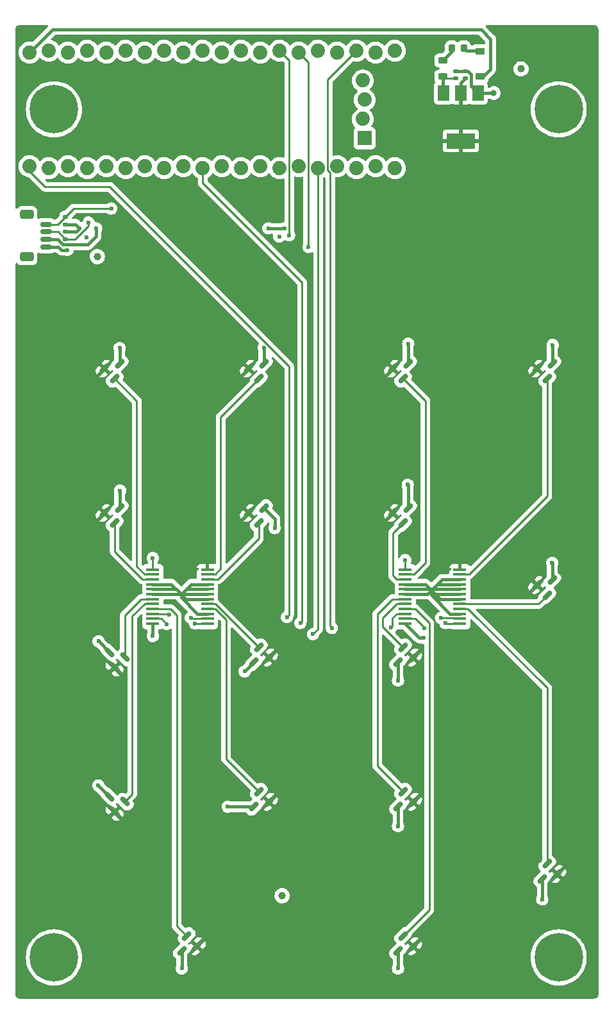
<source format=gbr>
%TF.GenerationSoftware,KiCad,Pcbnew,(6.0.4)*%
%TF.CreationDate,2022-08-26T16:16:48-04:00*%
%TF.ProjectId,Prototype Numpad,50726f74-6f74-4797-9065-204e756d7061,rev?*%
%TF.SameCoordinates,Original*%
%TF.FileFunction,Copper,L1,Top*%
%TF.FilePolarity,Positive*%
%FSLAX46Y46*%
G04 Gerber Fmt 4.6, Leading zero omitted, Abs format (unit mm)*
G04 Created by KiCad (PCBNEW (6.0.4)) date 2022-08-26 16:16:48*
%MOMM*%
%LPD*%
G01*
G04 APERTURE LIST*
G04 Aperture macros list*
%AMRoundRect*
0 Rectangle with rounded corners*
0 $1 Rounding radius*
0 $2 $3 $4 $5 $6 $7 $8 $9 X,Y pos of 4 corners*
0 Add a 4 corners polygon primitive as box body*
4,1,4,$2,$3,$4,$5,$6,$7,$8,$9,$2,$3,0*
0 Add four circle primitives for the rounded corners*
1,1,$1+$1,$2,$3*
1,1,$1+$1,$4,$5*
1,1,$1+$1,$6,$7*
1,1,$1+$1,$8,$9*
0 Add four rect primitives between the rounded corners*
20,1,$1+$1,$2,$3,$4,$5,0*
20,1,$1+$1,$4,$5,$6,$7,0*
20,1,$1+$1,$6,$7,$8,$9,0*
20,1,$1+$1,$8,$9,$2,$3,0*%
G04 Aperture macros list end*
%TA.AperFunction,SMDPad,CuDef*%
%ADD10RoundRect,0.150000X0.309359X0.521491X-0.521491X-0.309359X-0.309359X-0.521491X0.521491X0.309359X0*%
%TD*%
%TA.AperFunction,SMDPad,CuDef*%
%ADD11RoundRect,0.150000X-0.309359X-0.521491X0.521491X0.309359X0.309359X0.521491X-0.521491X-0.309359X0*%
%TD*%
%TA.AperFunction,SMDPad,CuDef*%
%ADD12RoundRect,0.218750X0.218750X0.256250X-0.218750X0.256250X-0.218750X-0.256250X0.218750X-0.256250X0*%
%TD*%
%TA.AperFunction,SMDPad,CuDef*%
%ADD13RoundRect,0.150000X0.625000X-0.150000X0.625000X0.150000X-0.625000X0.150000X-0.625000X-0.150000X0*%
%TD*%
%TA.AperFunction,SMDPad,CuDef*%
%ADD14RoundRect,0.250000X0.650000X-0.350000X0.650000X0.350000X-0.650000X0.350000X-0.650000X-0.350000X0*%
%TD*%
%TA.AperFunction,SMDPad,CuDef*%
%ADD15R,1.750000X0.450000*%
%TD*%
%TA.AperFunction,SMDPad,CuDef*%
%ADD16RoundRect,0.135000X0.185000X-0.135000X0.185000X0.135000X-0.185000X0.135000X-0.185000X-0.135000X0*%
%TD*%
%TA.AperFunction,SMDPad,CuDef*%
%ADD17RoundRect,0.135000X-0.185000X0.135000X-0.185000X-0.135000X0.185000X-0.135000X0.185000X0.135000X0*%
%TD*%
%TA.AperFunction,SMDPad,CuDef*%
%ADD18RoundRect,0.218750X0.381250X-0.218750X0.381250X0.218750X-0.381250X0.218750X-0.381250X-0.218750X0*%
%TD*%
%TA.AperFunction,ComponentPad*%
%ADD19C,6.400000*%
%TD*%
%TA.AperFunction,SMDPad,CuDef*%
%ADD20C,1.000000*%
%TD*%
%TA.AperFunction,SMDPad,CuDef*%
%ADD21RoundRect,0.140000X0.170000X-0.140000X0.170000X0.140000X-0.170000X0.140000X-0.170000X-0.140000X0*%
%TD*%
%TA.AperFunction,SMDPad,CuDef*%
%ADD22RoundRect,0.150000X0.521491X-0.309359X-0.309359X0.521491X-0.521491X0.309359X0.309359X-0.521491X0*%
%TD*%
%TA.AperFunction,SMDPad,CuDef*%
%ADD23R,1.200000X0.900000*%
%TD*%
%TA.AperFunction,ComponentPad*%
%ADD24C,1.879600*%
%TD*%
%TA.AperFunction,ComponentPad*%
%ADD25R,1.879600X1.879600*%
%TD*%
%TA.AperFunction,SMDPad,CuDef*%
%ADD26R,1.500000X2.000000*%
%TD*%
%TA.AperFunction,SMDPad,CuDef*%
%ADD27R,3.800000X2.000000*%
%TD*%
%TA.AperFunction,ViaPad*%
%ADD28C,0.600000*%
%TD*%
%TA.AperFunction,ViaPad*%
%ADD29C,0.800000*%
%TD*%
%TA.AperFunction,Conductor*%
%ADD30C,0.250000*%
%TD*%
%TA.AperFunction,Conductor*%
%ADD31C,0.400000*%
%TD*%
G04 APERTURE END LIST*
D10*
%TO.P,U9,1,VDD*%
%TO.N,+3V3*%
X285576751Y-219961752D03*
%TO.P,U9,2,OUT*%
%TO.N,AM0:14*%
X284233248Y-218618249D03*
%TO.P,U9,3,GND*%
%TO.N,GND*%
X283579174Y-220615826D03*
%TD*%
D11*
%TO.P,U17,1,VDD*%
%TO.N,+3V3*%
X301957423Y-181844074D03*
%TO.P,U17,2,OUT*%
%TO.N,AM1:7*%
X303300926Y-183187577D03*
%TO.P,U17,3,GND*%
%TO.N,GND*%
X303955000Y-181190000D03*
%TD*%
%TO.P,U14,1,VDD*%
%TO.N,+3V3*%
X263857423Y-200894074D03*
%TO.P,U14,2,OUT*%
%TO.N,AM0:6*%
X265200926Y-202237577D03*
%TO.P,U14,3,GND*%
%TO.N,GND*%
X265855000Y-200240000D03*
%TD*%
D10*
%TO.P,U3,1,VDD*%
%TO.N,+3V3*%
X304626751Y-258061752D03*
%TO.P,U3,2,OUT*%
%TO.N,AM1:0*%
X303283248Y-256718249D03*
%TO.P,U3,3,GND*%
%TO.N,GND*%
X302629174Y-258715826D03*
%TD*%
%TO.P,U6,1,VDD*%
%TO.N,+3V3*%
X285576751Y-239011752D03*
%TO.P,U6,2,OUT*%
%TO.N,AM0:15*%
X284233248Y-237668249D03*
%TO.P,U6,3,GND*%
%TO.N,GND*%
X283579174Y-239665826D03*
%TD*%
D11*
%TO.P,U11,1,VDD*%
%TO.N,+3V3*%
X321007423Y-210419074D03*
%TO.P,U11,2,OUT*%
%TO.N,AM1:14*%
X322350926Y-211762577D03*
%TO.P,U11,3,GND*%
%TO.N,GND*%
X323005000Y-209765000D03*
%TD*%
D12*
%TO.P,F1,1*%
%TO.N,Net-(D1-Pad1)*%
X311317501Y-139550003D03*
%TO.P,F1,2*%
%TO.N,Net-(F1-Pad2)*%
X309742501Y-139550003D03*
%TD*%
D11*
%TO.P,U13,1,VDD*%
%TO.N,+3V3*%
X282907423Y-200894074D03*
%TO.P,U13,2,OUT*%
%TO.N,AM0:9*%
X284250926Y-202237577D03*
%TO.P,U13,3,GND*%
%TO.N,GND*%
X284905000Y-200240000D03*
%TD*%
D13*
%TO.P,J1,1,Pin_1*%
%TO.N,GND*%
X256118750Y-165806250D03*
%TO.P,J1,2,Pin_2*%
%TO.N,+3.3V_QWIIC*%
X256118750Y-164806250D03*
%TO.P,J1,3,Pin_3*%
%TO.N,PB7_SDA1*%
X256118750Y-163806250D03*
%TO.P,J1,4,Pin_4*%
%TO.N,PB6_SCL1*%
X256118750Y-162806250D03*
D14*
%TO.P,J1,MP*%
%TO.N,N/C*%
X253593750Y-167106250D03*
X253593750Y-161506250D03*
%TD*%
D15*
%TO.P,AM0,1,COM*%
%TO.N,AM1*%
X270243750Y-208356250D03*
%TO.P,AM0,2,I7*%
%TO.N,AM0:7*%
X270243750Y-209006250D03*
%TO.P,AM0,3,I6*%
%TO.N,AM0:6*%
X270243750Y-209656250D03*
%TO.P,AM0,4,I5*%
%TO.N,GND*%
X270243750Y-210306250D03*
%TO.P,AM0,5,I4*%
X270243750Y-210956250D03*
%TO.P,AM0,6,I3*%
X270243750Y-211606250D03*
%TO.P,AM0,7,I2*%
%TO.N,AM0:2*%
X270243750Y-212256250D03*
%TO.P,AM0,8,I1*%
%TO.N,AM0:1*%
X270243750Y-212906250D03*
%TO.P,AM0,9,I0*%
%TO.N,AM0:0*%
X270243750Y-213556250D03*
%TO.P,AM0,10,S0*%
%TO.N,SELECT0*%
X270243750Y-214206250D03*
%TO.P,AM0,11,S1*%
%TO.N,SELECT1*%
X270243750Y-214856250D03*
%TO.P,AM0,12,GND*%
%TO.N,GND*%
X270243750Y-215506250D03*
%TO.P,AM0,13,S3*%
%TO.N,SELECT3*%
X277443750Y-215506250D03*
%TO.P,AM0,14,S2*%
%TO.N,SELECT2*%
X277443750Y-214856250D03*
%TO.P,AM0,15,~{E}*%
%TO.N,GND*%
X277443750Y-214206250D03*
%TO.P,AM0,16,I15*%
%TO.N,AM0:15*%
X277443750Y-213556250D03*
%TO.P,AM0,17,I14*%
%TO.N,AM0:14*%
X277443750Y-212906250D03*
%TO.P,AM0,18,I13*%
%TO.N,GND*%
X277443750Y-212256250D03*
%TO.P,AM0,19,I12*%
X277443750Y-211606250D03*
%TO.P,AM0,20,I11*%
X277443750Y-210956250D03*
%TO.P,AM0,21,I10*%
X277443750Y-210306250D03*
%TO.P,AM0,22,I9*%
%TO.N,AM0:9*%
X277443750Y-209656250D03*
%TO.P,AM0,23,I8*%
%TO.N,AM0:8*%
X277443750Y-209006250D03*
%TO.P,AM0,24,VCC*%
%TO.N,+3V3*%
X277443750Y-208356250D03*
%TD*%
D16*
%TO.P,R1,1*%
%TO.N,+3.3V_QWIIC*%
X258730000Y-162810000D03*
%TO.P,R1,2*%
%TO.N,PB6_SCL1*%
X258730000Y-161790000D03*
%TD*%
D17*
%TO.P,R2,1*%
%TO.N,+3.3V_QWIIC*%
X258730000Y-163800000D03*
%TO.P,R2,2*%
%TO.N,PB7_SDA1*%
X258730000Y-164820000D03*
%TD*%
D18*
%TO.P,FB1,1*%
%TO.N,Net-(C1-Pad1)*%
X308530000Y-143312502D03*
%TO.P,FB1,2*%
%TO.N,Net-(F1-Pad2)*%
X308530000Y-141187502D03*
%TD*%
D11*
%TO.P,U15,1,VDD*%
%TO.N,+3V3*%
X263857423Y-181844074D03*
%TO.P,U15,2,OUT*%
%TO.N,AM0:7*%
X265200926Y-183187577D03*
%TO.P,U15,3,GND*%
%TO.N,GND*%
X265855000Y-181190000D03*
%TD*%
D19*
%TO.P,H4,1*%
%TO.N,N/C*%
X257175000Y-147637500D03*
%TD*%
D15*
%TO.P,AM1,1,COM*%
%TO.N,AM0*%
X303581250Y-208356250D03*
%TO.P,AM1,2,I7*%
%TO.N,AM1:7*%
X303581250Y-209006250D03*
%TO.P,AM1,3,I6*%
%TO.N,AM1:6*%
X303581250Y-209656250D03*
%TO.P,AM1,4,I5*%
%TO.N,GND*%
X303581250Y-210306250D03*
%TO.P,AM1,5,I4*%
X303581250Y-210956250D03*
%TO.P,AM1,6,I3*%
X303581250Y-211606250D03*
%TO.P,AM1,7,I2*%
%TO.N,AM1:2*%
X303581250Y-212256250D03*
%TO.P,AM1,8,I1*%
%TO.N,AM1:1*%
X303581250Y-212906250D03*
%TO.P,AM1,9,I0*%
%TO.N,AM1:0*%
X303581250Y-213556250D03*
%TO.P,AM1,10,S0*%
%TO.N,SELECT0*%
X303581250Y-214206250D03*
%TO.P,AM1,11,S1*%
%TO.N,SELECT1*%
X303581250Y-214856250D03*
%TO.P,AM1,12,GND*%
%TO.N,GND*%
X303581250Y-215506250D03*
%TO.P,AM1,13,S3*%
%TO.N,SELECT3*%
X310781250Y-215506250D03*
%TO.P,AM1,14,S2*%
%TO.N,SELECT2*%
X310781250Y-214856250D03*
%TO.P,AM1,15,~{E}*%
%TO.N,GND*%
X310781250Y-214206250D03*
%TO.P,AM1,16,I15*%
%TO.N,AM1:15*%
X310781250Y-213556250D03*
%TO.P,AM1,17,I14*%
%TO.N,AM1:14*%
X310781250Y-212906250D03*
%TO.P,AM1,18,I13*%
%TO.N,GND*%
X310781250Y-212256250D03*
%TO.P,AM1,19,I12*%
X310781250Y-211606250D03*
%TO.P,AM1,20,I11*%
X310781250Y-210956250D03*
%TO.P,AM1,21,I10*%
X310781250Y-210306250D03*
%TO.P,AM1,22,I9*%
X310781250Y-209656250D03*
%TO.P,AM1,23,I8*%
%TO.N,AM1:8*%
X310781250Y-209006250D03*
%TO.P,AM1,24,VCC*%
%TO.N,+3V3*%
X310781250Y-208356250D03*
%TD*%
D20*
%TO.P,FID2,*%
%TO.N,*%
X318880000Y-142300000D03*
%TD*%
D21*
%TO.P,C2,1*%
%TO.N,+3V3*%
X311530000Y-143530000D03*
%TO.P,C2,2*%
%TO.N,GND*%
X311530000Y-142570000D03*
%TD*%
D10*
%TO.P,U5,1,VDD*%
%TO.N,+3V3*%
X304626751Y-239011752D03*
%TO.P,U5,2,OUT*%
%TO.N,AM1:2*%
X303283248Y-237668249D03*
%TO.P,U5,3,GND*%
%TO.N,GND*%
X302629174Y-239665826D03*
%TD*%
D22*
%TO.P,U8,1,VDD*%
%TO.N,+3V3*%
X265183248Y-221287577D03*
%TO.P,U8,2,OUT*%
%TO.N,AM0:2*%
X266526751Y-219944074D03*
%TO.P,U8,3,GND*%
%TO.N,GND*%
X264529174Y-219290000D03*
%TD*%
D23*
%TO.P,D1,1,K*%
%TO.N,Net-(D1-Pad1)*%
X313430001Y-140000001D03*
%TO.P,D1,2,A*%
%TO.N,+5V*%
X313430001Y-143300001D03*
%TD*%
D19*
%TO.P,H3,1*%
%TO.N,N/C*%
X323850000Y-147637500D03*
%TD*%
D22*
%TO.P,U7,1,VDD*%
%TO.N,+3V3*%
X265183248Y-240337577D03*
%TO.P,U7,2,OUT*%
%TO.N,AM0:1*%
X266526751Y-238994074D03*
%TO.P,U7,3,GND*%
%TO.N,GND*%
X264529174Y-238340000D03*
%TD*%
D21*
%TO.P,C1,1*%
%TO.N,Net-(C1-Pad1)*%
X310230000Y-143530002D03*
%TO.P,C1,2*%
%TO.N,GND*%
X310230000Y-142570002D03*
%TD*%
D10*
%TO.P,U10,1,VDD*%
%TO.N,+3V3*%
X304626751Y-219961752D03*
%TO.P,U10,2,OUT*%
%TO.N,AM1:1*%
X303283248Y-218618249D03*
%TO.P,U10,3,GND*%
%TO.N,GND*%
X302629174Y-220615826D03*
%TD*%
D20*
%TO.P,FID3,*%
%TO.N,*%
X262910000Y-167070000D03*
%TD*%
D10*
%TO.P,U4,1,VDD*%
%TO.N,+3V3*%
X323676751Y-248536752D03*
%TO.P,U4,2,OUT*%
%TO.N,AM1:15*%
X322333248Y-247193249D03*
%TO.P,U4,3,GND*%
%TO.N,GND*%
X321679174Y-249190826D03*
%TD*%
D20*
%TO.P,FID1,*%
%TO.N,*%
X287320000Y-251400000D03*
%TD*%
D11*
%TO.P,U12,1,VDD*%
%TO.N,+3V3*%
X301957423Y-200894074D03*
%TO.P,U12,2,OUT*%
%TO.N,AM1:6*%
X303300926Y-202237577D03*
%TO.P,U12,3,GND*%
%TO.N,GND*%
X303955000Y-200240000D03*
%TD*%
%TO.P,U16,1,VDD*%
%TO.N,+3V3*%
X282907423Y-181844074D03*
%TO.P,U16,2,OUT*%
%TO.N,AM0:8*%
X284250926Y-183187577D03*
%TO.P,U16,3,GND*%
%TO.N,GND*%
X284905000Y-181190000D03*
%TD*%
D24*
%TO.P,U1,1,PB12*%
%TO.N,SELECT2*%
X253950000Y-155130500D03*
%TO.P,U1,2,PB13*%
%TO.N,PB13_SCK2*%
X256490000Y-155384500D03*
%TO.P,U1,3,PB14*%
%TO.N,PB14_MISO2*%
X259030000Y-155130500D03*
%TO.P,U1,4,PB15*%
%TO.N,PB15_MOSI2*%
X261570000Y-155384500D03*
%TO.P,U1,5,PA8*%
%TO.N,PA8_DISP_DATA*%
X264110000Y-155130500D03*
%TO.P,U1,6,PA9*%
%TO.N,USART1_TX*%
X266650000Y-155384500D03*
%TO.P,U1,7,PA10*%
%TO.N,USART1_RX*%
X269190000Y-155130500D03*
%TO.P,U1,8,PA11*%
%TO.N,USB_D-*%
X271730000Y-155384500D03*
%TO.P,U1,9,PA12*%
%TO.N,USB_D+*%
X274270000Y-155130500D03*
%TO.P,U1,10,PA15*%
%TO.N,SELECT3*%
X276810000Y-155384500D03*
%TO.P,U1,11,PB3*%
%TO.N,PB3_DISP_SCK*%
X279350000Y-155130500D03*
%TO.P,U1,12,PB4*%
%TO.N,PB4_DISP_CS*%
X281890000Y-155384500D03*
%TO.P,U1,13,PB5*%
%TO.N,RGBLED*%
X284430000Y-155130500D03*
%TO.P,U1,14,PB6*%
%TO.N,PB6_SCL1*%
X286970000Y-155384500D03*
%TO.P,U1,15,PB7*%
%TO.N,PB7_SDA1*%
X289510000Y-155130500D03*
%TO.P,U1,16,PB8*%
%TO.N,SELECT1*%
X292050000Y-155384500D03*
%TO.P,U1,17,PB9*%
%TO.N,FLASH_CS*%
X294590000Y-155130500D03*
%TO.P,U1,18,5V*%
%TO.N,unconnected-(U1-Pad18)*%
X297130000Y-155384500D03*
%TO.P,U1,19,GND*%
%TO.N,GND*%
X299670000Y-155130500D03*
%TO.P,U1,20,3V3*%
%TO.N,+3.3V_QWIIC*%
X302210000Y-155384500D03*
%TO.P,U1,21,VBAT*%
%TO.N,unconnected-(U1-Pad21)*%
X302210000Y-139890500D03*
%TO.P,U1,22,PC13*%
%TO.N,unconnected-(U1-Pad22)*%
X299670000Y-140144500D03*
%TO.P,U1,23,PC14*%
%TO.N,SELECT0*%
X297130000Y-139890500D03*
%TO.P,U1,24,PC15*%
%TO.N,unconnected-(U1-Pad24)*%
X294590000Y-140144500D03*
%TO.P,U1,25,~{RESET}*%
%TO.N,NRST*%
X292050000Y-139890500D03*
%TO.P,U1,26,PA0*%
%TO.N,AM0*%
X289510000Y-140144500D03*
%TO.P,U1,27,PA1*%
%TO.N,AM1*%
X286970000Y-139890500D03*
%TO.P,U1,28,PA2*%
%TO.N,AM2*%
X284430000Y-140144500D03*
%TO.P,U1,29,PA3*%
%TO.N,AM3*%
X281890000Y-139890500D03*
%TO.P,U1,30,PA4*%
%TO.N,AM4*%
X279350000Y-140144500D03*
%TO.P,U1,31,PA5*%
%TO.N,PA5_SCK1*%
X276810000Y-139890500D03*
%TO.P,U1,32,PA6*%
%TO.N,PA6_MISO1*%
X274270000Y-140144500D03*
%TO.P,U1,33,PA7*%
%TO.N,PA7_MOSI1*%
X271730000Y-139890500D03*
%TO.P,U1,34,PB0*%
%TO.N,PB0_ADC8*%
X269190000Y-140144500D03*
%TO.P,U1,35,PB1*%
%TO.N,PB1_ADC9_BUZZ*%
X266650000Y-139890500D03*
%TO.P,U1,36,PB2*%
%TO.N,unconnected-(U1-Pad36)*%
X264110000Y-140144500D03*
%TO.P,U1,37,PB10*%
%TO.N,PWR_SENSE*%
X261570000Y-139890500D03*
%TO.P,U1,38,3V3*%
%TO.N,unconnected-(U1-Pad38)*%
X259030000Y-140144500D03*
%TO.P,U1,39,GND*%
%TO.N,GND*%
X256490000Y-139890500D03*
%TO.P,U1,40,5V*%
%TO.N,+5V*%
X253950000Y-140144500D03*
D25*
%TO.P,U1,41,3.3V*%
%TO.N,SWD_3.3V*%
X298227000Y-151447500D03*
D24*
%TO.P,U1,42,SWDIO*%
%TO.N,SWDIO*%
X297973000Y-148907500D03*
%TO.P,U1,43,SWSCK*%
%TO.N,SWCLK*%
X298227000Y-146367500D03*
%TO.P,U1,44,GND*%
%TO.N,GND*%
X297973000Y-143827500D03*
%TD*%
D19*
%TO.P,H1,1*%
%TO.N,N/C*%
X257175000Y-259556250D03*
%TD*%
D26*
%TO.P,LDO1,1,GND*%
%TO.N,GND*%
X313230000Y-145500002D03*
D27*
%TO.P,LDO1,2,VO*%
%TO.N,+3V3*%
X310930000Y-151800002D03*
D26*
X310930000Y-145500002D03*
%TO.P,LDO1,3,VI*%
%TO.N,Net-(C1-Pad1)*%
X308630000Y-145500002D03*
%TD*%
D11*
%TO.P,U18,1,VDD*%
%TO.N,+3V3*%
X321007423Y-181844074D03*
%TO.P,U18,2,OUT*%
%TO.N,AM1:8*%
X322350926Y-183187577D03*
%TO.P,U18,3,GND*%
%TO.N,GND*%
X323005000Y-181190000D03*
%TD*%
D10*
%TO.P,U2,1,VDD*%
%TO.N,+3V3*%
X276054664Y-258058839D03*
%TO.P,U2,2,OUT*%
%TO.N,AM0:0*%
X274711161Y-256715336D03*
%TO.P,U2,3,GND*%
%TO.N,GND*%
X274057087Y-258712913D03*
%TD*%
D19*
%TO.P,H2,1*%
%TO.N,N/C*%
X323850000Y-259556250D03*
%TD*%
D28*
%TO.N,AM0*%
X290800000Y-165800000D03*
X303590000Y-207120000D03*
%TO.N,SELECT0*%
X301700000Y-216034500D03*
X293900000Y-216075500D03*
X272438411Y-214331589D03*
%TO.N,SELECT1*%
X306140000Y-216090000D03*
X291400000Y-216900000D03*
X272090000Y-215560000D03*
D29*
%TO.N,GND*%
X315280000Y-145475002D03*
D28*
X286340000Y-202890000D03*
X263040000Y-236850826D03*
X307020000Y-211090000D03*
X303910000Y-197170000D03*
X282375000Y-221800000D03*
X302630000Y-223010000D03*
X280134174Y-239665826D03*
X284905000Y-179075000D03*
X265855000Y-179125000D03*
X270240000Y-217140000D03*
X302629174Y-242229174D03*
X302629174Y-260999174D03*
X258975000Y-166189020D03*
X303980000Y-178570000D03*
X286940000Y-164410000D03*
X322990000Y-207480000D03*
X261440000Y-164500000D03*
X265910000Y-197940000D03*
X274000000Y-211610000D03*
X274057087Y-260997087D03*
X306010000Y-217380000D03*
X321680000Y-251900000D03*
X263075000Y-217825000D03*
X323060000Y-178730000D03*
%TO.N,SELECT3*%
X275810000Y-215490000D03*
X289720000Y-215415500D03*
X308900000Y-215420000D03*
%TO.N,SELECT2*%
X275260000Y-214720000D03*
X287960000Y-214630000D03*
X308310000Y-214750000D03*
%TO.N,AM1*%
X270240000Y-206850000D03*
X288250000Y-164250000D03*
%TO.N,PB7_SDA1*%
X261750000Y-162575000D03*
%TO.N,PB6_SCL1*%
X264750000Y-160725000D03*
%TO.N,+3.3V_QWIIC*%
X262760000Y-163340000D03*
X287621189Y-163340000D03*
X285500000Y-163340000D03*
X260575000Y-163340000D03*
%TD*%
D30*
%TO.N,AM0*%
X290800000Y-165800000D02*
X290774311Y-165774311D01*
X303581250Y-207128750D02*
X303590000Y-207120000D01*
X290774311Y-165774311D02*
X290774311Y-141408811D01*
X290774311Y-141408811D02*
X289510000Y-140144500D01*
X303581250Y-208356250D02*
X303581250Y-207128750D01*
%TO.N,AM0:7*%
X268120000Y-186106651D02*
X268120000Y-207981522D01*
X269144728Y-209006250D02*
X270243750Y-209006250D01*
X268120000Y-207981522D02*
X269144728Y-209006250D01*
X265200926Y-183187577D02*
X268120000Y-186106651D01*
%TO.N,AM0:6*%
X268866250Y-209656250D02*
X270243750Y-209656250D01*
X265200926Y-202237577D02*
X265200926Y-205990926D01*
X265200926Y-205990926D02*
X268866250Y-209656250D01*
%TO.N,AM0:2*%
X266526751Y-214398249D02*
X268668750Y-212256250D01*
X268668750Y-212256250D02*
X270243750Y-212256250D01*
X266526751Y-219944074D02*
X266526751Y-214398249D01*
%TO.N,AM0:1*%
X266526751Y-238994074D02*
X267522761Y-237998064D01*
X267522761Y-237998064D02*
X267522761Y-214528217D01*
X269144728Y-212906250D02*
X270243750Y-212906250D01*
X267522761Y-214528217D02*
X269144728Y-212906250D01*
%TO.N,AM0:0*%
X272546250Y-213556250D02*
X270243750Y-213556250D01*
X273400000Y-255404175D02*
X273400000Y-214410000D01*
X273400000Y-214410000D02*
X272546250Y-213556250D01*
X274711161Y-256715336D02*
X273400000Y-255404175D01*
%TO.N,SELECT0*%
X301880000Y-214782500D02*
X302456250Y-214206250D01*
X301700000Y-216034500D02*
X301880000Y-215854500D01*
X293660000Y-215835500D02*
X293660000Y-155988507D01*
X293325689Y-155654196D02*
X293325689Y-143694811D01*
X301880000Y-215854500D02*
X301880000Y-214782500D01*
X272313072Y-214206250D02*
X270243750Y-214206250D01*
X293900000Y-216075500D02*
X293660000Y-215835500D01*
X293660000Y-155988507D02*
X293325689Y-155654196D01*
X293325689Y-143694811D02*
X297130000Y-139890500D01*
X302456250Y-214206250D02*
X303581250Y-214206250D01*
X272438411Y-214331589D02*
X272313072Y-214206250D01*
%TO.N,SELECT1*%
X306140000Y-216090000D02*
X305841318Y-215791318D01*
X304899443Y-214856250D02*
X303581250Y-214856250D01*
X292050000Y-216250000D02*
X292050000Y-155384500D01*
X272090000Y-215560000D02*
X271386250Y-214856250D01*
X291400000Y-216900000D02*
X292050000Y-216250000D01*
X305841318Y-215791318D02*
X305834511Y-215791318D01*
X271386250Y-214856250D02*
X270243750Y-214856250D01*
X305834511Y-215791318D02*
X304899443Y-214856250D01*
D31*
%TO.N,GND*%
X303955000Y-178595000D02*
X303980000Y-178570000D01*
X274000000Y-211610000D02*
X272696250Y-210306250D01*
X311530000Y-142569999D02*
X311837500Y-142570001D01*
X302629174Y-258715826D02*
X302629174Y-260999174D01*
X265855000Y-181190000D02*
X265855000Y-179125000D01*
X257792476Y-165806250D02*
X256118750Y-165806250D01*
X312317500Y-143050001D02*
X312317500Y-144587500D01*
X283559174Y-220615826D02*
X282375000Y-221800000D01*
X270243750Y-217136250D02*
X270240000Y-217140000D01*
X307153750Y-210956250D02*
X307020000Y-211090000D01*
X309506250Y-214206250D02*
X307020000Y-211720000D01*
X323005000Y-207495000D02*
X322990000Y-207480000D01*
X274000000Y-211610000D02*
X274003750Y-211606250D01*
X273996250Y-211606250D02*
X270243750Y-211606250D01*
X306236250Y-210306250D02*
X307020000Y-211090000D01*
X306886250Y-210956250D02*
X307020000Y-211090000D01*
X272696250Y-210306250D02*
X270243750Y-210306250D01*
X310781250Y-210306250D02*
X307803750Y-210306250D01*
X265855000Y-197995000D02*
X265910000Y-197940000D01*
X264529174Y-238340000D02*
X263040000Y-236850826D01*
X308453750Y-209656250D02*
X307020000Y-211090000D01*
X283579174Y-239665826D02*
X280134174Y-239665826D01*
X274003750Y-211606250D02*
X277443750Y-211606250D01*
X321680000Y-249191652D02*
X321679174Y-249190826D01*
X302629174Y-239665826D02*
X302629174Y-242229174D01*
X323005000Y-178785000D02*
X323060000Y-178730000D01*
X270243750Y-215506250D02*
X270243750Y-217136250D01*
X308186250Y-212256250D02*
X307020000Y-211090000D01*
X303581250Y-211606250D02*
X306503750Y-211606250D01*
X306010000Y-217380000D02*
X305455000Y-217380000D01*
X258975000Y-166189020D02*
X258175246Y-166189020D01*
X307020000Y-211720000D02*
X307020000Y-211090000D01*
X302629174Y-223009174D02*
X302630000Y-223010000D01*
X313230000Y-145500002D02*
X315255000Y-145500002D01*
X274646250Y-212256250D02*
X277443750Y-212256250D01*
X274000000Y-211610000D02*
X274646250Y-212256250D01*
X306503750Y-211606250D02*
X307020000Y-211090000D01*
X283579174Y-220615826D02*
X283559174Y-220615826D01*
X274653750Y-210956250D02*
X277443750Y-210956250D01*
X286340000Y-201675000D02*
X284905000Y-200240000D01*
X303955000Y-200240000D02*
X303955000Y-197215000D01*
X312317500Y-144587500D02*
X313230000Y-145500000D01*
X307536250Y-211606250D02*
X307020000Y-211090000D01*
X265855000Y-200240000D02*
X265855000Y-197995000D01*
X277443750Y-214206250D02*
X276168750Y-214206250D01*
X310781250Y-209656250D02*
X308453750Y-209656250D01*
X274000000Y-211610000D02*
X274653750Y-210956250D01*
X310781250Y-212256250D02*
X308186250Y-212256250D01*
X307803750Y-210306250D02*
X307020000Y-211090000D01*
X321680000Y-251900000D02*
X321680000Y-249191652D01*
X311837500Y-142570001D02*
X312317500Y-143050001D01*
X258175246Y-166189020D02*
X257792476Y-165806250D01*
X310781250Y-210956250D02*
X307153750Y-210956250D01*
X303581250Y-210306250D02*
X306236250Y-210306250D01*
X273346250Y-210956250D02*
X270243750Y-210956250D01*
X303955000Y-197215000D02*
X303910000Y-197170000D01*
X323005000Y-181190000D02*
X323005000Y-178785000D01*
X275303750Y-210306250D02*
X277443750Y-210306250D01*
X276168750Y-214206250D02*
X274000000Y-212037500D01*
X323005000Y-209765000D02*
X323005000Y-207495000D01*
X286340000Y-202890000D02*
X286340000Y-201675000D01*
X303955000Y-181190000D02*
X303955000Y-178595000D01*
X274000000Y-211610000D02*
X275303750Y-210306250D01*
X274000000Y-211610000D02*
X273996250Y-211606250D01*
X310230001Y-142570001D02*
X311530000Y-142569999D01*
X274057087Y-258712913D02*
X274057087Y-260997087D01*
X274000000Y-212037500D02*
X274000000Y-211610000D01*
X264529174Y-219279174D02*
X263075000Y-217825000D01*
X264529174Y-219290000D02*
X264529174Y-219279174D01*
X310781250Y-211606250D02*
X307536250Y-211606250D01*
X305455000Y-217380000D02*
X303581250Y-215506250D01*
X274000000Y-211610000D02*
X273346250Y-210956250D01*
X310781250Y-214206250D02*
X309506250Y-214206250D01*
X302629174Y-220615826D02*
X302629174Y-223009174D01*
X315255000Y-145500002D02*
X315280000Y-145475002D01*
X284905000Y-181190000D02*
X284905000Y-179075000D01*
X303581250Y-210956250D02*
X306886250Y-210956250D01*
D30*
%TO.N,SELECT3*%
X275826250Y-215506250D02*
X275810000Y-215490000D01*
X310781250Y-215506250D02*
X308986250Y-215506250D01*
X276810000Y-157310000D02*
X276810000Y-155384500D01*
X277443750Y-215506250D02*
X275826250Y-215506250D01*
X289720000Y-215415500D02*
X289950000Y-215185500D01*
X289950000Y-215185500D02*
X289950000Y-170450000D01*
X308986250Y-215506250D02*
X308900000Y-215420000D01*
X289950000Y-170450000D02*
X276810000Y-157310000D01*
%TO.N,SELECT2*%
X308310000Y-214750000D02*
X308315761Y-214755761D01*
X288240000Y-214350000D02*
X288240000Y-181526807D01*
X308315761Y-214755761D02*
X310680761Y-214755761D01*
X256000000Y-157850000D02*
X253950000Y-155800000D01*
X287960000Y-214630000D02*
X288240000Y-214350000D01*
X277443750Y-214856250D02*
X275396250Y-214856250D01*
X264563193Y-157850000D02*
X256000000Y-157850000D01*
X288240000Y-181526807D02*
X264563193Y-157850000D01*
X310680761Y-214755761D02*
X310781250Y-214856250D01*
X275396250Y-214856250D02*
X275260000Y-214720000D01*
X253950000Y-155800000D02*
X253950000Y-155130500D01*
D31*
%TO.N,+3V3*%
X310930000Y-144130000D02*
X311530000Y-143530000D01*
X310930000Y-145500001D02*
X310930000Y-148725002D01*
X310930000Y-145500001D02*
X310930000Y-144130000D01*
X310930000Y-148725002D02*
X310930000Y-151800000D01*
D30*
%TO.N,AM1*%
X270243750Y-208356250D02*
X270243750Y-206853750D01*
X288245689Y-141166189D02*
X286970000Y-139890500D01*
X288250000Y-164250000D02*
X288245689Y-164245689D01*
X288245689Y-164245689D02*
X288245689Y-141166189D01*
X270243750Y-206853750D02*
X270240000Y-206850000D01*
%TO.N,AM1:7*%
X303300926Y-183187577D02*
X306240000Y-186126651D01*
X304706250Y-209006250D02*
X303581250Y-209006250D01*
X306240000Y-186126651D02*
X306240000Y-207472500D01*
X306240000Y-207472500D02*
X304706250Y-209006250D01*
%TO.N,AM1:6*%
X302496250Y-209656250D02*
X303581250Y-209656250D01*
X303300926Y-202237577D02*
X301960000Y-203578503D01*
X301960000Y-203578503D02*
X301960000Y-209120000D01*
X301960000Y-209120000D02*
X302496250Y-209656250D01*
%TO.N,AM1:2*%
X301903750Y-212256250D02*
X303581250Y-212256250D01*
X303283248Y-237668249D02*
X299890000Y-234275001D01*
X299890000Y-234275001D02*
X299890000Y-214270000D01*
X299890000Y-214270000D02*
X301903750Y-212256250D01*
%TO.N,AM1:1*%
X303283248Y-218618249D02*
X300609520Y-215944521D01*
X300609520Y-215944521D02*
X300609520Y-214778958D01*
X302482228Y-212906250D02*
X303581250Y-212906250D01*
X300609520Y-214778958D02*
X302482228Y-212906250D01*
%TO.N,AM1:0*%
X306760000Y-253241497D02*
X306760000Y-216353193D01*
X303283248Y-256718249D02*
X306760000Y-253241497D01*
X306764511Y-216348682D02*
X306764511Y-215444511D01*
X306760000Y-216353193D02*
X306764511Y-216348682D01*
X304876250Y-213556250D02*
X303581250Y-213556250D01*
X306764511Y-215444511D02*
X304876250Y-213556250D01*
D31*
%TO.N,Net-(C1-Pad1)*%
X308530000Y-143312502D02*
X308530001Y-145400000D01*
X308530001Y-145400000D02*
X308630001Y-145500000D01*
X308747501Y-143530002D02*
X308530000Y-143312502D01*
D30*
X310230000Y-143530002D02*
X308747500Y-143530002D01*
X308747500Y-143530002D02*
X308530000Y-143312502D01*
D31*
%TO.N,Net-(D1-Pad1)*%
X311317501Y-139550003D02*
X311667501Y-139900002D01*
X311667501Y-139900002D02*
X313330001Y-139900002D01*
X313330001Y-139900002D02*
X313430001Y-140000001D01*
%TO.N,+5V*%
X256994500Y-137100000D02*
X253950000Y-140144500D01*
X314850000Y-138350000D02*
X313600000Y-137100000D01*
X313874999Y-143300001D02*
X314850000Y-142325000D01*
X314850000Y-142325000D02*
X314850000Y-138350000D01*
X313430001Y-143300001D02*
X313874999Y-143300001D01*
X313600000Y-137100000D02*
X256994500Y-137100000D01*
%TO.N,Net-(F1-Pad2)*%
X309742500Y-139975000D02*
X308530000Y-141187500D01*
X309742501Y-139550001D02*
X309742500Y-139975000D01*
D30*
%TO.N,PB7_SDA1*%
X257716250Y-163806250D02*
X256118750Y-163806250D01*
X259978193Y-164820000D02*
X261750000Y-163048193D01*
X258730000Y-164820000D02*
X257716250Y-163806250D01*
X261750000Y-163048193D02*
X261750000Y-162575000D01*
X258730000Y-164820000D02*
X259978193Y-164820000D01*
%TO.N,PB6_SCL1*%
X257713750Y-162806250D02*
X256118750Y-162806250D01*
X259795000Y-160725000D02*
X258730000Y-161790000D01*
X258730000Y-161790000D02*
X257713750Y-162806250D01*
X264750000Y-160725000D02*
X259795000Y-160725000D01*
D31*
%TO.N,+3.3V_QWIIC*%
X258323595Y-165489520D02*
X261670480Y-165489520D01*
X287621189Y-163340000D02*
X285500000Y-163340000D01*
X258730000Y-163800000D02*
X260115000Y-163800000D01*
X261670480Y-165489520D02*
X262760000Y-164400000D01*
X262760000Y-164400000D02*
X262760000Y-163340000D01*
X256118750Y-164806250D02*
X257640325Y-164806250D01*
X260045000Y-162810000D02*
X258730000Y-162810000D01*
X260115000Y-163800000D02*
X260575000Y-163340000D01*
X257640325Y-164806250D02*
X258323595Y-165489520D01*
X260575000Y-163340000D02*
X260045000Y-162810000D01*
D30*
%TO.N,AM0:9*%
X284250926Y-202237577D02*
X284250926Y-204249074D01*
X278843750Y-209656250D02*
X277443750Y-209656250D01*
X284250926Y-204249074D02*
X278843750Y-209656250D01*
%TO.N,AM1:8*%
X322350926Y-198669074D02*
X312013750Y-209006250D01*
X312013750Y-209006250D02*
X310781250Y-209006250D01*
X322350926Y-183187577D02*
X322350926Y-198669074D01*
%TO.N,AM1:15*%
X311880272Y-213556250D02*
X310781250Y-213556250D01*
X322333248Y-247193249D02*
X322333248Y-224009226D01*
X322333248Y-224009226D02*
X311880272Y-213556250D01*
%TO.N,AM1:14*%
X321207253Y-212906250D02*
X310781250Y-212906250D01*
X322350926Y-211762577D02*
X321207253Y-212906250D01*
%TO.N,AM0:8*%
X284250926Y-183187577D02*
X279210000Y-188228503D01*
X279210000Y-188228503D02*
X279210000Y-208260000D01*
X279210000Y-208260000D02*
X278463750Y-209006250D01*
X278463750Y-209006250D02*
X277443750Y-209006250D01*
%TO.N,AM0:15*%
X284233248Y-237668249D02*
X279900000Y-233335001D01*
X278496250Y-213556250D02*
X277443750Y-213556250D01*
X279900000Y-233335001D02*
X279900000Y-214960000D01*
X279900000Y-214960000D02*
X278496250Y-213556250D01*
%TO.N,AM0:14*%
X284233248Y-218618249D02*
X284228249Y-218618249D01*
X278516250Y-212906250D02*
X277443750Y-212906250D01*
X284228249Y-218618249D02*
X278516250Y-212906250D01*
%TD*%
%TA.AperFunction,Conductor*%
%TO.N,+3V3*%
G36*
X256347961Y-136528502D02*
G01*
X256394454Y-136582158D01*
X256404558Y-136652432D01*
X256375064Y-136717012D01*
X256368935Y-136723595D01*
X254394743Y-138697787D01*
X254332431Y-138731813D01*
X254283554Y-138732739D01*
X254086764Y-138697686D01*
X253997637Y-138696597D01*
X253853795Y-138694839D01*
X253853793Y-138694839D01*
X253848625Y-138694776D01*
X253613209Y-138730800D01*
X253386838Y-138804789D01*
X253175590Y-138914758D01*
X253171457Y-138917861D01*
X253171454Y-138917863D01*
X252989275Y-139054647D01*
X252985140Y-139057752D01*
X252981568Y-139061490D01*
X252845613Y-139203759D01*
X252820602Y-139229931D01*
X252817688Y-139234203D01*
X252817687Y-139234204D01*
X252807833Y-139248649D01*
X252686394Y-139426672D01*
X252586122Y-139642691D01*
X252522477Y-139872185D01*
X252497170Y-140108994D01*
X252497467Y-140114146D01*
X252497467Y-140114150D01*
X252502682Y-140204597D01*
X252510879Y-140346755D01*
X252512016Y-140351801D01*
X252512017Y-140351807D01*
X252521736Y-140394931D01*
X252563237Y-140579085D01*
X252565179Y-140583867D01*
X252565180Y-140583871D01*
X252612159Y-140699566D01*
X252652837Y-140799744D01*
X252731933Y-140928817D01*
X252774572Y-140998396D01*
X252777274Y-141002806D01*
X252933204Y-141182817D01*
X253116442Y-141334944D01*
X253120894Y-141337546D01*
X253120899Y-141337549D01*
X253276702Y-141428593D01*
X253322065Y-141455101D01*
X253544552Y-141540060D01*
X253549618Y-141541091D01*
X253549619Y-141541091D01*
X253603956Y-141552146D01*
X253777928Y-141587541D01*
X253912121Y-141592462D01*
X254010760Y-141596079D01*
X254010764Y-141596079D01*
X254015924Y-141596268D01*
X254021044Y-141595612D01*
X254021046Y-141595612D01*
X254247023Y-141566664D01*
X254247024Y-141566664D01*
X254252151Y-141566007D01*
X254257101Y-141564522D01*
X254475316Y-141499054D01*
X254475317Y-141499053D01*
X254480262Y-141497570D01*
X254694133Y-141392795D01*
X254698336Y-141389797D01*
X254698341Y-141389794D01*
X254883816Y-141257496D01*
X254883818Y-141257494D01*
X254888020Y-141254497D01*
X255056716Y-141086389D01*
X255195690Y-140892986D01*
X255201204Y-140881828D01*
X255249317Y-140829623D01*
X255318018Y-140811715D01*
X255385494Y-140833793D01*
X255409398Y-140855158D01*
X255469818Y-140924909D01*
X255469823Y-140924914D01*
X255473204Y-140928817D01*
X255656442Y-141080944D01*
X255660894Y-141083546D01*
X255660899Y-141083549D01*
X255857607Y-141198496D01*
X255862065Y-141201101D01*
X256084552Y-141286060D01*
X256089618Y-141287091D01*
X256089619Y-141287091D01*
X256126935Y-141294683D01*
X256317928Y-141333541D01*
X256452121Y-141338462D01*
X256550760Y-141342079D01*
X256550764Y-141342079D01*
X256555924Y-141342268D01*
X256561044Y-141341612D01*
X256561046Y-141341612D01*
X256787023Y-141312664D01*
X256787024Y-141312664D01*
X256792151Y-141312007D01*
X256847748Y-141295327D01*
X257015316Y-141245054D01*
X257015317Y-141245053D01*
X257020262Y-141243570D01*
X257234133Y-141138795D01*
X257238336Y-141135797D01*
X257238341Y-141135794D01*
X257423816Y-141003496D01*
X257423818Y-141003494D01*
X257428020Y-141000497D01*
X257580637Y-140848412D01*
X257643009Y-140814496D01*
X257713816Y-140819684D01*
X257770577Y-140862330D01*
X257777009Y-140871828D01*
X257854571Y-140998396D01*
X257854574Y-140998401D01*
X257857274Y-141002806D01*
X258013204Y-141182817D01*
X258196442Y-141334944D01*
X258200894Y-141337546D01*
X258200899Y-141337549D01*
X258356702Y-141428593D01*
X258402065Y-141455101D01*
X258624552Y-141540060D01*
X258629618Y-141541091D01*
X258629619Y-141541091D01*
X258683956Y-141552146D01*
X258857928Y-141587541D01*
X258992121Y-141592462D01*
X259090760Y-141596079D01*
X259090764Y-141596079D01*
X259095924Y-141596268D01*
X259101044Y-141595612D01*
X259101046Y-141595612D01*
X259327023Y-141566664D01*
X259327024Y-141566664D01*
X259332151Y-141566007D01*
X259337101Y-141564522D01*
X259555316Y-141499054D01*
X259555317Y-141499053D01*
X259560262Y-141497570D01*
X259774133Y-141392795D01*
X259778336Y-141389797D01*
X259778341Y-141389794D01*
X259963816Y-141257496D01*
X259963818Y-141257494D01*
X259968020Y-141254497D01*
X260136716Y-141086389D01*
X260275690Y-140892986D01*
X260281204Y-140881828D01*
X260329317Y-140829623D01*
X260398018Y-140811715D01*
X260465494Y-140833793D01*
X260489398Y-140855158D01*
X260549818Y-140924909D01*
X260549823Y-140924914D01*
X260553204Y-140928817D01*
X260736442Y-141080944D01*
X260740894Y-141083546D01*
X260740899Y-141083549D01*
X260937607Y-141198496D01*
X260942065Y-141201101D01*
X261164552Y-141286060D01*
X261169618Y-141287091D01*
X261169619Y-141287091D01*
X261206935Y-141294683D01*
X261397928Y-141333541D01*
X261532121Y-141338462D01*
X261630760Y-141342079D01*
X261630764Y-141342079D01*
X261635924Y-141342268D01*
X261641044Y-141341612D01*
X261641046Y-141341612D01*
X261867023Y-141312664D01*
X261867024Y-141312664D01*
X261872151Y-141312007D01*
X261927748Y-141295327D01*
X262095316Y-141245054D01*
X262095317Y-141245053D01*
X262100262Y-141243570D01*
X262314133Y-141138795D01*
X262318336Y-141135797D01*
X262318341Y-141135794D01*
X262503816Y-141003496D01*
X262503818Y-141003494D01*
X262508020Y-141000497D01*
X262660637Y-140848412D01*
X262723009Y-140814496D01*
X262793816Y-140819684D01*
X262850577Y-140862330D01*
X262857009Y-140871828D01*
X262934571Y-140998396D01*
X262934574Y-140998401D01*
X262937274Y-141002806D01*
X263093204Y-141182817D01*
X263276442Y-141334944D01*
X263280894Y-141337546D01*
X263280899Y-141337549D01*
X263436702Y-141428593D01*
X263482065Y-141455101D01*
X263704552Y-141540060D01*
X263709618Y-141541091D01*
X263709619Y-141541091D01*
X263763956Y-141552146D01*
X263937928Y-141587541D01*
X264072121Y-141592462D01*
X264170760Y-141596079D01*
X264170764Y-141596079D01*
X264175924Y-141596268D01*
X264181044Y-141595612D01*
X264181046Y-141595612D01*
X264407023Y-141566664D01*
X264407024Y-141566664D01*
X264412151Y-141566007D01*
X264417101Y-141564522D01*
X264635316Y-141499054D01*
X264635317Y-141499053D01*
X264640262Y-141497570D01*
X264854133Y-141392795D01*
X264858336Y-141389797D01*
X264858341Y-141389794D01*
X265043816Y-141257496D01*
X265043818Y-141257494D01*
X265048020Y-141254497D01*
X265216716Y-141086389D01*
X265355690Y-140892986D01*
X265361204Y-140881828D01*
X265409317Y-140829623D01*
X265478018Y-140811715D01*
X265545494Y-140833793D01*
X265569398Y-140855158D01*
X265629818Y-140924909D01*
X265629823Y-140924914D01*
X265633204Y-140928817D01*
X265816442Y-141080944D01*
X265820894Y-141083546D01*
X265820899Y-141083549D01*
X266017607Y-141198496D01*
X266022065Y-141201101D01*
X266244552Y-141286060D01*
X266249618Y-141287091D01*
X266249619Y-141287091D01*
X266286935Y-141294683D01*
X266477928Y-141333541D01*
X266612121Y-141338462D01*
X266710760Y-141342079D01*
X266710764Y-141342079D01*
X266715924Y-141342268D01*
X266721044Y-141341612D01*
X266721046Y-141341612D01*
X266947023Y-141312664D01*
X266947024Y-141312664D01*
X266952151Y-141312007D01*
X267007748Y-141295327D01*
X267175316Y-141245054D01*
X267175317Y-141245053D01*
X267180262Y-141243570D01*
X267394133Y-141138795D01*
X267398336Y-141135797D01*
X267398341Y-141135794D01*
X267583816Y-141003496D01*
X267583818Y-141003494D01*
X267588020Y-141000497D01*
X267740637Y-140848412D01*
X267803009Y-140814496D01*
X267873816Y-140819684D01*
X267930577Y-140862330D01*
X267937009Y-140871828D01*
X268014571Y-140998396D01*
X268014574Y-140998401D01*
X268017274Y-141002806D01*
X268173204Y-141182817D01*
X268356442Y-141334944D01*
X268360894Y-141337546D01*
X268360899Y-141337549D01*
X268516702Y-141428593D01*
X268562065Y-141455101D01*
X268784552Y-141540060D01*
X268789618Y-141541091D01*
X268789619Y-141541091D01*
X268843956Y-141552146D01*
X269017928Y-141587541D01*
X269152121Y-141592462D01*
X269250760Y-141596079D01*
X269250764Y-141596079D01*
X269255924Y-141596268D01*
X269261044Y-141595612D01*
X269261046Y-141595612D01*
X269487023Y-141566664D01*
X269487024Y-141566664D01*
X269492151Y-141566007D01*
X269497101Y-141564522D01*
X269715316Y-141499054D01*
X269715317Y-141499053D01*
X269720262Y-141497570D01*
X269934133Y-141392795D01*
X269938336Y-141389797D01*
X269938341Y-141389794D01*
X270123816Y-141257496D01*
X270123818Y-141257494D01*
X270128020Y-141254497D01*
X270296716Y-141086389D01*
X270435690Y-140892986D01*
X270441204Y-140881828D01*
X270489317Y-140829623D01*
X270558018Y-140811715D01*
X270625494Y-140833793D01*
X270649398Y-140855158D01*
X270709818Y-140924909D01*
X270709823Y-140924914D01*
X270713204Y-140928817D01*
X270896442Y-141080944D01*
X270900894Y-141083546D01*
X270900899Y-141083549D01*
X271097607Y-141198496D01*
X271102065Y-141201101D01*
X271324552Y-141286060D01*
X271329618Y-141287091D01*
X271329619Y-141287091D01*
X271366935Y-141294683D01*
X271557928Y-141333541D01*
X271692121Y-141338462D01*
X271790760Y-141342079D01*
X271790764Y-141342079D01*
X271795924Y-141342268D01*
X271801044Y-141341612D01*
X271801046Y-141341612D01*
X272027023Y-141312664D01*
X272027024Y-141312664D01*
X272032151Y-141312007D01*
X272087748Y-141295327D01*
X272255316Y-141245054D01*
X272255317Y-141245053D01*
X272260262Y-141243570D01*
X272474133Y-141138795D01*
X272478336Y-141135797D01*
X272478341Y-141135794D01*
X272663816Y-141003496D01*
X272663818Y-141003494D01*
X272668020Y-141000497D01*
X272820637Y-140848412D01*
X272883009Y-140814496D01*
X272953816Y-140819684D01*
X273010577Y-140862330D01*
X273017009Y-140871828D01*
X273094571Y-140998396D01*
X273094574Y-140998401D01*
X273097274Y-141002806D01*
X273253204Y-141182817D01*
X273436442Y-141334944D01*
X273440894Y-141337546D01*
X273440899Y-141337549D01*
X273596702Y-141428593D01*
X273642065Y-141455101D01*
X273864552Y-141540060D01*
X273869618Y-141541091D01*
X273869619Y-141541091D01*
X273923956Y-141552146D01*
X274097928Y-141587541D01*
X274232121Y-141592462D01*
X274330760Y-141596079D01*
X274330764Y-141596079D01*
X274335924Y-141596268D01*
X274341044Y-141595612D01*
X274341046Y-141595612D01*
X274567023Y-141566664D01*
X274567024Y-141566664D01*
X274572151Y-141566007D01*
X274577101Y-141564522D01*
X274795316Y-141499054D01*
X274795317Y-141499053D01*
X274800262Y-141497570D01*
X275014133Y-141392795D01*
X275018336Y-141389797D01*
X275018341Y-141389794D01*
X275203816Y-141257496D01*
X275203818Y-141257494D01*
X275208020Y-141254497D01*
X275376716Y-141086389D01*
X275515690Y-140892986D01*
X275521204Y-140881828D01*
X275569317Y-140829623D01*
X275638018Y-140811715D01*
X275705494Y-140833793D01*
X275729398Y-140855158D01*
X275789818Y-140924909D01*
X275789823Y-140924914D01*
X275793204Y-140928817D01*
X275976442Y-141080944D01*
X275980894Y-141083546D01*
X275980899Y-141083549D01*
X276177607Y-141198496D01*
X276182065Y-141201101D01*
X276404552Y-141286060D01*
X276409618Y-141287091D01*
X276409619Y-141287091D01*
X276446935Y-141294683D01*
X276637928Y-141333541D01*
X276772121Y-141338462D01*
X276870760Y-141342079D01*
X276870764Y-141342079D01*
X276875924Y-141342268D01*
X276881044Y-141341612D01*
X276881046Y-141341612D01*
X277107023Y-141312664D01*
X277107024Y-141312664D01*
X277112151Y-141312007D01*
X277167748Y-141295327D01*
X277335316Y-141245054D01*
X277335317Y-141245053D01*
X277340262Y-141243570D01*
X277554133Y-141138795D01*
X277558336Y-141135797D01*
X277558341Y-141135794D01*
X277743816Y-141003496D01*
X277743818Y-141003494D01*
X277748020Y-141000497D01*
X277900637Y-140848412D01*
X277963009Y-140814496D01*
X278033816Y-140819684D01*
X278090577Y-140862330D01*
X278097009Y-140871828D01*
X278174571Y-140998396D01*
X278174574Y-140998401D01*
X278177274Y-141002806D01*
X278333204Y-141182817D01*
X278516442Y-141334944D01*
X278520894Y-141337546D01*
X278520899Y-141337549D01*
X278676702Y-141428593D01*
X278722065Y-141455101D01*
X278944552Y-141540060D01*
X278949618Y-141541091D01*
X278949619Y-141541091D01*
X279003956Y-141552146D01*
X279177928Y-141587541D01*
X279312121Y-141592462D01*
X279410760Y-141596079D01*
X279410764Y-141596079D01*
X279415924Y-141596268D01*
X279421044Y-141595612D01*
X279421046Y-141595612D01*
X279647023Y-141566664D01*
X279647024Y-141566664D01*
X279652151Y-141566007D01*
X279657101Y-141564522D01*
X279875316Y-141499054D01*
X279875317Y-141499053D01*
X279880262Y-141497570D01*
X280094133Y-141392795D01*
X280098336Y-141389797D01*
X280098341Y-141389794D01*
X280283816Y-141257496D01*
X280283818Y-141257494D01*
X280288020Y-141254497D01*
X280456716Y-141086389D01*
X280595690Y-140892986D01*
X280601204Y-140881828D01*
X280649317Y-140829623D01*
X280718018Y-140811715D01*
X280785494Y-140833793D01*
X280809398Y-140855158D01*
X280869818Y-140924909D01*
X280869823Y-140924914D01*
X280873204Y-140928817D01*
X281056442Y-141080944D01*
X281060894Y-141083546D01*
X281060899Y-141083549D01*
X281257607Y-141198496D01*
X281262065Y-141201101D01*
X281484552Y-141286060D01*
X281489618Y-141287091D01*
X281489619Y-141287091D01*
X281526935Y-141294683D01*
X281717928Y-141333541D01*
X281852121Y-141338462D01*
X281950760Y-141342079D01*
X281950764Y-141342079D01*
X281955924Y-141342268D01*
X281961044Y-141341612D01*
X281961046Y-141341612D01*
X282187023Y-141312664D01*
X282187024Y-141312664D01*
X282192151Y-141312007D01*
X282247748Y-141295327D01*
X282415316Y-141245054D01*
X282415317Y-141245053D01*
X282420262Y-141243570D01*
X282634133Y-141138795D01*
X282638336Y-141135797D01*
X282638341Y-141135794D01*
X282823816Y-141003496D01*
X282823818Y-141003494D01*
X282828020Y-141000497D01*
X282980637Y-140848412D01*
X283043009Y-140814496D01*
X283113816Y-140819684D01*
X283170577Y-140862330D01*
X283177009Y-140871828D01*
X283254571Y-140998396D01*
X283254574Y-140998401D01*
X283257274Y-141002806D01*
X283413204Y-141182817D01*
X283596442Y-141334944D01*
X283600894Y-141337546D01*
X283600899Y-141337549D01*
X283756702Y-141428593D01*
X283802065Y-141455101D01*
X284024552Y-141540060D01*
X284029618Y-141541091D01*
X284029619Y-141541091D01*
X284083956Y-141552146D01*
X284257928Y-141587541D01*
X284392121Y-141592462D01*
X284490760Y-141596079D01*
X284490764Y-141596079D01*
X284495924Y-141596268D01*
X284501044Y-141595612D01*
X284501046Y-141595612D01*
X284727023Y-141566664D01*
X284727024Y-141566664D01*
X284732151Y-141566007D01*
X284737101Y-141564522D01*
X284955316Y-141499054D01*
X284955317Y-141499053D01*
X284960262Y-141497570D01*
X285174133Y-141392795D01*
X285178336Y-141389797D01*
X285178341Y-141389794D01*
X285363816Y-141257496D01*
X285363818Y-141257494D01*
X285368020Y-141254497D01*
X285536716Y-141086389D01*
X285675690Y-140892986D01*
X285681204Y-140881828D01*
X285729317Y-140829623D01*
X285798018Y-140811715D01*
X285865494Y-140833793D01*
X285889398Y-140855158D01*
X285949818Y-140924909D01*
X285949823Y-140924914D01*
X285953204Y-140928817D01*
X286136442Y-141080944D01*
X286140894Y-141083546D01*
X286140899Y-141083549D01*
X286337607Y-141198496D01*
X286342065Y-141201101D01*
X286564552Y-141286060D01*
X286569618Y-141287091D01*
X286569619Y-141287091D01*
X286606935Y-141294683D01*
X286797928Y-141333541D01*
X286932121Y-141338462D01*
X287030760Y-141342079D01*
X287030764Y-141342079D01*
X287035924Y-141342268D01*
X287041044Y-141341612D01*
X287041046Y-141341612D01*
X287267023Y-141312664D01*
X287267024Y-141312664D01*
X287272151Y-141312007D01*
X287277102Y-141310522D01*
X287277105Y-141310521D01*
X287371951Y-141282066D01*
X287442946Y-141281650D01*
X287497253Y-141313657D01*
X287575284Y-141391688D01*
X287609310Y-141454000D01*
X287612189Y-141480783D01*
X287612189Y-153897116D01*
X287592187Y-153965237D01*
X287538531Y-154011730D01*
X287468257Y-154021834D01*
X287444131Y-154015889D01*
X287349095Y-153982235D01*
X287346105Y-153981176D01*
X287346101Y-153981175D01*
X287341230Y-153979450D01*
X287336140Y-153978543D01*
X287336135Y-153978542D01*
X287208814Y-153955864D01*
X287106764Y-153937686D01*
X287017637Y-153936597D01*
X286873795Y-153934839D01*
X286873793Y-153934839D01*
X286868625Y-153934776D01*
X286633209Y-153970800D01*
X286406838Y-154044789D01*
X286195590Y-154154758D01*
X286191457Y-154157861D01*
X286191454Y-154157863D01*
X286071214Y-154248142D01*
X286005140Y-154297752D01*
X285890834Y-154417367D01*
X285883502Y-154425039D01*
X285821978Y-154460469D01*
X285751065Y-154457012D01*
X285693279Y-154415766D01*
X285686616Y-154406428D01*
X285629699Y-154318447D01*
X285581406Y-154243798D01*
X285421124Y-154067650D01*
X285417073Y-154064451D01*
X285417069Y-154064447D01*
X285238278Y-153923247D01*
X285238273Y-153923244D01*
X285234224Y-153920046D01*
X285229708Y-153917553D01*
X285229705Y-153917551D01*
X285030250Y-153807446D01*
X285030246Y-153807444D01*
X285025726Y-153804949D01*
X285020857Y-153803225D01*
X285020853Y-153803223D01*
X284806105Y-153727176D01*
X284806101Y-153727175D01*
X284801230Y-153725450D01*
X284796140Y-153724543D01*
X284796135Y-153724542D01*
X284668814Y-153701864D01*
X284566764Y-153683686D01*
X284477637Y-153682597D01*
X284333795Y-153680839D01*
X284333793Y-153680839D01*
X284328625Y-153680776D01*
X284093209Y-153716800D01*
X283866838Y-153790789D01*
X283655590Y-153900758D01*
X283651457Y-153903861D01*
X283651454Y-153903863D01*
X283494332Y-154021834D01*
X283465140Y-154043752D01*
X283300602Y-154215931D01*
X283297688Y-154220203D01*
X283297687Y-154220204D01*
X283169559Y-154408032D01*
X283114648Y-154453035D01*
X283044123Y-154461206D01*
X282980376Y-154429952D01*
X282972287Y-154421837D01*
X282881124Y-154321650D01*
X282877073Y-154318451D01*
X282877069Y-154318447D01*
X282698278Y-154177247D01*
X282698273Y-154177244D01*
X282694224Y-154174046D01*
X282689708Y-154171553D01*
X282689705Y-154171551D01*
X282490250Y-154061446D01*
X282490246Y-154061444D01*
X282485726Y-154058949D01*
X282480857Y-154057225D01*
X282480853Y-154057223D01*
X282266105Y-153981176D01*
X282266101Y-153981175D01*
X282261230Y-153979450D01*
X282256140Y-153978543D01*
X282256135Y-153978542D01*
X282128814Y-153955864D01*
X282026764Y-153937686D01*
X281937637Y-153936597D01*
X281793795Y-153934839D01*
X281793793Y-153934839D01*
X281788625Y-153934776D01*
X281553209Y-153970800D01*
X281326838Y-154044789D01*
X281115590Y-154154758D01*
X281111457Y-154157861D01*
X281111454Y-154157863D01*
X280991214Y-154248142D01*
X280925140Y-154297752D01*
X280810834Y-154417367D01*
X280803502Y-154425039D01*
X280741978Y-154460469D01*
X280671065Y-154457012D01*
X280613279Y-154415766D01*
X280606616Y-154406428D01*
X280549699Y-154318447D01*
X280501406Y-154243798D01*
X280341124Y-154067650D01*
X280337073Y-154064451D01*
X280337069Y-154064447D01*
X280158278Y-153923247D01*
X280158273Y-153923244D01*
X280154224Y-153920046D01*
X280149708Y-153917553D01*
X280149705Y-153917551D01*
X279950250Y-153807446D01*
X279950246Y-153807444D01*
X279945726Y-153804949D01*
X279940857Y-153803225D01*
X279940853Y-153803223D01*
X279726105Y-153727176D01*
X279726101Y-153727175D01*
X279721230Y-153725450D01*
X279716140Y-153724543D01*
X279716135Y-153724542D01*
X279588814Y-153701864D01*
X279486764Y-153683686D01*
X279397637Y-153682597D01*
X279253795Y-153680839D01*
X279253793Y-153680839D01*
X279248625Y-153680776D01*
X279013209Y-153716800D01*
X278786838Y-153790789D01*
X278575590Y-153900758D01*
X278571457Y-153903861D01*
X278571454Y-153903863D01*
X278414332Y-154021834D01*
X278385140Y-154043752D01*
X278220602Y-154215931D01*
X278217688Y-154220203D01*
X278217687Y-154220204D01*
X278089559Y-154408032D01*
X278034648Y-154453035D01*
X277964123Y-154461206D01*
X277900376Y-154429952D01*
X277892287Y-154421837D01*
X277801124Y-154321650D01*
X277797073Y-154318451D01*
X277797069Y-154318447D01*
X277618278Y-154177247D01*
X277618273Y-154177244D01*
X277614224Y-154174046D01*
X277609708Y-154171553D01*
X277609705Y-154171551D01*
X277410250Y-154061446D01*
X277410246Y-154061444D01*
X277405726Y-154058949D01*
X277400857Y-154057225D01*
X277400853Y-154057223D01*
X277186105Y-153981176D01*
X277186101Y-153981175D01*
X277181230Y-153979450D01*
X277176140Y-153978543D01*
X277176135Y-153978542D01*
X277048814Y-153955864D01*
X276946764Y-153937686D01*
X276857637Y-153936597D01*
X276713795Y-153934839D01*
X276713793Y-153934839D01*
X276708625Y-153934776D01*
X276473209Y-153970800D01*
X276246838Y-154044789D01*
X276035590Y-154154758D01*
X276031457Y-154157861D01*
X276031454Y-154157863D01*
X275911214Y-154248142D01*
X275845140Y-154297752D01*
X275730834Y-154417367D01*
X275723502Y-154425039D01*
X275661978Y-154460469D01*
X275591065Y-154457012D01*
X275533279Y-154415766D01*
X275526616Y-154406428D01*
X275469699Y-154318447D01*
X275421406Y-154243798D01*
X275261124Y-154067650D01*
X275257073Y-154064451D01*
X275257069Y-154064447D01*
X275078278Y-153923247D01*
X275078273Y-153923244D01*
X275074224Y-153920046D01*
X275069708Y-153917553D01*
X275069705Y-153917551D01*
X274870250Y-153807446D01*
X274870246Y-153807444D01*
X274865726Y-153804949D01*
X274860857Y-153803225D01*
X274860853Y-153803223D01*
X274646105Y-153727176D01*
X274646101Y-153727175D01*
X274641230Y-153725450D01*
X274636140Y-153724543D01*
X274636135Y-153724542D01*
X274508814Y-153701864D01*
X274406764Y-153683686D01*
X274317637Y-153682597D01*
X274173795Y-153680839D01*
X274173793Y-153680839D01*
X274168625Y-153680776D01*
X273933209Y-153716800D01*
X273706838Y-153790789D01*
X273495590Y-153900758D01*
X273491457Y-153903861D01*
X273491454Y-153903863D01*
X273334332Y-154021834D01*
X273305140Y-154043752D01*
X273140602Y-154215931D01*
X273137688Y-154220203D01*
X273137687Y-154220204D01*
X273009559Y-154408032D01*
X272954648Y-154453035D01*
X272884123Y-154461206D01*
X272820376Y-154429952D01*
X272812287Y-154421837D01*
X272721124Y-154321650D01*
X272717073Y-154318451D01*
X272717069Y-154318447D01*
X272538278Y-154177247D01*
X272538273Y-154177244D01*
X272534224Y-154174046D01*
X272529708Y-154171553D01*
X272529705Y-154171551D01*
X272330250Y-154061446D01*
X272330246Y-154061444D01*
X272325726Y-154058949D01*
X272320857Y-154057225D01*
X272320853Y-154057223D01*
X272106105Y-153981176D01*
X272106101Y-153981175D01*
X272101230Y-153979450D01*
X272096140Y-153978543D01*
X272096135Y-153978542D01*
X271968814Y-153955864D01*
X271866764Y-153937686D01*
X271777637Y-153936597D01*
X271633795Y-153934839D01*
X271633793Y-153934839D01*
X271628625Y-153934776D01*
X271393209Y-153970800D01*
X271166838Y-154044789D01*
X270955590Y-154154758D01*
X270951457Y-154157861D01*
X270951454Y-154157863D01*
X270831214Y-154248142D01*
X270765140Y-154297752D01*
X270650834Y-154417367D01*
X270643502Y-154425039D01*
X270581978Y-154460469D01*
X270511065Y-154457012D01*
X270453279Y-154415766D01*
X270446616Y-154406428D01*
X270389699Y-154318447D01*
X270341406Y-154243798D01*
X270181124Y-154067650D01*
X270177073Y-154064451D01*
X270177069Y-154064447D01*
X269998278Y-153923247D01*
X269998273Y-153923244D01*
X269994224Y-153920046D01*
X269989708Y-153917553D01*
X269989705Y-153917551D01*
X269790250Y-153807446D01*
X269790246Y-153807444D01*
X269785726Y-153804949D01*
X269780857Y-153803225D01*
X269780853Y-153803223D01*
X269566105Y-153727176D01*
X269566101Y-153727175D01*
X269561230Y-153725450D01*
X269556140Y-153724543D01*
X269556135Y-153724542D01*
X269428814Y-153701864D01*
X269326764Y-153683686D01*
X269237637Y-153682597D01*
X269093795Y-153680839D01*
X269093793Y-153680839D01*
X269088625Y-153680776D01*
X268853209Y-153716800D01*
X268626838Y-153790789D01*
X268415590Y-153900758D01*
X268411457Y-153903861D01*
X268411454Y-153903863D01*
X268254332Y-154021834D01*
X268225140Y-154043752D01*
X268060602Y-154215931D01*
X268057688Y-154220203D01*
X268057687Y-154220204D01*
X267929559Y-154408032D01*
X267874648Y-154453035D01*
X267804123Y-154461206D01*
X267740376Y-154429952D01*
X267732287Y-154421837D01*
X267641124Y-154321650D01*
X267637073Y-154318451D01*
X267637069Y-154318447D01*
X267458278Y-154177247D01*
X267458273Y-154177244D01*
X267454224Y-154174046D01*
X267449708Y-154171553D01*
X267449705Y-154171551D01*
X267250250Y-154061446D01*
X267250246Y-154061444D01*
X267245726Y-154058949D01*
X267240857Y-154057225D01*
X267240853Y-154057223D01*
X267026105Y-153981176D01*
X267026101Y-153981175D01*
X267021230Y-153979450D01*
X267016140Y-153978543D01*
X267016135Y-153978542D01*
X266888814Y-153955864D01*
X266786764Y-153937686D01*
X266697637Y-153936597D01*
X266553795Y-153934839D01*
X266553793Y-153934839D01*
X266548625Y-153934776D01*
X266313209Y-153970800D01*
X266086838Y-154044789D01*
X265875590Y-154154758D01*
X265871457Y-154157861D01*
X265871454Y-154157863D01*
X265751214Y-154248142D01*
X265685140Y-154297752D01*
X265570834Y-154417367D01*
X265563502Y-154425039D01*
X265501978Y-154460469D01*
X265431065Y-154457012D01*
X265373279Y-154415766D01*
X265366616Y-154406428D01*
X265309699Y-154318447D01*
X265261406Y-154243798D01*
X265101124Y-154067650D01*
X265097073Y-154064451D01*
X265097069Y-154064447D01*
X264918278Y-153923247D01*
X264918273Y-153923244D01*
X264914224Y-153920046D01*
X264909708Y-153917553D01*
X264909705Y-153917551D01*
X264710250Y-153807446D01*
X264710246Y-153807444D01*
X264705726Y-153804949D01*
X264700857Y-153803225D01*
X264700853Y-153803223D01*
X264486105Y-153727176D01*
X264486101Y-153727175D01*
X264481230Y-153725450D01*
X264476140Y-153724543D01*
X264476135Y-153724542D01*
X264348814Y-153701864D01*
X264246764Y-153683686D01*
X264157637Y-153682597D01*
X264013795Y-153680839D01*
X264013793Y-153680839D01*
X264008625Y-153680776D01*
X263773209Y-153716800D01*
X263546838Y-153790789D01*
X263335590Y-153900758D01*
X263331457Y-153903861D01*
X263331454Y-153903863D01*
X263174332Y-154021834D01*
X263145140Y-154043752D01*
X262980602Y-154215931D01*
X262977688Y-154220203D01*
X262977687Y-154220204D01*
X262849559Y-154408032D01*
X262794648Y-154453035D01*
X262724123Y-154461206D01*
X262660376Y-154429952D01*
X262652287Y-154421837D01*
X262561124Y-154321650D01*
X262557073Y-154318451D01*
X262557069Y-154318447D01*
X262378278Y-154177247D01*
X262378273Y-154177244D01*
X262374224Y-154174046D01*
X262369708Y-154171553D01*
X262369705Y-154171551D01*
X262170250Y-154061446D01*
X262170246Y-154061444D01*
X262165726Y-154058949D01*
X262160857Y-154057225D01*
X262160853Y-154057223D01*
X261946105Y-153981176D01*
X261946101Y-153981175D01*
X261941230Y-153979450D01*
X261936140Y-153978543D01*
X261936135Y-153978542D01*
X261808814Y-153955864D01*
X261706764Y-153937686D01*
X261617637Y-153936597D01*
X261473795Y-153934839D01*
X261473793Y-153934839D01*
X261468625Y-153934776D01*
X261233209Y-153970800D01*
X261006838Y-154044789D01*
X260795590Y-154154758D01*
X260791457Y-154157861D01*
X260791454Y-154157863D01*
X260671214Y-154248142D01*
X260605140Y-154297752D01*
X260490834Y-154417367D01*
X260483502Y-154425039D01*
X260421978Y-154460469D01*
X260351065Y-154457012D01*
X260293279Y-154415766D01*
X260286616Y-154406428D01*
X260229699Y-154318447D01*
X260181406Y-154243798D01*
X260021124Y-154067650D01*
X260017073Y-154064451D01*
X260017069Y-154064447D01*
X259838278Y-153923247D01*
X259838273Y-153923244D01*
X259834224Y-153920046D01*
X259829708Y-153917553D01*
X259829705Y-153917551D01*
X259630250Y-153807446D01*
X259630246Y-153807444D01*
X259625726Y-153804949D01*
X259620857Y-153803225D01*
X259620853Y-153803223D01*
X259406105Y-153727176D01*
X259406101Y-153727175D01*
X259401230Y-153725450D01*
X259396140Y-153724543D01*
X259396135Y-153724542D01*
X259268814Y-153701864D01*
X259166764Y-153683686D01*
X259077637Y-153682597D01*
X258933795Y-153680839D01*
X258933793Y-153680839D01*
X258928625Y-153680776D01*
X258693209Y-153716800D01*
X258466838Y-153790789D01*
X258255590Y-153900758D01*
X258251457Y-153903861D01*
X258251454Y-153903863D01*
X258094332Y-154021834D01*
X258065140Y-154043752D01*
X257900602Y-154215931D01*
X257897688Y-154220203D01*
X257897687Y-154220204D01*
X257769559Y-154408032D01*
X257714648Y-154453035D01*
X257644123Y-154461206D01*
X257580376Y-154429952D01*
X257572287Y-154421837D01*
X257481124Y-154321650D01*
X257477073Y-154318451D01*
X257477069Y-154318447D01*
X257298278Y-154177247D01*
X257298273Y-154177244D01*
X257294224Y-154174046D01*
X257289708Y-154171553D01*
X257289705Y-154171551D01*
X257090250Y-154061446D01*
X257090246Y-154061444D01*
X257085726Y-154058949D01*
X257080857Y-154057225D01*
X257080853Y-154057223D01*
X256866105Y-153981176D01*
X256866101Y-153981175D01*
X256861230Y-153979450D01*
X256856140Y-153978543D01*
X256856135Y-153978542D01*
X256728814Y-153955864D01*
X256626764Y-153937686D01*
X256537637Y-153936597D01*
X256393795Y-153934839D01*
X256393793Y-153934839D01*
X256388625Y-153934776D01*
X256153209Y-153970800D01*
X255926838Y-154044789D01*
X255715590Y-154154758D01*
X255711457Y-154157861D01*
X255711454Y-154157863D01*
X255591214Y-154248142D01*
X255525140Y-154297752D01*
X255410834Y-154417367D01*
X255403502Y-154425039D01*
X255341978Y-154460469D01*
X255271065Y-154457012D01*
X255213279Y-154415766D01*
X255206616Y-154406428D01*
X255149699Y-154318447D01*
X255101406Y-154243798D01*
X254941124Y-154067650D01*
X254937073Y-154064451D01*
X254937069Y-154064447D01*
X254758278Y-153923247D01*
X254758273Y-153923244D01*
X254754224Y-153920046D01*
X254749708Y-153917553D01*
X254749705Y-153917551D01*
X254550250Y-153807446D01*
X254550246Y-153807444D01*
X254545726Y-153804949D01*
X254540857Y-153803225D01*
X254540853Y-153803223D01*
X254326105Y-153727176D01*
X254326101Y-153727175D01*
X254321230Y-153725450D01*
X254316140Y-153724543D01*
X254316135Y-153724542D01*
X254188814Y-153701864D01*
X254086764Y-153683686D01*
X253997637Y-153682597D01*
X253853795Y-153680839D01*
X253853793Y-153680839D01*
X253848625Y-153680776D01*
X253613209Y-153716800D01*
X253386838Y-153790789D01*
X253175590Y-153900758D01*
X253171457Y-153903861D01*
X253171454Y-153903863D01*
X253014332Y-154021834D01*
X252985140Y-154043752D01*
X252820602Y-154215931D01*
X252686394Y-154412672D01*
X252648657Y-154493971D01*
X252610589Y-154575982D01*
X252586122Y-154628691D01*
X252522477Y-154858185D01*
X252497170Y-155094994D01*
X252497467Y-155100146D01*
X252497467Y-155100150D01*
X252500177Y-155147144D01*
X252510879Y-155332755D01*
X252512016Y-155337801D01*
X252512017Y-155337807D01*
X252537784Y-155452140D01*
X252563237Y-155565085D01*
X252565179Y-155569867D01*
X252565180Y-155569871D01*
X252616621Y-155696555D01*
X252652837Y-155785744D01*
X252777274Y-155988806D01*
X252933204Y-156168817D01*
X253116442Y-156320944D01*
X253120894Y-156323546D01*
X253120899Y-156323549D01*
X253310445Y-156434311D01*
X253322065Y-156441101D01*
X253544552Y-156526060D01*
X253549618Y-156527091D01*
X253549619Y-156527091D01*
X253603956Y-156538146D01*
X253777928Y-156573541D01*
X253783096Y-156573730D01*
X253788225Y-156574342D01*
X253787995Y-156576270D01*
X253847396Y-156596101D01*
X253864535Y-156610439D01*
X254683434Y-157429339D01*
X255496348Y-158242253D01*
X255503888Y-158250539D01*
X255508000Y-158257018D01*
X255513777Y-158262443D01*
X255557651Y-158303643D01*
X255560493Y-158306398D01*
X255580230Y-158326135D01*
X255583427Y-158328615D01*
X255592447Y-158336318D01*
X255624679Y-158366586D01*
X255631625Y-158370405D01*
X255631628Y-158370407D01*
X255642434Y-158376348D01*
X255658953Y-158387199D01*
X255674959Y-158399614D01*
X255682228Y-158402759D01*
X255682232Y-158402762D01*
X255715537Y-158417174D01*
X255726187Y-158422391D01*
X255764940Y-158443695D01*
X255772615Y-158445666D01*
X255772616Y-158445666D01*
X255784562Y-158448733D01*
X255803267Y-158455137D01*
X255821855Y-158463181D01*
X255829678Y-158464420D01*
X255829688Y-158464423D01*
X255865524Y-158470099D01*
X255877144Y-158472505D01*
X255912289Y-158481528D01*
X255919970Y-158483500D01*
X255940224Y-158483500D01*
X255959934Y-158485051D01*
X255979943Y-158488220D01*
X255987835Y-158487474D01*
X256023961Y-158484059D01*
X256035819Y-158483500D01*
X264248599Y-158483500D01*
X264316720Y-158503502D01*
X264337694Y-158520405D01*
X284243190Y-178425901D01*
X284277216Y-178488213D01*
X284272151Y-178559028D01*
X284260007Y-178583249D01*
X284176235Y-178713238D01*
X284173826Y-178719858D01*
X284173824Y-178719861D01*
X284151897Y-178780106D01*
X284114197Y-178883685D01*
X284091463Y-179063640D01*
X284109163Y-179244160D01*
X284166418Y-179416273D01*
X284170065Y-179422296D01*
X284170066Y-179422297D01*
X284178276Y-179435853D01*
X284196500Y-179501124D01*
X284196500Y-180702918D01*
X284176498Y-180771039D01*
X284159595Y-180792013D01*
X283870855Y-181080753D01*
X283869252Y-181082630D01*
X283857754Y-181096093D01*
X283846537Y-181109226D01*
X283766384Y-181255023D01*
X283755512Y-181297366D01*
X283744107Y-181341786D01*
X283711161Y-181399546D01*
X283279445Y-181831262D01*
X283271831Y-181845206D01*
X283271962Y-181847039D01*
X283276213Y-181853654D01*
X283645562Y-182223002D01*
X283659500Y-182230613D01*
X283661336Y-182230481D01*
X283667948Y-182226232D01*
X283834440Y-182059740D01*
X283896752Y-182025714D01*
X283967567Y-182030779D01*
X284012630Y-182059740D01*
X284034905Y-182082015D01*
X284068931Y-182144327D01*
X284063866Y-182215142D01*
X284034905Y-182260205D01*
X283218532Y-183076578D01*
X283218520Y-183076591D01*
X283216781Y-183078330D01*
X283192463Y-183106803D01*
X283112310Y-183252600D01*
X283070934Y-183413748D01*
X283070934Y-183421675D01*
X283069940Y-183429542D01*
X283068048Y-183429303D01*
X283050932Y-183487596D01*
X283034029Y-183508570D01*
X278817747Y-187724851D01*
X278809461Y-187732391D01*
X278802982Y-187736503D01*
X278797557Y-187742280D01*
X278756357Y-187786154D01*
X278753602Y-187788996D01*
X278733865Y-187808733D01*
X278731385Y-187811930D01*
X278723682Y-187820950D01*
X278693414Y-187853182D01*
X278689595Y-187860128D01*
X278689593Y-187860131D01*
X278683652Y-187870937D01*
X278672801Y-187887456D01*
X278660386Y-187903462D01*
X278657241Y-187910731D01*
X278657238Y-187910735D01*
X278642826Y-187944040D01*
X278637609Y-187954690D01*
X278616305Y-187993443D01*
X278614334Y-188001118D01*
X278614334Y-188001119D01*
X278611267Y-188013065D01*
X278604863Y-188031769D01*
X278596819Y-188050358D01*
X278595580Y-188058181D01*
X278595577Y-188058191D01*
X278589901Y-188094027D01*
X278587495Y-188105647D01*
X278576500Y-188148473D01*
X278576500Y-188168727D01*
X278574949Y-188188437D01*
X278571780Y-188208446D01*
X278572526Y-188216338D01*
X278575941Y-188252464D01*
X278576500Y-188264322D01*
X278576500Y-207506622D01*
X278556498Y-207574743D01*
X278502842Y-207621236D01*
X278432568Y-207631340D01*
X278421349Y-207629204D01*
X278421098Y-207629144D01*
X278370236Y-207623619D01*
X278363422Y-207623250D01*
X277686865Y-207623250D01*
X277671626Y-207627725D01*
X277670421Y-207629115D01*
X277668750Y-207636798D01*
X277668750Y-208146750D01*
X277648748Y-208214871D01*
X277595092Y-208261364D01*
X277542750Y-208272750D01*
X277341378Y-208272750D01*
X277273257Y-208252748D01*
X277226764Y-208199092D01*
X277216660Y-208128818D01*
X277218258Y-208119965D01*
X277218750Y-208117703D01*
X277218750Y-207641366D01*
X277214275Y-207626127D01*
X277212885Y-207624922D01*
X277205202Y-207623251D01*
X276524081Y-207623251D01*
X276517260Y-207623621D01*
X276466398Y-207629145D01*
X276451146Y-207632771D01*
X276330696Y-207677926D01*
X276315101Y-207686464D01*
X276213026Y-207762965D01*
X276200465Y-207775526D01*
X276123964Y-207877601D01*
X276115426Y-207893196D01*
X276070272Y-208013644D01*
X276066645Y-208028899D01*
X276061119Y-208079764D01*
X276060750Y-208086578D01*
X276060750Y-208113135D01*
X276065225Y-208128374D01*
X276066615Y-208129579D01*
X276074298Y-208131250D01*
X276209866Y-208131250D01*
X276277987Y-208151252D01*
X276324480Y-208204908D01*
X276334584Y-208275182D01*
X276305090Y-208339762D01*
X276285433Y-208358075D01*
X276205489Y-208417989D01*
X276118135Y-208534545D01*
X276117846Y-208534329D01*
X276071685Y-208580389D01*
X276066332Y-208582603D01*
X276062422Y-208587115D01*
X276060751Y-208594798D01*
X276060751Y-208625920D01*
X276061120Y-208632738D01*
X276064659Y-208665317D01*
X276064659Y-208692530D01*
X276060250Y-208733116D01*
X276060250Y-209279384D01*
X276060619Y-209282779D01*
X276060619Y-209282783D01*
X276064406Y-209317643D01*
X276064406Y-209344857D01*
X276062243Y-209364773D01*
X276060250Y-209383116D01*
X276060250Y-209471750D01*
X276040248Y-209539871D01*
X275986592Y-209586364D01*
X275934250Y-209597750D01*
X275332662Y-209597750D01*
X275324092Y-209597458D01*
X275273974Y-209594041D01*
X275273970Y-209594041D01*
X275266398Y-209593525D01*
X275258921Y-209594830D01*
X275258920Y-209594830D01*
X275232442Y-209599451D01*
X275203447Y-209604512D01*
X275196929Y-209605473D01*
X275133508Y-209613148D01*
X275126407Y-209615831D01*
X275123798Y-209616472D01*
X275107488Y-209620935D01*
X275104952Y-209621700D01*
X275097466Y-209623007D01*
X275039265Y-209648556D01*
X275038955Y-209648692D01*
X275032851Y-209651183D01*
X274973094Y-209673763D01*
X274966831Y-209678067D01*
X274964465Y-209679304D01*
X274949653Y-209687549D01*
X274947399Y-209688882D01*
X274940445Y-209691935D01*
X274889748Y-209730837D01*
X274884418Y-209734709D01*
X274838030Y-209766589D01*
X274838025Y-209766594D01*
X274831769Y-209770893D01*
X274826718Y-209776563D01*
X274826716Y-209776564D01*
X274790315Y-209817420D01*
X274785334Y-209822696D01*
X274207126Y-210400904D01*
X274189399Y-210415649D01*
X274181769Y-210420893D01*
X274172242Y-210431586D01*
X274140315Y-210467420D01*
X274135334Y-210472696D01*
X274089095Y-210518935D01*
X274026783Y-210552961D01*
X273955968Y-210547896D01*
X273910905Y-210518935D01*
X273867700Y-210475730D01*
X273861846Y-210469465D01*
X273828802Y-210431586D01*
X273828801Y-210431585D01*
X273823811Y-210425865D01*
X273812623Y-210418002D01*
X273795985Y-210404015D01*
X273217700Y-209825730D01*
X273211846Y-209819465D01*
X273210062Y-209817420D01*
X273173811Y-209775865D01*
X273121530Y-209739121D01*
X273116236Y-209735189D01*
X273071943Y-209700459D01*
X273065968Y-209695774D01*
X273059052Y-209692651D01*
X273056766Y-209691267D01*
X273042085Y-209682893D01*
X273039725Y-209681628D01*
X273033511Y-209677260D01*
X273026432Y-209674500D01*
X273026430Y-209674499D01*
X272973975Y-209654048D01*
X272967906Y-209651497D01*
X272909677Y-209625205D01*
X272902210Y-209623821D01*
X272899655Y-209623020D01*
X272883402Y-209618391D01*
X272880822Y-209617728D01*
X272873741Y-209614968D01*
X272866210Y-209613977D01*
X272866208Y-209613976D01*
X272836589Y-209610077D01*
X272810389Y-209606628D01*
X272803891Y-209605598D01*
X272741064Y-209593954D01*
X272733484Y-209594391D01*
X272733483Y-209594391D01*
X272678858Y-209597541D01*
X272671604Y-209597750D01*
X271753250Y-209597750D01*
X271685129Y-209577748D01*
X271638636Y-209524092D01*
X271627250Y-209471750D01*
X271627250Y-209383116D01*
X271625258Y-209364773D01*
X271623094Y-209344857D01*
X271623094Y-209317643D01*
X271626881Y-209282783D01*
X271626881Y-209282779D01*
X271627250Y-209279384D01*
X271627250Y-208733116D01*
X271625199Y-208714230D01*
X271623094Y-208694857D01*
X271623094Y-208667643D01*
X271626881Y-208632783D01*
X271626881Y-208632779D01*
X271627250Y-208629384D01*
X271627250Y-208083116D01*
X271620495Y-208020934D01*
X271569365Y-207884545D01*
X271482011Y-207767989D01*
X271365455Y-207680635D01*
X271229066Y-207629505D01*
X271166884Y-207622750D01*
X271003250Y-207622750D01*
X270935129Y-207602748D01*
X270888636Y-207549092D01*
X270877250Y-207496750D01*
X270877250Y-207389975D01*
X270898302Y-207320248D01*
X270918957Y-207289160D01*
X270963643Y-207221902D01*
X271028055Y-207052338D01*
X271029035Y-207045366D01*
X271052748Y-206876639D01*
X271052748Y-206876636D01*
X271053299Y-206872717D01*
X271053616Y-206850000D01*
X271033397Y-206669745D01*
X271031080Y-206663091D01*
X270976064Y-206505106D01*
X270976062Y-206505103D01*
X270973745Y-206498448D01*
X270967365Y-206488238D01*
X270881359Y-206350598D01*
X270877626Y-206344624D01*
X270872664Y-206339627D01*
X270754778Y-206220915D01*
X270754774Y-206220912D01*
X270749815Y-206215918D01*
X270738697Y-206208862D01*
X270645508Y-206149723D01*
X270596666Y-206118727D01*
X270496041Y-206082896D01*
X270432425Y-206060243D01*
X270432420Y-206060242D01*
X270425790Y-206057881D01*
X270418802Y-206057048D01*
X270418799Y-206057047D01*
X270295698Y-206042368D01*
X270245680Y-206036404D01*
X270238677Y-206037140D01*
X270238676Y-206037140D01*
X270072288Y-206054628D01*
X270072286Y-206054629D01*
X270065288Y-206055364D01*
X269893579Y-206113818D01*
X269887575Y-206117512D01*
X269745095Y-206205166D01*
X269745092Y-206205168D01*
X269739088Y-206208862D01*
X269734053Y-206213793D01*
X269734050Y-206213795D01*
X269617803Y-206327633D01*
X269609493Y-206335771D01*
X269511235Y-206488238D01*
X269508826Y-206494858D01*
X269508824Y-206494861D01*
X269451606Y-206652066D01*
X269449197Y-206658685D01*
X269426463Y-206838640D01*
X269444163Y-207019160D01*
X269501418Y-207191273D01*
X269505065Y-207197295D01*
X269505066Y-207197297D01*
X269592026Y-207340886D01*
X269610250Y-207406157D01*
X269610250Y-207496750D01*
X269590248Y-207564871D01*
X269536592Y-207611364D01*
X269484250Y-207622750D01*
X269320616Y-207622750D01*
X269258434Y-207629505D01*
X269122045Y-207680635D01*
X269005489Y-207767989D01*
X269000108Y-207775169D01*
X268993925Y-207781352D01*
X268931613Y-207815378D01*
X268860798Y-207810313D01*
X268815735Y-207781352D01*
X268790405Y-207756022D01*
X268756379Y-207693710D01*
X268753500Y-207666927D01*
X268753500Y-186185418D01*
X268754027Y-186174235D01*
X268755702Y-186166742D01*
X268753562Y-186098665D01*
X268753500Y-186094706D01*
X268753500Y-186066795D01*
X268752995Y-186062795D01*
X268752062Y-186050952D01*
X268750922Y-186014681D01*
X268750673Y-186006762D01*
X268745021Y-185987308D01*
X268741013Y-185967951D01*
X268739468Y-185955721D01*
X268739468Y-185955720D01*
X268738474Y-185947854D01*
X268735555Y-185940481D01*
X268722196Y-185906739D01*
X268718351Y-185895509D01*
X268708229Y-185860668D01*
X268708229Y-185860667D01*
X268706018Y-185853058D01*
X268701985Y-185846239D01*
X268701983Y-185846234D01*
X268695707Y-185835623D01*
X268687012Y-185817875D01*
X268679552Y-185799034D01*
X268653564Y-185763264D01*
X268647048Y-185753344D01*
X268628580Y-185722116D01*
X268628578Y-185722113D01*
X268624542Y-185715289D01*
X268610221Y-185700968D01*
X268597380Y-185685934D01*
X268590131Y-185675957D01*
X268585472Y-185669544D01*
X268551395Y-185641353D01*
X268542616Y-185633363D01*
X266297272Y-183388019D01*
X266263246Y-183325707D01*
X266268311Y-183254892D01*
X266275953Y-183238223D01*
X266335721Y-183129507D01*
X266335725Y-183129497D01*
X266339542Y-183122554D01*
X266380918Y-182961406D01*
X266380918Y-182901822D01*
X282214505Y-182901822D01*
X282219287Y-182908210D01*
X282346964Y-182978400D01*
X282361594Y-182984192D01*
X282507261Y-183021595D01*
X282522863Y-183023566D01*
X282673264Y-183023566D01*
X282688866Y-183021595D01*
X282834534Y-182984192D01*
X282849164Y-182978400D01*
X282982261Y-182905230D01*
X282992796Y-182897950D01*
X283014453Y-182879453D01*
X283018112Y-182876070D01*
X283286348Y-182607834D01*
X283293962Y-182593890D01*
X283293831Y-182592055D01*
X283289583Y-182585445D01*
X282920234Y-182216095D01*
X282906291Y-182208482D01*
X282904457Y-182208613D01*
X282897843Y-182212864D01*
X282221265Y-182889442D01*
X282214505Y-182901822D01*
X266380918Y-182901822D01*
X266380918Y-182795029D01*
X266339542Y-182633881D01*
X266335725Y-182626938D01*
X266335723Y-182626933D01*
X266262490Y-182493726D01*
X266259389Y-182488085D01*
X266255214Y-182483196D01*
X266255210Y-182483191D01*
X266236674Y-182461489D01*
X266235071Y-182459612D01*
X266071021Y-182295562D01*
X266036995Y-182233250D01*
X266037325Y-182228634D01*
X281727931Y-182228634D01*
X281729902Y-182244236D01*
X281767305Y-182389903D01*
X281773097Y-182404533D01*
X281840516Y-182527169D01*
X281850516Y-182537112D01*
X281857985Y-182534302D01*
X282535401Y-181856886D01*
X282543015Y-181842942D01*
X282542884Y-181841109D01*
X282538633Y-181834494D01*
X282169284Y-181465146D01*
X282155346Y-181457535D01*
X282153510Y-181457667D01*
X282146898Y-181461916D01*
X281875422Y-181733392D01*
X281872056Y-181737033D01*
X281853551Y-181758698D01*
X281846264Y-181769241D01*
X281773097Y-181902333D01*
X281767305Y-181916963D01*
X281729902Y-182062631D01*
X281727931Y-182078233D01*
X281727931Y-182228634D01*
X266037325Y-182228634D01*
X266042060Y-182162435D01*
X266071021Y-182117372D01*
X266887382Y-181301011D01*
X266887394Y-181300998D01*
X266889145Y-181299247D01*
X266913463Y-181270774D01*
X266993616Y-181124977D01*
X267001503Y-181094258D01*
X282520884Y-181094258D01*
X282521015Y-181096093D01*
X282525263Y-181102703D01*
X282894612Y-181472053D01*
X282908555Y-181479666D01*
X282910389Y-181479535D01*
X282917003Y-181475284D01*
X283593581Y-180798706D01*
X283600341Y-180786326D01*
X283595559Y-180779938D01*
X283467882Y-180709748D01*
X283453252Y-180703956D01*
X283307585Y-180666553D01*
X283291983Y-180664582D01*
X283141582Y-180664582D01*
X283125980Y-180666553D01*
X282980312Y-180703956D01*
X282965682Y-180709748D01*
X282832585Y-180782918D01*
X282822050Y-180790198D01*
X282800393Y-180808695D01*
X282796734Y-180812078D01*
X282528498Y-181080314D01*
X282520884Y-181094258D01*
X267001503Y-181094258D01*
X267034992Y-180963829D01*
X267034992Y-180797452D01*
X266993616Y-180636304D01*
X266989799Y-180629361D01*
X266989797Y-180629356D01*
X266916564Y-180496149D01*
X266913463Y-180490508D01*
X266909288Y-180485619D01*
X266909284Y-180485614D01*
X266890748Y-180463912D01*
X266889145Y-180462035D01*
X266600405Y-180173295D01*
X266566379Y-180110983D01*
X266563500Y-180084200D01*
X266563500Y-179555132D01*
X266576983Y-179499400D01*
X266578643Y-179496902D01*
X266609272Y-179416273D01*
X266640555Y-179333920D01*
X266640556Y-179333918D01*
X266643055Y-179327338D01*
X266644035Y-179320366D01*
X266667748Y-179151639D01*
X266667748Y-179151636D01*
X266668299Y-179147717D01*
X266668616Y-179125000D01*
X266648397Y-178944745D01*
X266645113Y-178935314D01*
X266591064Y-178780106D01*
X266591062Y-178780103D01*
X266588745Y-178773448D01*
X266575791Y-178752717D01*
X266496359Y-178625598D01*
X266492626Y-178619624D01*
X266447282Y-178573962D01*
X266369778Y-178495915D01*
X266369774Y-178495912D01*
X266364815Y-178490918D01*
X266353697Y-178483862D01*
X266262364Y-178425901D01*
X266211666Y-178393727D01*
X266169423Y-178378685D01*
X266047425Y-178335243D01*
X266047420Y-178335242D01*
X266040790Y-178332881D01*
X266033802Y-178332048D01*
X266033799Y-178332047D01*
X265910698Y-178317368D01*
X265860680Y-178311404D01*
X265853677Y-178312140D01*
X265853676Y-178312140D01*
X265687288Y-178329628D01*
X265687286Y-178329629D01*
X265680288Y-178330364D01*
X265508579Y-178388818D01*
X265502575Y-178392512D01*
X265360095Y-178480166D01*
X265360092Y-178480168D01*
X265354088Y-178483862D01*
X265349053Y-178488793D01*
X265349050Y-178488795D01*
X265284869Y-178551646D01*
X265224493Y-178610771D01*
X265126235Y-178763238D01*
X265123826Y-178769858D01*
X265123824Y-178769861D01*
X265079851Y-178890675D01*
X265064197Y-178933685D01*
X265041463Y-179113640D01*
X265059163Y-179294160D01*
X265116418Y-179466273D01*
X265120065Y-179472296D01*
X265120066Y-179472297D01*
X265128276Y-179485853D01*
X265146500Y-179551124D01*
X265146500Y-180702918D01*
X265126498Y-180771039D01*
X265109595Y-180792013D01*
X264820855Y-181080753D01*
X264819252Y-181082630D01*
X264807754Y-181096093D01*
X264796537Y-181109226D01*
X264716384Y-181255023D01*
X264705512Y-181297366D01*
X264694107Y-181341786D01*
X264661161Y-181399546D01*
X264229445Y-181831262D01*
X264221831Y-181845206D01*
X264221962Y-181847039D01*
X264226213Y-181853654D01*
X264595562Y-182223002D01*
X264609500Y-182230613D01*
X264611336Y-182230481D01*
X264617948Y-182226232D01*
X264784440Y-182059740D01*
X264846752Y-182025714D01*
X264917567Y-182030779D01*
X264962630Y-182059740D01*
X264984905Y-182082015D01*
X265018931Y-182144327D01*
X265013866Y-182215142D01*
X264984905Y-182260205D01*
X264168532Y-183076578D01*
X264168520Y-183076591D01*
X264166781Y-183078330D01*
X264142463Y-183106803D01*
X264062310Y-183252600D01*
X264020934Y-183413748D01*
X264020934Y-183580125D01*
X264062310Y-183741273D01*
X264066127Y-183748216D01*
X264066129Y-183748221D01*
X264066920Y-183749659D01*
X264142463Y-183887069D01*
X264146638Y-183891958D01*
X264146642Y-183891963D01*
X264163298Y-183911464D01*
X264166781Y-183915542D01*
X264472961Y-184221722D01*
X264474838Y-184223325D01*
X264496540Y-184241861D01*
X264496543Y-184241863D01*
X264501434Y-184246040D01*
X264517921Y-184255104D01*
X264640282Y-184322374D01*
X264640287Y-184322376D01*
X264647230Y-184326193D01*
X264808378Y-184367569D01*
X264974755Y-184367569D01*
X265135903Y-184326193D01*
X265142846Y-184322376D01*
X265142856Y-184322372D01*
X265251572Y-184262604D01*
X265320902Y-184247314D01*
X265387493Y-184271934D01*
X265401368Y-184283923D01*
X267449595Y-186332151D01*
X267483621Y-186394463D01*
X267486500Y-186421246D01*
X267486500Y-207076405D01*
X267466498Y-207144526D01*
X267412842Y-207191019D01*
X267342568Y-207201123D01*
X267277988Y-207171629D01*
X267271405Y-207165500D01*
X265871331Y-205765426D01*
X265837305Y-205703114D01*
X265834426Y-205676331D01*
X265834426Y-202799659D01*
X265854428Y-202731538D01*
X265871331Y-202710564D01*
X266235071Y-202346824D01*
X266259389Y-202318351D01*
X266339542Y-202172554D01*
X266380918Y-202011406D01*
X266380918Y-201845029D01*
X266339542Y-201683881D01*
X266335725Y-201676938D01*
X266335723Y-201676933D01*
X266262490Y-201543726D01*
X266259389Y-201538085D01*
X266255214Y-201533196D01*
X266255210Y-201533191D01*
X266236674Y-201511489D01*
X266235071Y-201509612D01*
X266071021Y-201345562D01*
X266036995Y-201283250D01*
X266042060Y-201212435D01*
X266071021Y-201167372D01*
X266887382Y-200351011D01*
X266887394Y-200350998D01*
X266889145Y-200349247D01*
X266913463Y-200320774D01*
X266993616Y-200174977D01*
X267034992Y-200013829D01*
X267034992Y-199847452D01*
X266993616Y-199686304D01*
X266989799Y-199679361D01*
X266989797Y-199679356D01*
X266916564Y-199546149D01*
X266913463Y-199540508D01*
X266909288Y-199535619D01*
X266909284Y-199535614D01*
X266890748Y-199513912D01*
X266889145Y-199512035D01*
X266600405Y-199223295D01*
X266566379Y-199160983D01*
X266563500Y-199134200D01*
X266563500Y-198455517D01*
X266584552Y-198385790D01*
X266629742Y-198317773D01*
X266633643Y-198311902D01*
X266698055Y-198142338D01*
X266723299Y-197962717D01*
X266723616Y-197940000D01*
X266703397Y-197759745D01*
X266701080Y-197753091D01*
X266646064Y-197595106D01*
X266646062Y-197595103D01*
X266643745Y-197588448D01*
X266547626Y-197434624D01*
X266533941Y-197420843D01*
X266424778Y-197310915D01*
X266424774Y-197310912D01*
X266419815Y-197305918D01*
X266408697Y-197298862D01*
X266360538Y-197268300D01*
X266266666Y-197208727D01*
X266210584Y-197188757D01*
X266102425Y-197150243D01*
X266102420Y-197150242D01*
X266095790Y-197147881D01*
X266088802Y-197147048D01*
X266088799Y-197147047D01*
X265965698Y-197132368D01*
X265915680Y-197126404D01*
X265908677Y-197127140D01*
X265908676Y-197127140D01*
X265742288Y-197144628D01*
X265742286Y-197144629D01*
X265735288Y-197145364D01*
X265563579Y-197203818D01*
X265557575Y-197207512D01*
X265415095Y-197295166D01*
X265415092Y-197295168D01*
X265409088Y-197298862D01*
X265404053Y-197303793D01*
X265404050Y-197303795D01*
X265284525Y-197420843D01*
X265279493Y-197425771D01*
X265181235Y-197578238D01*
X265178826Y-197584858D01*
X265178824Y-197584861D01*
X265147680Y-197670428D01*
X265119197Y-197748685D01*
X265096463Y-197928640D01*
X265114163Y-198109160D01*
X265132747Y-198165025D01*
X265140058Y-198187003D01*
X265146500Y-198226775D01*
X265146500Y-199752918D01*
X265126498Y-199821039D01*
X265109595Y-199842013D01*
X264820855Y-200130753D01*
X264819252Y-200132630D01*
X264807754Y-200146093D01*
X264796537Y-200159226D01*
X264716384Y-200305023D01*
X264714412Y-200312704D01*
X264694107Y-200391786D01*
X264661161Y-200449546D01*
X264229445Y-200881262D01*
X264221831Y-200895206D01*
X264221962Y-200897039D01*
X264226213Y-200903654D01*
X264595562Y-201273002D01*
X264609500Y-201280613D01*
X264611336Y-201280481D01*
X264617948Y-201276232D01*
X264784440Y-201109740D01*
X264846752Y-201075714D01*
X264917567Y-201080779D01*
X264962630Y-201109740D01*
X264984905Y-201132015D01*
X265018931Y-201194327D01*
X265013866Y-201265142D01*
X264984905Y-201310205D01*
X264168532Y-202126578D01*
X264168520Y-202126591D01*
X264166781Y-202128330D01*
X264142463Y-202156803D01*
X264062310Y-202302600D01*
X264020934Y-202463748D01*
X264020934Y-202630125D01*
X264062310Y-202791273D01*
X264066127Y-202798216D01*
X264066129Y-202798221D01*
X264066920Y-202799659D01*
X264142463Y-202937069D01*
X264146638Y-202941958D01*
X264146642Y-202941963D01*
X264163298Y-202961464D01*
X264166781Y-202965542D01*
X264472961Y-203271722D01*
X264474838Y-203273325D01*
X264496540Y-203291861D01*
X264496543Y-203291863D01*
X264501434Y-203296040D01*
X264507071Y-203299139D01*
X264512369Y-203302800D01*
X264510777Y-203305104D01*
X264552217Y-203346824D01*
X264567426Y-203406836D01*
X264567426Y-205912159D01*
X264566899Y-205923342D01*
X264565224Y-205930835D01*
X264565473Y-205938761D01*
X264565473Y-205938762D01*
X264567364Y-205998912D01*
X264567426Y-206002871D01*
X264567426Y-206030782D01*
X264567923Y-206034716D01*
X264567923Y-206034717D01*
X264567931Y-206034782D01*
X264568864Y-206046619D01*
X264570253Y-206090815D01*
X264575904Y-206110265D01*
X264579913Y-206129626D01*
X264582452Y-206149723D01*
X264585371Y-206157094D01*
X264585371Y-206157096D01*
X264598730Y-206190838D01*
X264602575Y-206202068D01*
X264612697Y-206236909D01*
X264614908Y-206244519D01*
X264618941Y-206251338D01*
X264618943Y-206251343D01*
X264625219Y-206261954D01*
X264633914Y-206279702D01*
X264641374Y-206298543D01*
X264646036Y-206304959D01*
X264646036Y-206304960D01*
X264667362Y-206334313D01*
X264673878Y-206344233D01*
X264696384Y-206382288D01*
X264710705Y-206396609D01*
X264723545Y-206411642D01*
X264735454Y-206428033D01*
X264741560Y-206433084D01*
X264769531Y-206456224D01*
X264778310Y-206464214D01*
X268362598Y-210048503D01*
X268370138Y-210056789D01*
X268374250Y-210063268D01*
X268380027Y-210068693D01*
X268423901Y-210109893D01*
X268426743Y-210112648D01*
X268446480Y-210132385D01*
X268449677Y-210134865D01*
X268458697Y-210142568D01*
X268490929Y-210172836D01*
X268497875Y-210176655D01*
X268497878Y-210176657D01*
X268508684Y-210182598D01*
X268525203Y-210193449D01*
X268541209Y-210205864D01*
X268548478Y-210209009D01*
X268548482Y-210209012D01*
X268581787Y-210223424D01*
X268592437Y-210228641D01*
X268631190Y-210249945D01*
X268638865Y-210251916D01*
X268638866Y-210251916D01*
X268650812Y-210254983D01*
X268669517Y-210261387D01*
X268688105Y-210269431D01*
X268695928Y-210270670D01*
X268695938Y-210270673D01*
X268731774Y-210276349D01*
X268743395Y-210278755D01*
X268765584Y-210284452D01*
X268826591Y-210320766D01*
X268858280Y-210384299D01*
X268860250Y-210406494D01*
X268860250Y-210579384D01*
X268860619Y-210582779D01*
X268860619Y-210582783D01*
X268864406Y-210617643D01*
X268864406Y-210644856D01*
X268860250Y-210683116D01*
X268860250Y-211229384D01*
X268860619Y-211232779D01*
X268860619Y-211232783D01*
X268864406Y-211267643D01*
X268864406Y-211294856D01*
X268860250Y-211333116D01*
X268860250Y-211495496D01*
X268840248Y-211563617D01*
X268786592Y-211610110D01*
X268728819Y-211619851D01*
X268728841Y-211620548D01*
X268723735Y-211620708D01*
X268723731Y-211620709D01*
X268720918Y-211620797D01*
X268720917Y-211620797D01*
X268660764Y-211622688D01*
X268656805Y-211622750D01*
X268628894Y-211622750D01*
X268624960Y-211623247D01*
X268624959Y-211623247D01*
X268624894Y-211623255D01*
X268613057Y-211624188D01*
X268580799Y-211625202D01*
X268576780Y-211625328D01*
X268568861Y-211625577D01*
X268549407Y-211631229D01*
X268530050Y-211635237D01*
X268517820Y-211636782D01*
X268517819Y-211636782D01*
X268509953Y-211637776D01*
X268502582Y-211640695D01*
X268502580Y-211640695D01*
X268468838Y-211654054D01*
X268457608Y-211657899D01*
X268422767Y-211668021D01*
X268422766Y-211668021D01*
X268415157Y-211670232D01*
X268408338Y-211674265D01*
X268408333Y-211674267D01*
X268397722Y-211680543D01*
X268379974Y-211689238D01*
X268361133Y-211696698D01*
X268354718Y-211701359D01*
X268354716Y-211701360D01*
X268325363Y-211722686D01*
X268315443Y-211729202D01*
X268284215Y-211747670D01*
X268284212Y-211747672D01*
X268277388Y-211751708D01*
X268263067Y-211766029D01*
X268248034Y-211778869D01*
X268231643Y-211790778D01*
X268226592Y-211796884D01*
X268203452Y-211824855D01*
X268195462Y-211833634D01*
X266134498Y-213894597D01*
X266126212Y-213902137D01*
X266119733Y-213906249D01*
X266114308Y-213912026D01*
X266073108Y-213955900D01*
X266070353Y-213958742D01*
X266050616Y-213978479D01*
X266048136Y-213981676D01*
X266040433Y-213990696D01*
X266010165Y-214022928D01*
X266006346Y-214029874D01*
X266006344Y-214029877D01*
X266000403Y-214040683D01*
X265989552Y-214057202D01*
X265977137Y-214073208D01*
X265973992Y-214080477D01*
X265973989Y-214080481D01*
X265959577Y-214113786D01*
X265954360Y-214124436D01*
X265933056Y-214163189D01*
X265931085Y-214170864D01*
X265931085Y-214170865D01*
X265928018Y-214182811D01*
X265921614Y-214201515D01*
X265917903Y-214210092D01*
X265913570Y-214220104D01*
X265912331Y-214227927D01*
X265912328Y-214227937D01*
X265906652Y-214263773D01*
X265904246Y-214275393D01*
X265893251Y-214318219D01*
X265893251Y-214338473D01*
X265891700Y-214358183D01*
X265888531Y-214378192D01*
X265889277Y-214386084D01*
X265892692Y-214422210D01*
X265893251Y-214434068D01*
X265893251Y-218774815D01*
X265873249Y-218842936D01*
X265836864Y-218876926D01*
X265838194Y-218878851D01*
X265832898Y-218882511D01*
X265827259Y-218885611D01*
X265822370Y-218889786D01*
X265822365Y-218889790D01*
X265813203Y-218897616D01*
X265798786Y-218909929D01*
X265797047Y-218911668D01*
X265797034Y-218911680D01*
X265634735Y-219073979D01*
X265572423Y-219108005D01*
X265501608Y-219102940D01*
X265456545Y-219073979D01*
X264638421Y-218255855D01*
X264609948Y-218231537D01*
X264599332Y-218225701D01*
X264471093Y-218155200D01*
X264471090Y-218155199D01*
X264464151Y-218151384D01*
X264456478Y-218149414D01*
X264456476Y-218149413D01*
X264415737Y-218138953D01*
X264357978Y-218106007D01*
X263873673Y-217621702D01*
X263843777Y-217574045D01*
X263833039Y-217543211D01*
X263808745Y-217473448D01*
X263712626Y-217319624D01*
X263634820Y-217241273D01*
X263589778Y-217195915D01*
X263589774Y-217195912D01*
X263584815Y-217190918D01*
X263573697Y-217183862D01*
X263455606Y-217108920D01*
X263431666Y-217093727D01*
X263362674Y-217069160D01*
X263267425Y-217035243D01*
X263267420Y-217035242D01*
X263260790Y-217032881D01*
X263253802Y-217032048D01*
X263253799Y-217032047D01*
X263130698Y-217017368D01*
X263080680Y-217011404D01*
X263073677Y-217012140D01*
X263073676Y-217012140D01*
X262907288Y-217029628D01*
X262907286Y-217029629D01*
X262900288Y-217030364D01*
X262728579Y-217088818D01*
X262714457Y-217097506D01*
X262580095Y-217180166D01*
X262580092Y-217180168D01*
X262574088Y-217183862D01*
X262569053Y-217188793D01*
X262569050Y-217188795D01*
X262478189Y-217277773D01*
X262444493Y-217310771D01*
X262346235Y-217463238D01*
X262343826Y-217469858D01*
X262343824Y-217469861D01*
X262286913Y-217626222D01*
X262284197Y-217633685D01*
X262261463Y-217813640D01*
X262279163Y-217994160D01*
X262336418Y-218166273D01*
X262340065Y-218172295D01*
X262340066Y-218172297D01*
X262391733Y-218257609D01*
X262430380Y-218321424D01*
X262556382Y-218451902D01*
X262562278Y-218455760D01*
X262699484Y-218545545D01*
X262708159Y-218551222D01*
X262714763Y-218553678D01*
X262714765Y-218553679D01*
X262827439Y-218595582D01*
X262872614Y-218624584D01*
X263337701Y-219089671D01*
X263370647Y-219147430D01*
X263390558Y-219224977D01*
X263470711Y-219370774D01*
X263495029Y-219399247D01*
X264419927Y-220324145D01*
X264448400Y-220348463D01*
X264594197Y-220428616D01*
X264680960Y-220450893D01*
X264738720Y-220483839D01*
X265170436Y-220915555D01*
X265184380Y-220923169D01*
X265186213Y-220923038D01*
X265192828Y-220918787D01*
X265562176Y-220549438D01*
X265569787Y-220535500D01*
X265569655Y-220533664D01*
X265565406Y-220527052D01*
X265398915Y-220360561D01*
X265364889Y-220298249D01*
X265369954Y-220227434D01*
X265398913Y-220182373D01*
X265421188Y-220160097D01*
X265483499Y-220126070D01*
X265554315Y-220131133D01*
X265599380Y-220160095D01*
X266417504Y-220978219D01*
X266445977Y-221002537D01*
X266591774Y-221082690D01*
X266752922Y-221124066D01*
X266763261Y-221124066D01*
X266765083Y-221124601D01*
X266768716Y-221125060D01*
X266768642Y-221125646D01*
X266831382Y-221144068D01*
X266877875Y-221197724D01*
X266889261Y-221250066D01*
X266889261Y-237683470D01*
X266869259Y-237751591D01*
X266852356Y-237772565D01*
X266727193Y-237897728D01*
X266664881Y-237931754D01*
X266594066Y-237926689D01*
X266577397Y-237919047D01*
X266468681Y-237859279D01*
X266468671Y-237859275D01*
X266461728Y-237855458D01*
X266300580Y-237814082D01*
X266134203Y-237814082D01*
X265973055Y-237855458D01*
X265966112Y-237859275D01*
X265966107Y-237859277D01*
X265902184Y-237894420D01*
X265827259Y-237935611D01*
X265822370Y-237939786D01*
X265822365Y-237939790D01*
X265813203Y-237947616D01*
X265798786Y-237959929D01*
X265797047Y-237961668D01*
X265797034Y-237961680D01*
X265634735Y-238123979D01*
X265572423Y-238158005D01*
X265501608Y-238152940D01*
X265456545Y-238123979D01*
X264638421Y-237305855D01*
X264609948Y-237281537D01*
X264464151Y-237201384D01*
X264401170Y-237185213D01*
X264343411Y-237152267D01*
X263838673Y-236647529D01*
X263808777Y-236599872D01*
X263799037Y-236571903D01*
X263773745Y-236499274D01*
X263677626Y-236345450D01*
X263663941Y-236331669D01*
X263554778Y-236221741D01*
X263554774Y-236221738D01*
X263549815Y-236216744D01*
X263538697Y-236209688D01*
X263490538Y-236179126D01*
X263396666Y-236119553D01*
X263367463Y-236109154D01*
X263232425Y-236061069D01*
X263232420Y-236061068D01*
X263225790Y-236058707D01*
X263218802Y-236057874D01*
X263218799Y-236057873D01*
X263095698Y-236043194D01*
X263045680Y-236037230D01*
X263038677Y-236037966D01*
X263038676Y-236037966D01*
X262872288Y-236055454D01*
X262872286Y-236055455D01*
X262865288Y-236056190D01*
X262693579Y-236114644D01*
X262687575Y-236118338D01*
X262545095Y-236205992D01*
X262545092Y-236205994D01*
X262539088Y-236209688D01*
X262534053Y-236214619D01*
X262534050Y-236214621D01*
X262414525Y-236331669D01*
X262409493Y-236336597D01*
X262311235Y-236489064D01*
X262308826Y-236495684D01*
X262308824Y-236495687D01*
X262265774Y-236613965D01*
X262249197Y-236659511D01*
X262226463Y-236839466D01*
X262244163Y-237019986D01*
X262301418Y-237192099D01*
X262305065Y-237198121D01*
X262305066Y-237198123D01*
X262371373Y-237307609D01*
X262395380Y-237347250D01*
X262521382Y-237477728D01*
X262673159Y-237577048D01*
X262679763Y-237579504D01*
X262679765Y-237579505D01*
X262792439Y-237621408D01*
X262837614Y-237650410D01*
X263341441Y-238154237D01*
X263374387Y-238211996D01*
X263390558Y-238274977D01*
X263470711Y-238420774D01*
X263474887Y-238425663D01*
X263474888Y-238425665D01*
X263487484Y-238440413D01*
X263495029Y-238449247D01*
X264419927Y-239374145D01*
X264448400Y-239398463D01*
X264594197Y-239478616D01*
X264680960Y-239500893D01*
X264738720Y-239533839D01*
X265170436Y-239965555D01*
X265184380Y-239973169D01*
X265186213Y-239973038D01*
X265192828Y-239968787D01*
X265562176Y-239599438D01*
X265569787Y-239585500D01*
X265569655Y-239583664D01*
X265565406Y-239577052D01*
X265398915Y-239410561D01*
X265364889Y-239348249D01*
X265369954Y-239277434D01*
X265398913Y-239232373D01*
X265421188Y-239210097D01*
X265483499Y-239176070D01*
X265554315Y-239181133D01*
X265599380Y-239210095D01*
X266417504Y-240028219D01*
X266445977Y-240052537D01*
X266591774Y-240132690D01*
X266752922Y-240174066D01*
X266919299Y-240174066D01*
X267080447Y-240132690D01*
X267087390Y-240128873D01*
X267087395Y-240128871D01*
X267205732Y-240063813D01*
X267226243Y-240052537D01*
X267231134Y-240048360D01*
X267231137Y-240048358D01*
X267252839Y-240029822D01*
X267254716Y-240028219D01*
X267560896Y-239722039D01*
X267564379Y-239717961D01*
X267581035Y-239698460D01*
X267581039Y-239698455D01*
X267585214Y-239693566D01*
X267636962Y-239599438D01*
X267661548Y-239554718D01*
X267661550Y-239554713D01*
X267665367Y-239547770D01*
X267706743Y-239386622D01*
X267706743Y-239220245D01*
X267665367Y-239059097D01*
X267649163Y-239029621D01*
X267614370Y-238966334D01*
X267601778Y-238943429D01*
X267586488Y-238874099D01*
X267611108Y-238807508D01*
X267623097Y-238793632D01*
X267767370Y-238649360D01*
X267915019Y-238501711D01*
X267923298Y-238494177D01*
X267929779Y-238490064D01*
X267976405Y-238440412D01*
X267979159Y-238437571D01*
X267998896Y-238417834D01*
X268001376Y-238414637D01*
X268009081Y-238405615D01*
X268033920Y-238379164D01*
X268039347Y-238373385D01*
X268043166Y-238366439D01*
X268043168Y-238366436D01*
X268049109Y-238355630D01*
X268059960Y-238339111D01*
X268067519Y-238329365D01*
X268072375Y-238323105D01*
X268075520Y-238315836D01*
X268075523Y-238315832D01*
X268089935Y-238282527D01*
X268095152Y-238271877D01*
X268116456Y-238233124D01*
X268121494Y-238213501D01*
X268127898Y-238194798D01*
X268132794Y-238183484D01*
X268132794Y-238183483D01*
X268135942Y-238176209D01*
X268137181Y-238168386D01*
X268137184Y-238168376D01*
X268142860Y-238132540D01*
X268145266Y-238120920D01*
X268154289Y-238085775D01*
X268154289Y-238085774D01*
X268156261Y-238078094D01*
X268156261Y-238057840D01*
X268157812Y-238038129D01*
X268159741Y-238025950D01*
X268160981Y-238018121D01*
X268156820Y-237974102D01*
X268156261Y-237962245D01*
X268156261Y-214842812D01*
X268176263Y-214774691D01*
X268193166Y-214753716D01*
X268645155Y-214301728D01*
X268707467Y-214267703D01*
X268778283Y-214272768D01*
X268835118Y-214315315D01*
X268859929Y-214381835D01*
X268860250Y-214390824D01*
X268860250Y-214479384D01*
X268860619Y-214482779D01*
X268860619Y-214482783D01*
X268864406Y-214517643D01*
X268864406Y-214544857D01*
X268860873Y-214577384D01*
X268860250Y-214583116D01*
X268860250Y-215129384D01*
X268860619Y-215132779D01*
X268860619Y-215132783D01*
X268864406Y-215167643D01*
X268864406Y-215194857D01*
X268861414Y-215222404D01*
X268860250Y-215233116D01*
X268860250Y-215779384D01*
X268867005Y-215841566D01*
X268918135Y-215977955D01*
X269005489Y-216094511D01*
X269122045Y-216181865D01*
X269258434Y-216232995D01*
X269320616Y-216239750D01*
X269409250Y-216239750D01*
X269477371Y-216259752D01*
X269523864Y-216313408D01*
X269535250Y-216365750D01*
X269535250Y-216703891D01*
X269517123Y-216765483D01*
X269518183Y-216766009D01*
X269515199Y-216772020D01*
X269515163Y-216772143D01*
X269511235Y-216778238D01*
X269508826Y-216784858D01*
X269508824Y-216784861D01*
X269470943Y-216888938D01*
X269449197Y-216948685D01*
X269426463Y-217128640D01*
X269444163Y-217309160D01*
X269501418Y-217481273D01*
X269505065Y-217487295D01*
X269505066Y-217487297D01*
X269590690Y-217628679D01*
X269595380Y-217636424D01*
X269721382Y-217766902D01*
X269873159Y-217866222D01*
X269879763Y-217868678D01*
X269879765Y-217868679D01*
X270036558Y-217926990D01*
X270036560Y-217926990D01*
X270043168Y-217929448D01*
X270126995Y-217940633D01*
X270215980Y-217952507D01*
X270215984Y-217952507D01*
X270222961Y-217953438D01*
X270229972Y-217952800D01*
X270229976Y-217952800D01*
X270372459Y-217939832D01*
X270403600Y-217936998D01*
X270410302Y-217934820D01*
X270410304Y-217934820D01*
X270569409Y-217883124D01*
X270569412Y-217883123D01*
X270576108Y-217880947D01*
X270731912Y-217788069D01*
X270863266Y-217662982D01*
X270963643Y-217511902D01*
X271028055Y-217342338D01*
X271031659Y-217316693D01*
X271052748Y-217166639D01*
X271052748Y-217166636D01*
X271053299Y-217162717D01*
X271053616Y-217140000D01*
X271033397Y-216959745D01*
X271029546Y-216948685D01*
X270979223Y-216804179D01*
X270973745Y-216788448D01*
X270970011Y-216782473D01*
X270966967Y-216776118D01*
X270968700Y-216775288D01*
X270952250Y-216717918D01*
X270952250Y-216365750D01*
X270972252Y-216297629D01*
X271025908Y-216251136D01*
X271078250Y-216239750D01*
X271166884Y-216239750D01*
X271229066Y-216232995D01*
X271365455Y-216181865D01*
X271372639Y-216176481D01*
X271372641Y-216176480D01*
X271393131Y-216161123D01*
X271459637Y-216136276D01*
X271529020Y-216151329D01*
X271559327Y-216174419D01*
X271571382Y-216186902D01*
X271622152Y-216220125D01*
X271699693Y-216270866D01*
X271723159Y-216286222D01*
X271729763Y-216288678D01*
X271729765Y-216288679D01*
X271886558Y-216346990D01*
X271886560Y-216346990D01*
X271893168Y-216349448D01*
X271976995Y-216360633D01*
X272065980Y-216372507D01*
X272065984Y-216372507D01*
X272072961Y-216373438D01*
X272079972Y-216372800D01*
X272079976Y-216372800D01*
X272222459Y-216359832D01*
X272253600Y-216356998D01*
X272260302Y-216354820D01*
X272260304Y-216354820D01*
X272419409Y-216303124D01*
X272419412Y-216303123D01*
X272426108Y-216300947D01*
X272575985Y-216211602D01*
X272644737Y-216193903D01*
X272712147Y-216216185D01*
X272756809Y-216271374D01*
X272766500Y-216319832D01*
X272766500Y-255325408D01*
X272765973Y-255336591D01*
X272764298Y-255344084D01*
X272764547Y-255352010D01*
X272764547Y-255352011D01*
X272766438Y-255412161D01*
X272766500Y-255416120D01*
X272766500Y-255444031D01*
X272766997Y-255447965D01*
X272766997Y-255447966D01*
X272767005Y-255448031D01*
X272767938Y-255459868D01*
X272769327Y-255504064D01*
X272774978Y-255523514D01*
X272778987Y-255542875D01*
X272781526Y-255562972D01*
X272784445Y-255570343D01*
X272784445Y-255570345D01*
X272797804Y-255604087D01*
X272801649Y-255615317D01*
X272813982Y-255657768D01*
X272818015Y-255664587D01*
X272818017Y-255664592D01*
X272824293Y-255675203D01*
X272832988Y-255692951D01*
X272840448Y-255711792D01*
X272845110Y-255718208D01*
X272845110Y-255718209D01*
X272866436Y-255747562D01*
X272872952Y-255757482D01*
X272895458Y-255795537D01*
X272909779Y-255809858D01*
X272922619Y-255824891D01*
X272934528Y-255841282D01*
X272960785Y-255863004D01*
X272968605Y-255869473D01*
X272977384Y-255877463D01*
X273614815Y-256514894D01*
X273648841Y-256577206D01*
X273643776Y-256648021D01*
X273636134Y-256664690D01*
X273576366Y-256773406D01*
X273576362Y-256773416D01*
X273572545Y-256780359D01*
X273531169Y-256941507D01*
X273531169Y-257107884D01*
X273572545Y-257269032D01*
X273576362Y-257275975D01*
X273576364Y-257275980D01*
X273625745Y-257365801D01*
X273652698Y-257414828D01*
X273656873Y-257419717D01*
X273656877Y-257419722D01*
X273673533Y-257439223D01*
X273677016Y-257443301D01*
X273841066Y-257607351D01*
X273875092Y-257669663D01*
X273870027Y-257740478D01*
X273841066Y-257785541D01*
X273024693Y-258601914D01*
X273024681Y-258601927D01*
X273022942Y-258603666D01*
X272998624Y-258632139D01*
X272918471Y-258777936D01*
X272877095Y-258939084D01*
X272877095Y-259105461D01*
X272918471Y-259266609D01*
X272922288Y-259273552D01*
X272922290Y-259273557D01*
X272979751Y-259378076D01*
X272998624Y-259412405D01*
X273002799Y-259417294D01*
X273002803Y-259417299D01*
X273019459Y-259436800D01*
X273022942Y-259440878D01*
X273311682Y-259729618D01*
X273345708Y-259791930D01*
X273348587Y-259818713D01*
X273348587Y-260566797D01*
X273332428Y-260621685D01*
X273335270Y-260623096D01*
X273332140Y-260629400D01*
X273328322Y-260635325D01*
X273325913Y-260641945D01*
X273325911Y-260641948D01*
X273302270Y-260706902D01*
X273266284Y-260805772D01*
X273243550Y-260985727D01*
X273261250Y-261166247D01*
X273318505Y-261338360D01*
X273322152Y-261344382D01*
X273322153Y-261344384D01*
X273361954Y-261410103D01*
X273412467Y-261493511D01*
X273417356Y-261498574D01*
X273417357Y-261498575D01*
X273494208Y-261578155D01*
X273538469Y-261623989D01*
X273690246Y-261723309D01*
X273696850Y-261725765D01*
X273696852Y-261725766D01*
X273853645Y-261784077D01*
X273853647Y-261784077D01*
X273860255Y-261786535D01*
X273944082Y-261797720D01*
X274033067Y-261809594D01*
X274033071Y-261809594D01*
X274040048Y-261810525D01*
X274047059Y-261809887D01*
X274047063Y-261809887D01*
X274190734Y-261796811D01*
X274220687Y-261794085D01*
X274227389Y-261791907D01*
X274227391Y-261791907D01*
X274386496Y-261740211D01*
X274386499Y-261740210D01*
X274393195Y-261738034D01*
X274548999Y-261645156D01*
X274680353Y-261520069D01*
X274780730Y-261368989D01*
X274845142Y-261199425D01*
X274848572Y-261175018D01*
X274869835Y-261023726D01*
X274869835Y-261023723D01*
X274870386Y-261019804D01*
X274870703Y-260997087D01*
X274850484Y-260816832D01*
X274847359Y-260807859D01*
X274793151Y-260652193D01*
X274793149Y-260652190D01*
X274790832Y-260645535D01*
X274784731Y-260635771D01*
X274765587Y-260569005D01*
X274765587Y-259199995D01*
X274785589Y-259131874D01*
X274797909Y-259116587D01*
X275361746Y-259116587D01*
X275366528Y-259122975D01*
X275494205Y-259193165D01*
X275508835Y-259198957D01*
X275654502Y-259236360D01*
X275670104Y-259238331D01*
X275820505Y-259238331D01*
X275836107Y-259236360D01*
X275981775Y-259198957D01*
X275996405Y-259193165D01*
X276129502Y-259119995D01*
X276140037Y-259112715D01*
X276161694Y-259094218D01*
X276165353Y-259090835D01*
X276433589Y-258822599D01*
X276441203Y-258808655D01*
X276441072Y-258806820D01*
X276436824Y-258800210D01*
X276067475Y-258430860D01*
X276053532Y-258423247D01*
X276051698Y-258423378D01*
X276045084Y-258427629D01*
X275368506Y-259104207D01*
X275361746Y-259116587D01*
X274797909Y-259116587D01*
X274802492Y-259110900D01*
X275091232Y-258822160D01*
X275102766Y-258808655D01*
X275111373Y-258798578D01*
X275111374Y-258798576D01*
X275115550Y-258793687D01*
X275195703Y-258647890D01*
X275217980Y-258561127D01*
X275250926Y-258503367D01*
X275682642Y-258071651D01*
X275689020Y-258059971D01*
X276419072Y-258059971D01*
X276419203Y-258061804D01*
X276423454Y-258068419D01*
X276792803Y-258437767D01*
X276806741Y-258445378D01*
X276808577Y-258445246D01*
X276815189Y-258440997D01*
X277086665Y-258169521D01*
X277090031Y-258165880D01*
X277108536Y-258144215D01*
X277115823Y-258133672D01*
X277188990Y-258000580D01*
X277194782Y-257985950D01*
X277232185Y-257840282D01*
X277234156Y-257824680D01*
X277234156Y-257674279D01*
X277232185Y-257658677D01*
X277194782Y-257513010D01*
X277188990Y-257498380D01*
X277121571Y-257375744D01*
X277111571Y-257365801D01*
X277104102Y-257368611D01*
X276426686Y-258046027D01*
X276419072Y-258059971D01*
X275689020Y-258059971D01*
X275690256Y-258057707D01*
X275690125Y-258055874D01*
X275685874Y-258049259D01*
X275316525Y-257679911D01*
X275302587Y-257672300D01*
X275300751Y-257672432D01*
X275294139Y-257676681D01*
X275127647Y-257843173D01*
X275065335Y-257877199D01*
X274994520Y-257872134D01*
X274949457Y-257843173D01*
X274927182Y-257820898D01*
X274893156Y-257758586D01*
X274898221Y-257687771D01*
X274927182Y-257642708D01*
X275260867Y-257309023D01*
X275668125Y-257309023D01*
X275668256Y-257310858D01*
X275672504Y-257317468D01*
X276041853Y-257686818D01*
X276055796Y-257694431D01*
X276057630Y-257694300D01*
X276064244Y-257690049D01*
X276740822Y-257013471D01*
X276747582Y-257001091D01*
X276742800Y-256994703D01*
X276615123Y-256924513D01*
X276600493Y-256918721D01*
X276454826Y-256881318D01*
X276439224Y-256879347D01*
X276288823Y-256879347D01*
X276273221Y-256881318D01*
X276127553Y-256918721D01*
X276112923Y-256924513D01*
X275979826Y-256997683D01*
X275969291Y-257004963D01*
X275947634Y-257023460D01*
X275943975Y-257026843D01*
X275675739Y-257295079D01*
X275668125Y-257309023D01*
X275260867Y-257309023D01*
X275743543Y-256826347D01*
X275743555Y-256826334D01*
X275745306Y-256824583D01*
X275769624Y-256796110D01*
X275849777Y-256650313D01*
X275891153Y-256489165D01*
X275891153Y-256322788D01*
X275849777Y-256161640D01*
X275845960Y-256154697D01*
X275845958Y-256154692D01*
X275772725Y-256021485D01*
X275769624Y-256015844D01*
X275765449Y-256010955D01*
X275765445Y-256010950D01*
X275746909Y-255989248D01*
X275745306Y-255987371D01*
X275439126Y-255681191D01*
X275432115Y-255675203D01*
X275415547Y-255661052D01*
X275415542Y-255661048D01*
X275410653Y-255656873D01*
X275324676Y-255609606D01*
X275271805Y-255580539D01*
X275271800Y-255580537D01*
X275264857Y-255576720D01*
X275103709Y-255535344D01*
X274937332Y-255535344D01*
X274776184Y-255576720D01*
X274769237Y-255580539D01*
X274769235Y-255580540D01*
X274660517Y-255640309D01*
X274591186Y-255655599D01*
X274524595Y-255630979D01*
X274510719Y-255618990D01*
X274307850Y-255416120D01*
X274070404Y-255178674D01*
X274036379Y-255116362D01*
X274033500Y-255089579D01*
X274033500Y-251385963D01*
X286314757Y-251385963D01*
X286331175Y-251581483D01*
X286385258Y-251770091D01*
X286388076Y-251775574D01*
X286472123Y-251939113D01*
X286472126Y-251939117D01*
X286474944Y-251944601D01*
X286596818Y-252098369D01*
X286746238Y-252225535D01*
X286751616Y-252228541D01*
X286751618Y-252228542D01*
X286787932Y-252248837D01*
X286917513Y-252321257D01*
X287104118Y-252381889D01*
X287298946Y-252405121D01*
X287305081Y-252404649D01*
X287305083Y-252404649D01*
X287488434Y-252390541D01*
X287488438Y-252390540D01*
X287494576Y-252390068D01*
X287683556Y-252337303D01*
X287858689Y-252248837D01*
X287876925Y-252234590D01*
X288008453Y-252131829D01*
X288013303Y-252128040D01*
X288035489Y-252102338D01*
X288137485Y-251984173D01*
X288137485Y-251984172D01*
X288141509Y-251979511D01*
X288238425Y-251808909D01*
X288300358Y-251622732D01*
X288324949Y-251428071D01*
X288325341Y-251400000D01*
X288306194Y-251204728D01*
X288304413Y-251198829D01*
X288304412Y-251198824D01*
X288251265Y-251022793D01*
X288249484Y-251016894D01*
X288157370Y-250843653D01*
X288033361Y-250691602D01*
X287882180Y-250566535D01*
X287709585Y-250473213D01*
X287615868Y-250444203D01*
X287528039Y-250417015D01*
X287528036Y-250417014D01*
X287522152Y-250415193D01*
X287516027Y-250414549D01*
X287516026Y-250414549D01*
X287333147Y-250395327D01*
X287333146Y-250395327D01*
X287327019Y-250394683D01*
X287204383Y-250405844D01*
X287137759Y-250411907D01*
X287137758Y-250411907D01*
X287131618Y-250412466D01*
X287125704Y-250414207D01*
X287125702Y-250414207D01*
X286996734Y-250452165D01*
X286943393Y-250467864D01*
X286937928Y-250470721D01*
X286774972Y-250555912D01*
X286774968Y-250555915D01*
X286769512Y-250558767D01*
X286764712Y-250562627D01*
X286764711Y-250562627D01*
X286730326Y-250590273D01*
X286616600Y-250681711D01*
X286490480Y-250832016D01*
X286487516Y-250837408D01*
X286487513Y-250837412D01*
X286408813Y-250980567D01*
X286395956Y-251003954D01*
X286336628Y-251190978D01*
X286314757Y-251385963D01*
X274033500Y-251385963D01*
X274033500Y-214488767D01*
X274034027Y-214477584D01*
X274035702Y-214470091D01*
X274033562Y-214402000D01*
X274033500Y-214398043D01*
X274033500Y-214370144D01*
X274032996Y-214366153D01*
X274032063Y-214354311D01*
X274032001Y-214352312D01*
X274030674Y-214310111D01*
X274028462Y-214302497D01*
X274028461Y-214302492D01*
X274025023Y-214290659D01*
X274021012Y-214271295D01*
X274019467Y-214259064D01*
X274018474Y-214251203D01*
X274015557Y-214243836D01*
X274015556Y-214243831D01*
X274002198Y-214210092D01*
X273998354Y-214198865D01*
X273993538Y-214182289D01*
X273986018Y-214156407D01*
X273975707Y-214138972D01*
X273967012Y-214121224D01*
X273959552Y-214102383D01*
X273938356Y-214073208D01*
X273933564Y-214066613D01*
X273927048Y-214056693D01*
X273908580Y-214025465D01*
X273908578Y-214025462D01*
X273904542Y-214018638D01*
X273890221Y-214004317D01*
X273877380Y-213989283D01*
X273874392Y-213985170D01*
X273865472Y-213972893D01*
X273859367Y-213967842D01*
X273859362Y-213967837D01*
X273831396Y-213944701D01*
X273822618Y-213936713D01*
X273049902Y-213163997D01*
X273042362Y-213155711D01*
X273038250Y-213149232D01*
X272988598Y-213102606D01*
X272985757Y-213099852D01*
X272966020Y-213080115D01*
X272962823Y-213077635D01*
X272953801Y-213069930D01*
X272927350Y-213045091D01*
X272921571Y-213039664D01*
X272914625Y-213035845D01*
X272914622Y-213035843D01*
X272903816Y-213029902D01*
X272887297Y-213019051D01*
X272886833Y-213018691D01*
X272871291Y-213006636D01*
X272864022Y-213003491D01*
X272864018Y-213003488D01*
X272830713Y-212989076D01*
X272820063Y-212983859D01*
X272781310Y-212962555D01*
X272761687Y-212957517D01*
X272742984Y-212951113D01*
X272731670Y-212946217D01*
X272731669Y-212946217D01*
X272724395Y-212943069D01*
X272716572Y-212941830D01*
X272716562Y-212941827D01*
X272680726Y-212936151D01*
X272669106Y-212933745D01*
X272633961Y-212924722D01*
X272633960Y-212924722D01*
X272626280Y-212922750D01*
X272606026Y-212922750D01*
X272586315Y-212921199D01*
X272574136Y-212919270D01*
X272566307Y-212918030D01*
X272558415Y-212918776D01*
X272522289Y-212922191D01*
X272510431Y-212922750D01*
X271753250Y-212922750D01*
X271685129Y-212902748D01*
X271638636Y-212849092D01*
X271627250Y-212796750D01*
X271627250Y-212633116D01*
X271623094Y-212594856D01*
X271623094Y-212567643D01*
X271626881Y-212532783D01*
X271626881Y-212532779D01*
X271627250Y-212529384D01*
X271627250Y-212440750D01*
X271647252Y-212372629D01*
X271700908Y-212326136D01*
X271753250Y-212314750D01*
X273264516Y-212314750D01*
X273332637Y-212334752D01*
X273368352Y-212369377D01*
X273371396Y-212373806D01*
X273381299Y-212391599D01*
X273382635Y-212393858D01*
X273385685Y-212400805D01*
X273410328Y-212432919D01*
X273424579Y-212451491D01*
X273428459Y-212456832D01*
X273460339Y-212503220D01*
X273460344Y-212503225D01*
X273464643Y-212509481D01*
X273470313Y-212514532D01*
X273470314Y-212514534D01*
X273511170Y-212550935D01*
X273516446Y-212555916D01*
X274819815Y-213859285D01*
X274853841Y-213921597D01*
X274848776Y-213992412D01*
X274806229Y-214049248D01*
X274796742Y-214055697D01*
X274765095Y-214075166D01*
X274765092Y-214075168D01*
X274759088Y-214078862D01*
X274754053Y-214083793D01*
X274754050Y-214083795D01*
X274636545Y-214198865D01*
X274629493Y-214205771D01*
X274531235Y-214358238D01*
X274528826Y-214364858D01*
X274528824Y-214364861D01*
X274471606Y-214522066D01*
X274469197Y-214528685D01*
X274446463Y-214708640D01*
X274464163Y-214889160D01*
X274521418Y-215061273D01*
X274525065Y-215067295D01*
X274525066Y-215067297D01*
X274608799Y-215205557D01*
X274615380Y-215216424D01*
X274620269Y-215221487D01*
X274620270Y-215221488D01*
X274682293Y-215285714D01*
X274741382Y-215346902D01*
X274795375Y-215382234D01*
X274885818Y-215441418D01*
X274893159Y-215446222D01*
X274923281Y-215457425D01*
X274980154Y-215499915D01*
X275004757Y-215563224D01*
X275014163Y-215659160D01*
X275071418Y-215831273D01*
X275075065Y-215837295D01*
X275075066Y-215837297D01*
X275146252Y-215954839D01*
X275165380Y-215986424D01*
X275170269Y-215991487D01*
X275170270Y-215991488D01*
X275218017Y-216040931D01*
X275291382Y-216116902D01*
X275343164Y-216150787D01*
X275434140Y-216210320D01*
X275443159Y-216216222D01*
X275449763Y-216218678D01*
X275449765Y-216218679D01*
X275606558Y-216276990D01*
X275606560Y-216276990D01*
X275613168Y-216279448D01*
X275682350Y-216288679D01*
X275785980Y-216302507D01*
X275785984Y-216302507D01*
X275792961Y-216303438D01*
X275799972Y-216302800D01*
X275799976Y-216302800D01*
X275942459Y-216289832D01*
X275973600Y-216286998D01*
X275980302Y-216284820D01*
X275980304Y-216284820D01*
X276139409Y-216233124D01*
X276139412Y-216233123D01*
X276146108Y-216230947D01*
X276212665Y-216191271D01*
X276281419Y-216173571D01*
X276321079Y-216184442D01*
X276322045Y-216181865D01*
X276458434Y-216232995D01*
X276520616Y-216239750D01*
X278366884Y-216239750D01*
X278429066Y-216232995D01*
X278565455Y-216181865D01*
X278682011Y-216094511D01*
X278769365Y-215977955D01*
X278820495Y-215841566D01*
X278827250Y-215779384D01*
X278827250Y-215233116D01*
X278826087Y-215222404D01*
X278823094Y-215194857D01*
X278823094Y-215167643D01*
X278826881Y-215132783D01*
X278826881Y-215132779D01*
X278827250Y-215129384D01*
X278827250Y-215087344D01*
X278847252Y-215019223D01*
X278900908Y-214972730D01*
X278971182Y-214962626D01*
X279035762Y-214992120D01*
X279042345Y-214998249D01*
X279229595Y-215185499D01*
X279263621Y-215247811D01*
X279266500Y-215274594D01*
X279266500Y-233256234D01*
X279265973Y-233267417D01*
X279264298Y-233274910D01*
X279264547Y-233282836D01*
X279264547Y-233282837D01*
X279266438Y-233342987D01*
X279266500Y-233346946D01*
X279266500Y-233374857D01*
X279266997Y-233378791D01*
X279266997Y-233378792D01*
X279267005Y-233378857D01*
X279267938Y-233390694D01*
X279269327Y-233434890D01*
X279274978Y-233454340D01*
X279278987Y-233473701D01*
X279281526Y-233493798D01*
X279284445Y-233501169D01*
X279284445Y-233501171D01*
X279297804Y-233534913D01*
X279301649Y-233546143D01*
X279313982Y-233588594D01*
X279318015Y-233595413D01*
X279318017Y-233595418D01*
X279324293Y-233606029D01*
X279332988Y-233623777D01*
X279340448Y-233642618D01*
X279345110Y-233649034D01*
X279345110Y-233649035D01*
X279366436Y-233678388D01*
X279372952Y-233688308D01*
X279395458Y-233726363D01*
X279409779Y-233740684D01*
X279422619Y-233755717D01*
X279434528Y-233772108D01*
X279440634Y-233777159D01*
X279468605Y-233800299D01*
X279477384Y-233808289D01*
X283136902Y-237467807D01*
X283170928Y-237530119D01*
X283165863Y-237600934D01*
X283158221Y-237617603D01*
X283098453Y-237726319D01*
X283098449Y-237726329D01*
X283094632Y-237733272D01*
X283053256Y-237894420D01*
X283053256Y-238060797D01*
X283078215Y-238158005D01*
X283092355Y-238213075D01*
X283094632Y-238221945D01*
X283098449Y-238228888D01*
X283098451Y-238228893D01*
X283146247Y-238315832D01*
X283174785Y-238367741D01*
X283178960Y-238372630D01*
X283178964Y-238372635D01*
X283179605Y-238373385D01*
X283199103Y-238396214D01*
X283363153Y-238560264D01*
X283397179Y-238622576D01*
X283392114Y-238693391D01*
X283363153Y-238738454D01*
X283181186Y-238920421D01*
X283118874Y-238954447D01*
X283092091Y-238957326D01*
X280563332Y-238957326D01*
X280503798Y-238940031D01*
X280503122Y-238941416D01*
X280496783Y-238938324D01*
X280490840Y-238934553D01*
X280477054Y-238929644D01*
X280326599Y-238876069D01*
X280326594Y-238876068D01*
X280319964Y-238873707D01*
X280312976Y-238872874D01*
X280312973Y-238872873D01*
X280189872Y-238858194D01*
X280139854Y-238852230D01*
X280132851Y-238852966D01*
X280132850Y-238852966D01*
X279966462Y-238870454D01*
X279966460Y-238870455D01*
X279959462Y-238871190D01*
X279787753Y-238929644D01*
X279748987Y-238953493D01*
X279639269Y-239020992D01*
X279639266Y-239020994D01*
X279633262Y-239024688D01*
X279628227Y-239029619D01*
X279628224Y-239029621D01*
X279533447Y-239122434D01*
X279503667Y-239151597D01*
X279405409Y-239304064D01*
X279403000Y-239310684D01*
X279402998Y-239310687D01*
X279345780Y-239467892D01*
X279343371Y-239474511D01*
X279320637Y-239654466D01*
X279338337Y-239834986D01*
X279395592Y-240007099D01*
X279399239Y-240013121D01*
X279399240Y-240013123D01*
X279483268Y-240151870D01*
X279489554Y-240162250D01*
X279494443Y-240167313D01*
X279494444Y-240167314D01*
X279515650Y-240189273D01*
X279615556Y-240292728D01*
X279767333Y-240392048D01*
X279773937Y-240394504D01*
X279773939Y-240394505D01*
X279930732Y-240452816D01*
X279930734Y-240452816D01*
X279937342Y-240455274D01*
X280021169Y-240466459D01*
X280110154Y-240478333D01*
X280110158Y-240478333D01*
X280117135Y-240479264D01*
X280124146Y-240478626D01*
X280124150Y-240478626D01*
X280266633Y-240465658D01*
X280297774Y-240462824D01*
X280304476Y-240460646D01*
X280304478Y-240460646D01*
X280463583Y-240408950D01*
X280463586Y-240408949D01*
X280470282Y-240406773D01*
X280494901Y-240392097D01*
X280559419Y-240374326D01*
X282473374Y-240374326D01*
X282541495Y-240394328D01*
X282562469Y-240411231D01*
X282851209Y-240699971D01*
X282855287Y-240703454D01*
X282874788Y-240720110D01*
X282874791Y-240720112D01*
X282879682Y-240724289D01*
X282885323Y-240727390D01*
X283018530Y-240800623D01*
X283018535Y-240800625D01*
X283025478Y-240804442D01*
X283186626Y-240845818D01*
X283353003Y-240845818D01*
X283514151Y-240804442D01*
X283659948Y-240724289D01*
X283668956Y-240716596D01*
X283680932Y-240706367D01*
X283688421Y-240699971D01*
X284318892Y-240069500D01*
X284883833Y-240069500D01*
X284888615Y-240075888D01*
X285016292Y-240146078D01*
X285030922Y-240151870D01*
X285176589Y-240189273D01*
X285192191Y-240191244D01*
X285342592Y-240191244D01*
X285358194Y-240189273D01*
X285503862Y-240151870D01*
X285518492Y-240146078D01*
X285651589Y-240072908D01*
X285662124Y-240065628D01*
X285683781Y-240047131D01*
X285687440Y-240043748D01*
X285955676Y-239775512D01*
X285963290Y-239761568D01*
X285963159Y-239759733D01*
X285958911Y-239753123D01*
X285589562Y-239383773D01*
X285575619Y-239376160D01*
X285573785Y-239376291D01*
X285567171Y-239380542D01*
X284890593Y-240057120D01*
X284883833Y-240069500D01*
X284318892Y-240069500D01*
X284613319Y-239775073D01*
X284624853Y-239761568D01*
X284633460Y-239751491D01*
X284633461Y-239751489D01*
X284637637Y-239746600D01*
X284717790Y-239600803D01*
X284740067Y-239514040D01*
X284773013Y-239456280D01*
X285204729Y-239024564D01*
X285211107Y-239012884D01*
X285941159Y-239012884D01*
X285941290Y-239014717D01*
X285945541Y-239021332D01*
X286314890Y-239390680D01*
X286328828Y-239398291D01*
X286330664Y-239398159D01*
X286337276Y-239393910D01*
X286608752Y-239122434D01*
X286612118Y-239118793D01*
X286630623Y-239097128D01*
X286637910Y-239086585D01*
X286711077Y-238953493D01*
X286716869Y-238938863D01*
X286754272Y-238793195D01*
X286756243Y-238777593D01*
X286756243Y-238627192D01*
X286754272Y-238611590D01*
X286716869Y-238465923D01*
X286711077Y-238451293D01*
X286643658Y-238328657D01*
X286633658Y-238318714D01*
X286626189Y-238321524D01*
X285948773Y-238998940D01*
X285941159Y-239012884D01*
X285211107Y-239012884D01*
X285212343Y-239010620D01*
X285212212Y-239008787D01*
X285207961Y-239002172D01*
X284838612Y-238632824D01*
X284824674Y-238625213D01*
X284822838Y-238625345D01*
X284816226Y-238629594D01*
X284649734Y-238796086D01*
X284587422Y-238830112D01*
X284516607Y-238825047D01*
X284471544Y-238796086D01*
X284449269Y-238773811D01*
X284415243Y-238711499D01*
X284420308Y-238640684D01*
X284449269Y-238595621D01*
X284782954Y-238261936D01*
X285190212Y-238261936D01*
X285190343Y-238263771D01*
X285194591Y-238270381D01*
X285563940Y-238639731D01*
X285577883Y-238647344D01*
X285579717Y-238647213D01*
X285586331Y-238642962D01*
X286262909Y-237966384D01*
X286269669Y-237954004D01*
X286264887Y-237947616D01*
X286137210Y-237877426D01*
X286122580Y-237871634D01*
X285976913Y-237834231D01*
X285961311Y-237832260D01*
X285810910Y-237832260D01*
X285795308Y-237834231D01*
X285649640Y-237871634D01*
X285635010Y-237877426D01*
X285501913Y-237950596D01*
X285491378Y-237957876D01*
X285469721Y-237976373D01*
X285466062Y-237979756D01*
X285197826Y-238247992D01*
X285190212Y-238261936D01*
X284782954Y-238261936D01*
X285265630Y-237779260D01*
X285265642Y-237779247D01*
X285267393Y-237777496D01*
X285291711Y-237749023D01*
X285371864Y-237603226D01*
X285413240Y-237442078D01*
X285413240Y-237275701D01*
X285371864Y-237114553D01*
X285368047Y-237107610D01*
X285368045Y-237107605D01*
X285294812Y-236974398D01*
X285291711Y-236968757D01*
X285287536Y-236963868D01*
X285287532Y-236963863D01*
X285268996Y-236942161D01*
X285267393Y-236940284D01*
X284961213Y-236634104D01*
X284953039Y-236627123D01*
X284937634Y-236613965D01*
X284937629Y-236613961D01*
X284932740Y-236609786D01*
X284863832Y-236571903D01*
X284793892Y-236533452D01*
X284793887Y-236533450D01*
X284786944Y-236529633D01*
X284625796Y-236488257D01*
X284459419Y-236488257D01*
X284298271Y-236529633D01*
X284291328Y-236533450D01*
X284291318Y-236533454D01*
X284182602Y-236593222D01*
X284113272Y-236608512D01*
X284046681Y-236583892D01*
X284032806Y-236571903D01*
X280570405Y-233109501D01*
X280536379Y-233047189D01*
X280533500Y-233020406D01*
X280533500Y-216123594D01*
X280553502Y-216055473D01*
X280607158Y-216008980D01*
X280677432Y-215998876D01*
X280742012Y-216028370D01*
X280748595Y-216034499D01*
X283135129Y-218421033D01*
X283169155Y-218483345D01*
X283164090Y-218554160D01*
X283156449Y-218570828D01*
X283094632Y-218683272D01*
X283053256Y-218844420D01*
X283053256Y-219010797D01*
X283078215Y-219108005D01*
X283092355Y-219163075D01*
X283094632Y-219171945D01*
X283098449Y-219178888D01*
X283098451Y-219178893D01*
X283147832Y-219268714D01*
X283174785Y-219317741D01*
X283178960Y-219322630D01*
X283178964Y-219322635D01*
X283195620Y-219342136D01*
X283199103Y-219346214D01*
X283363153Y-219510264D01*
X283397179Y-219572576D01*
X283392114Y-219643391D01*
X283363153Y-219688454D01*
X282546780Y-220504827D01*
X282546768Y-220504840D01*
X282545029Y-220506579D01*
X282530935Y-220523081D01*
X282527544Y-220527052D01*
X282520711Y-220535052D01*
X282517612Y-220540689D01*
X282444375Y-220673905D01*
X282444374Y-220673908D01*
X282440558Y-220680849D01*
X282438587Y-220688524D01*
X282438587Y-220688525D01*
X282431297Y-220716919D01*
X282398350Y-220774680D01*
X282171563Y-221001467D01*
X282123074Y-221031650D01*
X282028579Y-221063818D01*
X282004111Y-221078871D01*
X281880095Y-221155166D01*
X281880092Y-221155168D01*
X281874088Y-221158862D01*
X281869053Y-221163793D01*
X281869050Y-221163795D01*
X281749525Y-221280843D01*
X281744493Y-221285771D01*
X281646235Y-221438238D01*
X281643826Y-221444858D01*
X281643824Y-221444861D01*
X281615844Y-221521736D01*
X281584197Y-221608685D01*
X281561463Y-221788640D01*
X281579163Y-221969160D01*
X281636418Y-222141273D01*
X281640065Y-222147295D01*
X281640066Y-222147297D01*
X281650978Y-222165314D01*
X281730380Y-222296424D01*
X281735269Y-222301487D01*
X281735270Y-222301488D01*
X281773860Y-222341449D01*
X281856382Y-222426902D01*
X282008159Y-222526222D01*
X282014763Y-222528678D01*
X282014765Y-222528679D01*
X282171558Y-222586990D01*
X282171560Y-222586990D01*
X282178168Y-222589448D01*
X282261995Y-222600633D01*
X282350980Y-222612507D01*
X282350984Y-222612507D01*
X282357961Y-222613438D01*
X282364972Y-222612800D01*
X282364976Y-222612800D01*
X282507459Y-222599832D01*
X282538600Y-222596998D01*
X282545302Y-222594820D01*
X282545304Y-222594820D01*
X282704409Y-222543124D01*
X282704412Y-222543123D01*
X282711108Y-222540947D01*
X282807513Y-222483478D01*
X282860860Y-222451677D01*
X282860862Y-222451676D01*
X282866912Y-222448069D01*
X282998266Y-222322982D01*
X283098643Y-222171902D01*
X283146372Y-222046256D01*
X283175065Y-222001905D01*
X283366502Y-221810468D01*
X283424262Y-221777522D01*
X283465026Y-221767055D01*
X283514151Y-221754442D01*
X283659948Y-221674289D01*
X283668956Y-221666596D01*
X283680932Y-221656367D01*
X283688421Y-221649971D01*
X284318892Y-221019500D01*
X284883833Y-221019500D01*
X284888615Y-221025888D01*
X285016292Y-221096078D01*
X285030922Y-221101870D01*
X285176589Y-221139273D01*
X285192191Y-221141244D01*
X285342592Y-221141244D01*
X285358194Y-221139273D01*
X285503862Y-221101870D01*
X285518492Y-221096078D01*
X285651589Y-221022908D01*
X285662124Y-221015628D01*
X285683781Y-220997131D01*
X285687440Y-220993748D01*
X285955676Y-220725512D01*
X285963290Y-220711568D01*
X285963159Y-220709733D01*
X285958911Y-220703123D01*
X285589562Y-220333773D01*
X285575619Y-220326160D01*
X285573785Y-220326291D01*
X285567171Y-220330542D01*
X284890593Y-221007120D01*
X284883833Y-221019500D01*
X284318892Y-221019500D01*
X284613319Y-220725073D01*
X284624853Y-220711568D01*
X284633460Y-220701491D01*
X284633461Y-220701489D01*
X284637637Y-220696600D01*
X284717790Y-220550803D01*
X284740067Y-220464040D01*
X284773013Y-220406280D01*
X285204729Y-219974564D01*
X285211107Y-219962884D01*
X285941159Y-219962884D01*
X285941290Y-219964717D01*
X285945541Y-219971332D01*
X286314890Y-220340680D01*
X286328828Y-220348291D01*
X286330664Y-220348159D01*
X286337276Y-220343910D01*
X286608752Y-220072434D01*
X286612118Y-220068793D01*
X286630623Y-220047128D01*
X286637910Y-220036585D01*
X286711077Y-219903493D01*
X286716869Y-219888863D01*
X286754272Y-219743195D01*
X286756243Y-219727593D01*
X286756243Y-219577192D01*
X286754272Y-219561590D01*
X286716869Y-219415923D01*
X286711077Y-219401293D01*
X286643658Y-219278657D01*
X286633658Y-219268714D01*
X286626189Y-219271524D01*
X285948773Y-219948940D01*
X285941159Y-219962884D01*
X285211107Y-219962884D01*
X285212343Y-219960620D01*
X285212212Y-219958787D01*
X285207961Y-219952172D01*
X284838612Y-219582824D01*
X284824674Y-219575213D01*
X284822838Y-219575345D01*
X284816226Y-219579594D01*
X284649734Y-219746086D01*
X284587422Y-219780112D01*
X284516607Y-219775047D01*
X284471544Y-219746086D01*
X284449269Y-219723811D01*
X284415243Y-219661499D01*
X284420308Y-219590684D01*
X284449269Y-219545621D01*
X284782954Y-219211936D01*
X285190212Y-219211936D01*
X285190343Y-219213771D01*
X285194591Y-219220381D01*
X285563940Y-219589731D01*
X285577883Y-219597344D01*
X285579717Y-219597213D01*
X285586331Y-219592962D01*
X286262909Y-218916384D01*
X286269669Y-218904004D01*
X286264887Y-218897616D01*
X286137210Y-218827426D01*
X286122580Y-218821634D01*
X285976913Y-218784231D01*
X285961311Y-218782260D01*
X285810910Y-218782260D01*
X285795308Y-218784231D01*
X285649640Y-218821634D01*
X285635010Y-218827426D01*
X285501913Y-218900596D01*
X285491378Y-218907876D01*
X285469721Y-218926373D01*
X285466062Y-218929756D01*
X285197826Y-219197992D01*
X285190212Y-219211936D01*
X284782954Y-219211936D01*
X285265630Y-218729260D01*
X285265642Y-218729247D01*
X285267393Y-218727496D01*
X285291711Y-218699023D01*
X285371864Y-218553226D01*
X285413240Y-218392078D01*
X285413240Y-218225701D01*
X285375998Y-218080653D01*
X285373836Y-218072233D01*
X285373836Y-218072232D01*
X285371864Y-218064553D01*
X285368047Y-218057610D01*
X285368045Y-218057605D01*
X285294812Y-217924398D01*
X285291711Y-217918757D01*
X285287536Y-217913868D01*
X285287532Y-217913863D01*
X285268996Y-217892161D01*
X285267393Y-217890284D01*
X284961213Y-217584104D01*
X284957135Y-217580621D01*
X284937634Y-217563965D01*
X284937629Y-217563961D01*
X284932740Y-217559786D01*
X284863832Y-217521903D01*
X284793892Y-217483452D01*
X284793887Y-217483450D01*
X284786944Y-217479633D01*
X284625796Y-217438257D01*
X284459419Y-217438257D01*
X284298271Y-217479633D01*
X284291328Y-217483450D01*
X284291318Y-217483454D01*
X284179377Y-217544995D01*
X284110047Y-217560285D01*
X284043456Y-217535665D01*
X284029581Y-217523676D01*
X279019902Y-212513997D01*
X279012362Y-212505711D01*
X279008250Y-212499232D01*
X278958598Y-212452606D01*
X278955757Y-212449852D01*
X278936020Y-212430115D01*
X278932823Y-212427635D01*
X278923801Y-212419930D01*
X278897349Y-212395090D01*
X278897350Y-212395090D01*
X278891571Y-212389664D01*
X278884627Y-212385846D01*
X278879186Y-212381893D01*
X278835834Y-212325670D01*
X278827250Y-212279959D01*
X278827250Y-211983116D01*
X278823094Y-211944856D01*
X278823094Y-211917643D01*
X278826881Y-211882783D01*
X278826881Y-211882779D01*
X278827250Y-211879384D01*
X278827250Y-211333116D01*
X278823094Y-211294856D01*
X278823094Y-211267643D01*
X278826881Y-211232783D01*
X278826881Y-211232779D01*
X278827250Y-211229384D01*
X278827250Y-210683116D01*
X278823094Y-210644856D01*
X278823094Y-210617643D01*
X278826881Y-210582783D01*
X278826881Y-210582779D01*
X278827250Y-210579384D01*
X278827250Y-210411966D01*
X278847252Y-210343845D01*
X278900908Y-210297352D01*
X278933536Y-210287518D01*
X278935720Y-210287172D01*
X278943639Y-210286923D01*
X278963093Y-210281271D01*
X278982450Y-210277263D01*
X278994680Y-210275718D01*
X278994681Y-210275718D01*
X279002547Y-210274724D01*
X279009918Y-210271805D01*
X279009920Y-210271805D01*
X279043662Y-210258446D01*
X279054892Y-210254601D01*
X279089733Y-210244479D01*
X279089734Y-210244479D01*
X279097343Y-210242268D01*
X279104162Y-210238235D01*
X279104167Y-210238233D01*
X279114778Y-210231957D01*
X279132526Y-210223262D01*
X279151367Y-210215802D01*
X279187137Y-210189814D01*
X279197057Y-210183298D01*
X279228285Y-210164830D01*
X279228288Y-210164828D01*
X279235112Y-210160792D01*
X279249433Y-210146471D01*
X279264467Y-210133630D01*
X279274444Y-210126381D01*
X279280857Y-210121722D01*
X279309048Y-210087645D01*
X279317038Y-210078866D01*
X284643173Y-204752731D01*
X284651463Y-204745187D01*
X284657944Y-204741074D01*
X284704585Y-204691406D01*
X284707339Y-204688565D01*
X284727061Y-204668843D01*
X284729538Y-204665650D01*
X284737243Y-204656629D01*
X284762085Y-204630174D01*
X284767512Y-204624395D01*
X284771333Y-204617445D01*
X284777272Y-204606642D01*
X284788128Y-204590115D01*
X284795683Y-204580376D01*
X284795684Y-204580374D01*
X284800540Y-204574114D01*
X284818100Y-204533534D01*
X284823317Y-204522886D01*
X284840801Y-204491083D01*
X284840802Y-204491081D01*
X284844621Y-204484134D01*
X284849659Y-204464511D01*
X284856063Y-204445808D01*
X284860959Y-204434494D01*
X284860959Y-204434493D01*
X284864107Y-204427219D01*
X284865346Y-204419396D01*
X284865349Y-204419386D01*
X284871025Y-204383550D01*
X284873431Y-204371930D01*
X284882454Y-204336785D01*
X284882454Y-204336784D01*
X284884426Y-204329104D01*
X284884426Y-204308850D01*
X284885977Y-204289139D01*
X284887906Y-204276960D01*
X284889146Y-204269131D01*
X284884985Y-204225112D01*
X284884426Y-204213255D01*
X284884426Y-202799659D01*
X284904428Y-202731538D01*
X284921331Y-202710564D01*
X285285071Y-202346824D01*
X285309389Y-202318351D01*
X285389542Y-202172554D01*
X285390006Y-202170747D01*
X285432020Y-202116898D01*
X285499022Y-202093421D01*
X285568081Y-202109894D01*
X285617271Y-202161089D01*
X285631500Y-202219254D01*
X285631500Y-202459710D01*
X285615341Y-202514598D01*
X285618183Y-202516009D01*
X285615053Y-202522313D01*
X285611235Y-202528238D01*
X285608826Y-202534858D01*
X285608824Y-202534861D01*
X285600195Y-202558569D01*
X285549197Y-202698685D01*
X285526463Y-202878640D01*
X285544163Y-203059160D01*
X285601418Y-203231273D01*
X285605065Y-203237295D01*
X285605066Y-203237297D01*
X285687050Y-203372669D01*
X285695380Y-203386424D01*
X285700269Y-203391487D01*
X285700270Y-203391488D01*
X285725719Y-203417841D01*
X285821382Y-203516902D01*
X285859242Y-203541677D01*
X285952135Y-203602464D01*
X285973159Y-203616222D01*
X285979763Y-203618678D01*
X285979765Y-203618679D01*
X286136558Y-203676990D01*
X286136560Y-203676990D01*
X286143168Y-203679448D01*
X286226995Y-203690633D01*
X286315980Y-203702507D01*
X286315984Y-203702507D01*
X286322961Y-203703438D01*
X286329972Y-203702800D01*
X286329976Y-203702800D01*
X286472459Y-203689832D01*
X286503600Y-203686998D01*
X286510302Y-203684820D01*
X286510304Y-203684820D01*
X286669409Y-203633124D01*
X286669412Y-203633123D01*
X286676108Y-203630947D01*
X286772513Y-203573478D01*
X286825860Y-203541677D01*
X286825862Y-203541676D01*
X286831912Y-203538069D01*
X286963266Y-203412982D01*
X287063643Y-203261902D01*
X287128055Y-203092338D01*
X287130513Y-203074851D01*
X287152748Y-202916639D01*
X287152748Y-202916636D01*
X287153299Y-202912717D01*
X287153616Y-202890000D01*
X287133397Y-202709745D01*
X287131080Y-202703091D01*
X287076064Y-202545106D01*
X287076062Y-202545103D01*
X287073745Y-202538448D01*
X287067644Y-202528684D01*
X287048500Y-202461918D01*
X287048500Y-201703911D01*
X287048792Y-201695342D01*
X287052209Y-201645223D01*
X287052209Y-201645219D01*
X287052725Y-201637647D01*
X287041736Y-201574685D01*
X287040777Y-201568182D01*
X287034015Y-201512302D01*
X287033102Y-201504758D01*
X287030416Y-201497649D01*
X287029784Y-201495078D01*
X287025324Y-201478772D01*
X287024549Y-201476204D01*
X287023242Y-201468716D01*
X286997561Y-201410212D01*
X286995069Y-201404105D01*
X286975173Y-201351452D01*
X286975173Y-201351451D01*
X286972487Y-201344344D01*
X286968184Y-201338083D01*
X286966947Y-201335717D01*
X286958720Y-201320937D01*
X286957369Y-201318652D01*
X286954315Y-201311695D01*
X286949695Y-201305675D01*
X286949692Y-201305669D01*
X286918593Y-201265142D01*
X286915413Y-201260998D01*
X286911541Y-201255668D01*
X286879661Y-201209280D01*
X286879656Y-201209275D01*
X286875357Y-201203019D01*
X286865602Y-201194327D01*
X286828830Y-201161565D01*
X286823554Y-201156584D01*
X286038971Y-200372001D01*
X286004945Y-200309689D01*
X286010010Y-200238874D01*
X286017652Y-200222204D01*
X286039797Y-200181924D01*
X286039798Y-200181923D01*
X286043616Y-200174977D01*
X286084992Y-200013829D01*
X286084992Y-199847452D01*
X286043616Y-199686304D01*
X286039799Y-199679361D01*
X286039797Y-199679356D01*
X285966564Y-199546149D01*
X285963463Y-199540508D01*
X285959288Y-199535619D01*
X285959284Y-199535614D01*
X285940748Y-199513912D01*
X285939145Y-199512035D01*
X285632965Y-199205855D01*
X285628887Y-199202372D01*
X285609386Y-199185716D01*
X285609381Y-199185712D01*
X285604492Y-199181537D01*
X285556762Y-199155297D01*
X285465644Y-199105203D01*
X285465639Y-199105201D01*
X285458696Y-199101384D01*
X285297548Y-199060008D01*
X285131171Y-199060008D01*
X284970023Y-199101384D01*
X284824226Y-199181537D01*
X284819337Y-199185713D01*
X284819335Y-199185714D01*
X284803259Y-199199444D01*
X284795753Y-199205855D01*
X283870855Y-200130753D01*
X283869252Y-200132630D01*
X283857754Y-200146093D01*
X283846537Y-200159226D01*
X283766384Y-200305023D01*
X283764412Y-200312704D01*
X283744107Y-200391786D01*
X283711161Y-200449546D01*
X283279445Y-200881262D01*
X283271831Y-200895206D01*
X283271962Y-200897039D01*
X283276213Y-200903654D01*
X283645562Y-201273002D01*
X283659500Y-201280613D01*
X283661336Y-201280481D01*
X283667948Y-201276232D01*
X283834440Y-201109740D01*
X283896752Y-201075714D01*
X283967567Y-201080779D01*
X284012630Y-201109740D01*
X284034905Y-201132015D01*
X284068931Y-201194327D01*
X284063866Y-201265142D01*
X284034905Y-201310205D01*
X283218532Y-202126578D01*
X283218520Y-202126591D01*
X283216781Y-202128330D01*
X283192463Y-202156803D01*
X283112310Y-202302600D01*
X283070934Y-202463748D01*
X283070934Y-202630125D01*
X283112310Y-202791273D01*
X283116127Y-202798216D01*
X283116129Y-202798221D01*
X283116920Y-202799659D01*
X283192463Y-202937069D01*
X283196638Y-202941958D01*
X283196642Y-202941963D01*
X283213298Y-202961464D01*
X283216781Y-202965542D01*
X283522961Y-203271722D01*
X283524838Y-203273325D01*
X283546540Y-203291861D01*
X283546543Y-203291863D01*
X283551434Y-203296040D01*
X283557071Y-203299139D01*
X283562369Y-203302800D01*
X283560777Y-203305104D01*
X283602217Y-203346824D01*
X283617426Y-203406836D01*
X283617426Y-203934480D01*
X283597424Y-204002601D01*
X283580521Y-204023575D01*
X280058595Y-207545500D01*
X279996283Y-207579526D01*
X279925467Y-207574461D01*
X279868632Y-207531914D01*
X279843821Y-207465394D01*
X279843500Y-207456405D01*
X279843500Y-201951822D01*
X282214505Y-201951822D01*
X282219287Y-201958210D01*
X282346964Y-202028400D01*
X282361594Y-202034192D01*
X282507261Y-202071595D01*
X282522863Y-202073566D01*
X282673264Y-202073566D01*
X282688866Y-202071595D01*
X282834534Y-202034192D01*
X282849164Y-202028400D01*
X282982261Y-201955230D01*
X282992796Y-201947950D01*
X283014453Y-201929453D01*
X283018112Y-201926070D01*
X283286348Y-201657834D01*
X283293962Y-201643890D01*
X283293831Y-201642055D01*
X283289583Y-201635445D01*
X282920234Y-201266095D01*
X282906291Y-201258482D01*
X282904457Y-201258613D01*
X282897843Y-201262864D01*
X282221265Y-201939442D01*
X282214505Y-201951822D01*
X279843500Y-201951822D01*
X279843500Y-201278634D01*
X281727931Y-201278634D01*
X281729902Y-201294236D01*
X281767305Y-201439903D01*
X281773097Y-201454533D01*
X281840516Y-201577169D01*
X281850516Y-201587112D01*
X281857985Y-201584302D01*
X282535401Y-200906886D01*
X282543015Y-200892942D01*
X282542884Y-200891109D01*
X282538633Y-200884494D01*
X282169284Y-200515146D01*
X282155346Y-200507535D01*
X282153510Y-200507667D01*
X282146898Y-200511916D01*
X281875422Y-200783392D01*
X281872056Y-200787033D01*
X281853551Y-200808698D01*
X281846264Y-200819241D01*
X281773097Y-200952333D01*
X281767305Y-200966963D01*
X281729902Y-201112631D01*
X281727931Y-201128233D01*
X281727931Y-201278634D01*
X279843500Y-201278634D01*
X279843500Y-200144258D01*
X282520884Y-200144258D01*
X282521015Y-200146093D01*
X282525263Y-200152703D01*
X282894612Y-200522053D01*
X282908555Y-200529666D01*
X282910389Y-200529535D01*
X282917003Y-200525284D01*
X283593581Y-199848706D01*
X283600341Y-199836326D01*
X283595559Y-199829938D01*
X283467882Y-199759748D01*
X283453252Y-199753956D01*
X283307585Y-199716553D01*
X283291983Y-199714582D01*
X283141582Y-199714582D01*
X283125980Y-199716553D01*
X282980312Y-199753956D01*
X282965682Y-199759748D01*
X282832585Y-199832918D01*
X282822050Y-199840198D01*
X282800393Y-199858695D01*
X282796734Y-199862078D01*
X282528498Y-200130314D01*
X282520884Y-200144258D01*
X279843500Y-200144258D01*
X279843500Y-188543097D01*
X279863502Y-188474976D01*
X279880405Y-188454002D01*
X283929934Y-184404474D01*
X283992246Y-184370448D01*
X284008972Y-184368650D01*
X284008961Y-184368563D01*
X284016828Y-184367569D01*
X284024755Y-184367569D01*
X284185903Y-184326193D01*
X284331700Y-184246040D01*
X284360173Y-184221722D01*
X285285071Y-183296824D01*
X285309389Y-183268351D01*
X285389542Y-183122554D01*
X285430918Y-182961406D01*
X285430918Y-182795029D01*
X285389542Y-182633881D01*
X285385725Y-182626938D01*
X285385723Y-182626933D01*
X285312490Y-182493726D01*
X285309389Y-182488085D01*
X285305214Y-182483196D01*
X285305210Y-182483191D01*
X285286674Y-182461489D01*
X285285071Y-182459612D01*
X285121021Y-182295562D01*
X285086995Y-182233250D01*
X285092060Y-182162435D01*
X285121021Y-182117372D01*
X285937382Y-181301011D01*
X285937394Y-181300998D01*
X285939145Y-181299247D01*
X285963463Y-181270774D01*
X286043616Y-181124977D01*
X286084992Y-180963829D01*
X286084992Y-180797452D01*
X286043616Y-180636304D01*
X286039799Y-180629361D01*
X286039797Y-180629356D01*
X285969534Y-180501551D01*
X285954244Y-180432220D01*
X285978864Y-180365629D01*
X286035578Y-180322920D01*
X286106379Y-180317652D01*
X286169043Y-180351754D01*
X287569595Y-181752306D01*
X287603621Y-181814618D01*
X287606500Y-181841401D01*
X287606500Y-213827754D01*
X287586498Y-213895875D01*
X287546523Y-213935071D01*
X287467287Y-213983818D01*
X287459088Y-213988862D01*
X287454056Y-213993789D01*
X287454053Y-213993792D01*
X287353915Y-214091855D01*
X287329493Y-214115771D01*
X287231235Y-214268238D01*
X287228826Y-214274858D01*
X287228824Y-214274861D01*
X287183329Y-214399858D01*
X287169197Y-214438685D01*
X287146463Y-214618640D01*
X287164163Y-214799160D01*
X287221418Y-214971273D01*
X287225065Y-214977295D01*
X287225066Y-214977297D01*
X287297150Y-215096322D01*
X287315380Y-215126424D01*
X287320269Y-215131487D01*
X287320270Y-215131488D01*
X287381465Y-215194857D01*
X287441382Y-215256902D01*
X287497423Y-215293574D01*
X287578917Y-215346902D01*
X287593159Y-215356222D01*
X287599763Y-215358678D01*
X287599765Y-215358679D01*
X287756558Y-215416990D01*
X287756560Y-215416990D01*
X287763168Y-215419448D01*
X287846995Y-215430633D01*
X287935980Y-215442507D01*
X287935984Y-215442507D01*
X287942961Y-215443438D01*
X287949972Y-215442800D01*
X287949976Y-215442800D01*
X288092459Y-215429832D01*
X288123600Y-215426998D01*
X288130302Y-215424820D01*
X288130304Y-215424820D01*
X288289409Y-215373124D01*
X288289412Y-215373123D01*
X288296108Y-215370947D01*
X288425902Y-215293574D01*
X288445860Y-215281677D01*
X288445862Y-215281676D01*
X288451912Y-215278069D01*
X288583266Y-215152982D01*
X288683643Y-215001902D01*
X288729133Y-214882151D01*
X288745555Y-214838920D01*
X288745556Y-214838918D01*
X288748055Y-214832338D01*
X288753918Y-214790621D01*
X288761192Y-214738867D01*
X288782243Y-214689026D01*
X288780722Y-214688126D01*
X288784758Y-214681301D01*
X288789614Y-214675041D01*
X288792759Y-214667772D01*
X288792762Y-214667768D01*
X288807174Y-214634463D01*
X288812391Y-214623813D01*
X288833695Y-214585060D01*
X288838733Y-214565437D01*
X288845137Y-214546734D01*
X288850033Y-214535420D01*
X288850033Y-214535419D01*
X288853181Y-214528145D01*
X288854420Y-214520322D01*
X288854423Y-214520312D01*
X288860099Y-214484476D01*
X288862505Y-214472856D01*
X288871528Y-214437711D01*
X288871528Y-214437710D01*
X288873500Y-214430030D01*
X288873500Y-214409776D01*
X288875051Y-214390065D01*
X288876980Y-214377886D01*
X288878220Y-214370057D01*
X288874059Y-214326038D01*
X288873500Y-214314181D01*
X288873500Y-181605575D01*
X288874027Y-181594392D01*
X288875702Y-181586899D01*
X288873562Y-181518808D01*
X288873500Y-181514851D01*
X288873500Y-181486951D01*
X288872996Y-181482960D01*
X288872063Y-181471118D01*
X288871876Y-181465146D01*
X288870674Y-181426918D01*
X288865021Y-181407459D01*
X288861012Y-181388100D01*
X288860846Y-181386790D01*
X288858474Y-181368010D01*
X288855558Y-181360644D01*
X288855556Y-181360638D01*
X288842200Y-181326905D01*
X288838355Y-181315675D01*
X288828230Y-181280824D01*
X288828230Y-181280823D01*
X288826019Y-181273214D01*
X288815705Y-181255773D01*
X288807008Y-181238020D01*
X288802472Y-181226565D01*
X288799552Y-181219190D01*
X288773563Y-181183419D01*
X288767047Y-181173499D01*
X288748578Y-181142270D01*
X288744542Y-181135445D01*
X288730221Y-181121124D01*
X288717380Y-181106090D01*
X288710131Y-181096113D01*
X288705472Y-181089700D01*
X288671395Y-181061509D01*
X288662616Y-181053519D01*
X265066845Y-157457747D01*
X265059305Y-157449461D01*
X265055193Y-157442982D01*
X265005541Y-157396356D01*
X265002700Y-157393602D01*
X264982963Y-157373865D01*
X264979766Y-157371385D01*
X264970744Y-157363680D01*
X264966570Y-157359760D01*
X264938514Y-157333414D01*
X264931568Y-157329595D01*
X264931565Y-157329593D01*
X264920759Y-157323652D01*
X264904240Y-157312801D01*
X264903776Y-157312441D01*
X264888234Y-157300386D01*
X264880965Y-157297241D01*
X264880961Y-157297238D01*
X264847656Y-157282826D01*
X264837006Y-157277609D01*
X264798253Y-157256305D01*
X264778630Y-157251267D01*
X264759927Y-157244863D01*
X264748613Y-157239967D01*
X264748612Y-157239967D01*
X264741338Y-157236819D01*
X264733515Y-157235580D01*
X264733505Y-157235577D01*
X264697669Y-157229901D01*
X264686049Y-157227495D01*
X264650904Y-157218472D01*
X264650903Y-157218472D01*
X264643223Y-157216500D01*
X264622969Y-157216500D01*
X264603258Y-157214949D01*
X264591079Y-157213020D01*
X264583250Y-157211780D01*
X264575358Y-157212526D01*
X264539232Y-157215941D01*
X264527374Y-157216500D01*
X256314594Y-157216500D01*
X256246473Y-157196498D01*
X256225499Y-157179595D01*
X256055948Y-157010044D01*
X256021922Y-156947732D01*
X256026987Y-156876917D01*
X256069534Y-156820081D01*
X256136054Y-156795270D01*
X256170163Y-156797478D01*
X256224917Y-156808618D01*
X256317928Y-156827541D01*
X256452121Y-156832462D01*
X256550760Y-156836079D01*
X256550764Y-156836079D01*
X256555924Y-156836268D01*
X256561044Y-156835612D01*
X256561046Y-156835612D01*
X256787023Y-156806664D01*
X256787024Y-156806664D01*
X256792151Y-156806007D01*
X256797101Y-156804522D01*
X257015316Y-156739054D01*
X257015317Y-156739053D01*
X257020262Y-156737570D01*
X257234133Y-156632795D01*
X257238336Y-156629797D01*
X257238341Y-156629794D01*
X257423816Y-156497496D01*
X257423818Y-156497494D01*
X257428020Y-156494497D01*
X257596716Y-156326389D01*
X257735690Y-156132986D01*
X257741204Y-156121828D01*
X257789317Y-156069623D01*
X257858018Y-156051715D01*
X257925494Y-156073793D01*
X257949398Y-156095158D01*
X258009818Y-156164909D01*
X258009823Y-156164914D01*
X258013204Y-156168817D01*
X258196442Y-156320944D01*
X258200894Y-156323546D01*
X258200899Y-156323549D01*
X258390445Y-156434311D01*
X258402065Y-156441101D01*
X258624552Y-156526060D01*
X258629618Y-156527091D01*
X258629619Y-156527091D01*
X258683956Y-156538146D01*
X258857928Y-156573541D01*
X258992121Y-156578462D01*
X259090760Y-156582079D01*
X259090764Y-156582079D01*
X259095924Y-156582268D01*
X259101044Y-156581612D01*
X259101046Y-156581612D01*
X259327023Y-156552664D01*
X259327024Y-156552664D01*
X259332151Y-156552007D01*
X259415200Y-156527091D01*
X259555316Y-156485054D01*
X259555317Y-156485053D01*
X259560262Y-156483570D01*
X259774133Y-156378795D01*
X259778336Y-156375797D01*
X259778341Y-156375794D01*
X259963816Y-156243496D01*
X259963818Y-156243494D01*
X259968020Y-156240497D01*
X260120637Y-156088412D01*
X260183009Y-156054496D01*
X260253816Y-156059684D01*
X260310577Y-156102330D01*
X260317009Y-156111828D01*
X260394571Y-156238396D01*
X260394574Y-156238401D01*
X260397274Y-156242806D01*
X260553204Y-156422817D01*
X260736442Y-156574944D01*
X260740894Y-156577546D01*
X260740899Y-156577549D01*
X260936500Y-156691849D01*
X260942065Y-156695101D01*
X261164552Y-156780060D01*
X261169618Y-156781091D01*
X261169619Y-156781091D01*
X261223956Y-156792146D01*
X261397928Y-156827541D01*
X261532121Y-156832462D01*
X261630760Y-156836079D01*
X261630764Y-156836079D01*
X261635924Y-156836268D01*
X261641044Y-156835612D01*
X261641046Y-156835612D01*
X261867023Y-156806664D01*
X261867024Y-156806664D01*
X261872151Y-156806007D01*
X261877101Y-156804522D01*
X262095316Y-156739054D01*
X262095317Y-156739053D01*
X262100262Y-156737570D01*
X262314133Y-156632795D01*
X262318336Y-156629797D01*
X262318341Y-156629794D01*
X262503816Y-156497496D01*
X262503818Y-156497494D01*
X262508020Y-156494497D01*
X262676716Y-156326389D01*
X262815690Y-156132986D01*
X262821204Y-156121828D01*
X262869317Y-156069623D01*
X262938018Y-156051715D01*
X263005494Y-156073793D01*
X263029398Y-156095158D01*
X263089818Y-156164909D01*
X263089823Y-156164914D01*
X263093204Y-156168817D01*
X263276442Y-156320944D01*
X263280894Y-156323546D01*
X263280899Y-156323549D01*
X263470445Y-156434311D01*
X263482065Y-156441101D01*
X263704552Y-156526060D01*
X263709618Y-156527091D01*
X263709619Y-156527091D01*
X263763956Y-156538146D01*
X263937928Y-156573541D01*
X264072121Y-156578462D01*
X264170760Y-156582079D01*
X264170764Y-156582079D01*
X264175924Y-156582268D01*
X264181044Y-156581612D01*
X264181046Y-156581612D01*
X264407023Y-156552664D01*
X264407024Y-156552664D01*
X264412151Y-156552007D01*
X264495200Y-156527091D01*
X264635316Y-156485054D01*
X264635317Y-156485053D01*
X264640262Y-156483570D01*
X264854133Y-156378795D01*
X264858336Y-156375797D01*
X264858341Y-156375794D01*
X265043816Y-156243496D01*
X265043818Y-156243494D01*
X265048020Y-156240497D01*
X265200637Y-156088412D01*
X265263009Y-156054496D01*
X265333816Y-156059684D01*
X265390577Y-156102330D01*
X265397009Y-156111828D01*
X265474571Y-156238396D01*
X265474574Y-156238401D01*
X265477274Y-156242806D01*
X265633204Y-156422817D01*
X265816442Y-156574944D01*
X265820894Y-156577546D01*
X265820899Y-156577549D01*
X266016500Y-156691849D01*
X266022065Y-156695101D01*
X266244552Y-156780060D01*
X266249618Y-156781091D01*
X266249619Y-156781091D01*
X266303956Y-156792146D01*
X266477928Y-156827541D01*
X266612121Y-156832462D01*
X266710760Y-156836079D01*
X266710764Y-156836079D01*
X266715924Y-156836268D01*
X266721044Y-156835612D01*
X266721046Y-156835612D01*
X266947023Y-156806664D01*
X266947024Y-156806664D01*
X266952151Y-156806007D01*
X266957101Y-156804522D01*
X267175316Y-156739054D01*
X267175317Y-156739053D01*
X267180262Y-156737570D01*
X267394133Y-156632795D01*
X267398336Y-156629797D01*
X267398341Y-156629794D01*
X267583816Y-156497496D01*
X267583818Y-156497494D01*
X267588020Y-156494497D01*
X267756716Y-156326389D01*
X267895690Y-156132986D01*
X267901204Y-156121828D01*
X267949317Y-156069623D01*
X268018018Y-156051715D01*
X268085494Y-156073793D01*
X268109398Y-156095158D01*
X268169818Y-156164909D01*
X268169823Y-156164914D01*
X268173204Y-156168817D01*
X268356442Y-156320944D01*
X268360894Y-156323546D01*
X268360899Y-156323549D01*
X268550445Y-156434311D01*
X268562065Y-156441101D01*
X268784552Y-156526060D01*
X268789618Y-156527091D01*
X268789619Y-156527091D01*
X268843956Y-156538146D01*
X269017928Y-156573541D01*
X269152121Y-156578462D01*
X269250760Y-156582079D01*
X269250764Y-156582079D01*
X269255924Y-156582268D01*
X269261044Y-156581612D01*
X269261046Y-156581612D01*
X269487023Y-156552664D01*
X269487024Y-156552664D01*
X269492151Y-156552007D01*
X269575200Y-156527091D01*
X269715316Y-156485054D01*
X269715317Y-156485053D01*
X269720262Y-156483570D01*
X269934133Y-156378795D01*
X269938336Y-156375797D01*
X269938341Y-156375794D01*
X270123816Y-156243496D01*
X270123818Y-156243494D01*
X270128020Y-156240497D01*
X270280637Y-156088412D01*
X270343009Y-156054496D01*
X270413816Y-156059684D01*
X270470577Y-156102330D01*
X270477009Y-156111828D01*
X270554571Y-156238396D01*
X270554574Y-156238401D01*
X270557274Y-156242806D01*
X270713204Y-156422817D01*
X270896442Y-156574944D01*
X270900894Y-156577546D01*
X270900899Y-156577549D01*
X271096500Y-156691849D01*
X271102065Y-156695101D01*
X271324552Y-156780060D01*
X271329618Y-156781091D01*
X271329619Y-156781091D01*
X271383956Y-156792146D01*
X271557928Y-156827541D01*
X271692121Y-156832462D01*
X271790760Y-156836079D01*
X271790764Y-156836079D01*
X271795924Y-156836268D01*
X271801044Y-156835612D01*
X271801046Y-156835612D01*
X272027023Y-156806664D01*
X272027024Y-156806664D01*
X272032151Y-156806007D01*
X272037101Y-156804522D01*
X272255316Y-156739054D01*
X272255317Y-156739053D01*
X272260262Y-156737570D01*
X272474133Y-156632795D01*
X272478336Y-156629797D01*
X272478341Y-156629794D01*
X272663816Y-156497496D01*
X272663818Y-156497494D01*
X272668020Y-156494497D01*
X272836716Y-156326389D01*
X272975690Y-156132986D01*
X272981204Y-156121828D01*
X273029317Y-156069623D01*
X273098018Y-156051715D01*
X273165494Y-156073793D01*
X273189398Y-156095158D01*
X273249818Y-156164909D01*
X273249823Y-156164914D01*
X273253204Y-156168817D01*
X273436442Y-156320944D01*
X273440894Y-156323546D01*
X273440899Y-156323549D01*
X273630445Y-156434311D01*
X273642065Y-156441101D01*
X273864552Y-156526060D01*
X273869618Y-156527091D01*
X273869619Y-156527091D01*
X273923956Y-156538146D01*
X274097928Y-156573541D01*
X274232121Y-156578462D01*
X274330760Y-156582079D01*
X274330764Y-156582079D01*
X274335924Y-156582268D01*
X274341044Y-156581612D01*
X274341046Y-156581612D01*
X274567023Y-156552664D01*
X274567024Y-156552664D01*
X274572151Y-156552007D01*
X274655200Y-156527091D01*
X274795316Y-156485054D01*
X274795317Y-156485053D01*
X274800262Y-156483570D01*
X275014133Y-156378795D01*
X275018336Y-156375797D01*
X275018341Y-156375794D01*
X275203816Y-156243496D01*
X275203818Y-156243494D01*
X275208020Y-156240497D01*
X275360637Y-156088412D01*
X275423009Y-156054496D01*
X275493816Y-156059684D01*
X275550577Y-156102330D01*
X275557009Y-156111828D01*
X275634571Y-156238396D01*
X275634574Y-156238401D01*
X275637274Y-156242806D01*
X275793204Y-156422817D01*
X275976442Y-156574944D01*
X275980894Y-156577546D01*
X275980899Y-156577549D01*
X276114071Y-156655368D01*
X276162794Y-156707007D01*
X276176500Y-156764156D01*
X276176500Y-157231233D01*
X276175973Y-157242416D01*
X276174298Y-157249909D01*
X276174547Y-157257835D01*
X276174547Y-157257836D01*
X276176438Y-157317986D01*
X276176500Y-157321945D01*
X276176500Y-157349856D01*
X276176997Y-157353790D01*
X276176997Y-157353791D01*
X276177005Y-157353856D01*
X276177938Y-157365693D01*
X276179327Y-157409889D01*
X276184978Y-157429339D01*
X276188987Y-157448700D01*
X276191526Y-157468797D01*
X276194445Y-157476168D01*
X276194445Y-157476170D01*
X276207804Y-157509912D01*
X276211649Y-157521142D01*
X276223982Y-157563593D01*
X276228015Y-157570412D01*
X276228017Y-157570417D01*
X276234293Y-157581028D01*
X276242988Y-157598776D01*
X276250448Y-157617617D01*
X276255110Y-157624033D01*
X276255110Y-157624034D01*
X276276436Y-157653387D01*
X276282952Y-157663307D01*
X276305458Y-157701362D01*
X276319779Y-157715683D01*
X276332619Y-157730716D01*
X276344528Y-157747107D01*
X276350634Y-157752158D01*
X276378605Y-157775298D01*
X276387384Y-157783288D01*
X289279595Y-170675499D01*
X289313621Y-170737811D01*
X289316500Y-170764594D01*
X289316500Y-214644015D01*
X289296498Y-214712136D01*
X289256524Y-214751331D01*
X289219088Y-214774362D01*
X289214056Y-214779289D01*
X289214053Y-214779292D01*
X289101860Y-214889160D01*
X289089493Y-214901271D01*
X288991235Y-215053738D01*
X288988826Y-215060358D01*
X288988824Y-215060361D01*
X288932022Y-215216424D01*
X288929197Y-215224185D01*
X288906463Y-215404140D01*
X288924163Y-215584660D01*
X288981418Y-215756773D01*
X288985065Y-215762795D01*
X288985066Y-215762797D01*
X289069518Y-215902244D01*
X289075380Y-215911924D01*
X289080269Y-215916987D01*
X289080270Y-215916988D01*
X289095357Y-215932611D01*
X289201382Y-216042402D01*
X289221357Y-216055473D01*
X289344837Y-216136276D01*
X289353159Y-216141722D01*
X289359763Y-216144178D01*
X289359765Y-216144179D01*
X289516558Y-216202490D01*
X289516560Y-216202490D01*
X289523168Y-216204948D01*
X289592365Y-216214181D01*
X289695980Y-216228007D01*
X289695984Y-216228007D01*
X289702961Y-216228938D01*
X289709972Y-216228300D01*
X289709976Y-216228300D01*
X289858086Y-216214820D01*
X289883600Y-216212498D01*
X289890302Y-216210320D01*
X289890304Y-216210320D01*
X290049409Y-216158624D01*
X290049412Y-216158623D01*
X290056108Y-216156447D01*
X290160152Y-216094424D01*
X290205860Y-216067177D01*
X290205862Y-216067176D01*
X290211912Y-216063569D01*
X290343266Y-215938482D01*
X290443643Y-215787402D01*
X290508055Y-215617838D01*
X290526742Y-215484868D01*
X290529922Y-215462244D01*
X290537544Y-215433396D01*
X290539875Y-215427509D01*
X290543695Y-215420560D01*
X290548733Y-215400937D01*
X290555137Y-215382234D01*
X290560033Y-215370920D01*
X290560033Y-215370919D01*
X290563181Y-215363645D01*
X290564420Y-215355822D01*
X290564423Y-215355812D01*
X290570099Y-215319976D01*
X290572505Y-215308356D01*
X290581528Y-215273211D01*
X290581528Y-215273210D01*
X290583500Y-215265530D01*
X290583500Y-215245276D01*
X290585051Y-215225565D01*
X290586980Y-215213386D01*
X290588220Y-215205557D01*
X290584059Y-215161538D01*
X290583500Y-215149681D01*
X290583500Y-170528767D01*
X290584027Y-170517584D01*
X290585702Y-170510091D01*
X290583562Y-170442014D01*
X290583500Y-170438055D01*
X290583500Y-170410144D01*
X290582995Y-170406144D01*
X290582062Y-170394301D01*
X290580922Y-170358029D01*
X290580673Y-170350110D01*
X290575022Y-170330658D01*
X290571014Y-170311306D01*
X290569467Y-170299063D01*
X290568474Y-170291203D01*
X290565556Y-170283832D01*
X290552200Y-170250097D01*
X290548355Y-170238870D01*
X290547721Y-170236687D01*
X290536018Y-170196407D01*
X290531984Y-170189585D01*
X290531981Y-170189579D01*
X290525706Y-170178968D01*
X290517010Y-170161218D01*
X290512472Y-170149756D01*
X290512469Y-170149751D01*
X290509552Y-170142383D01*
X290483573Y-170106625D01*
X290477057Y-170096707D01*
X290458575Y-170065457D01*
X290454542Y-170058637D01*
X290440218Y-170044313D01*
X290427376Y-170029278D01*
X290415472Y-170012893D01*
X290381406Y-169984711D01*
X290372627Y-169976722D01*
X277480405Y-157084500D01*
X277446379Y-157022188D01*
X277443500Y-156995405D01*
X277443500Y-156765574D01*
X277463502Y-156697453D01*
X277514066Y-156652424D01*
X277554133Y-156632795D01*
X277558336Y-156629797D01*
X277558341Y-156629794D01*
X277743816Y-156497496D01*
X277743818Y-156497494D01*
X277748020Y-156494497D01*
X277916716Y-156326389D01*
X278055690Y-156132986D01*
X278061204Y-156121828D01*
X278109317Y-156069623D01*
X278178018Y-156051715D01*
X278245494Y-156073793D01*
X278269398Y-156095158D01*
X278329818Y-156164909D01*
X278329823Y-156164914D01*
X278333204Y-156168817D01*
X278516442Y-156320944D01*
X278520894Y-156323546D01*
X278520899Y-156323549D01*
X278710445Y-156434311D01*
X278722065Y-156441101D01*
X278944552Y-156526060D01*
X278949618Y-156527091D01*
X278949619Y-156527091D01*
X279003956Y-156538146D01*
X279177928Y-156573541D01*
X279312121Y-156578462D01*
X279410760Y-156582079D01*
X279410764Y-156582079D01*
X279415924Y-156582268D01*
X279421044Y-156581612D01*
X279421046Y-156581612D01*
X279647023Y-156552664D01*
X279647024Y-156552664D01*
X279652151Y-156552007D01*
X279735200Y-156527091D01*
X279875316Y-156485054D01*
X279875317Y-156485053D01*
X279880262Y-156483570D01*
X280094133Y-156378795D01*
X280098336Y-156375797D01*
X280098341Y-156375794D01*
X280283816Y-156243496D01*
X280283818Y-156243494D01*
X280288020Y-156240497D01*
X280440637Y-156088412D01*
X280503009Y-156054496D01*
X280573816Y-156059684D01*
X280630577Y-156102330D01*
X280637009Y-156111828D01*
X280714571Y-156238396D01*
X280714574Y-156238401D01*
X280717274Y-156242806D01*
X280873204Y-156422817D01*
X281056442Y-156574944D01*
X281060894Y-156577546D01*
X281060899Y-156577549D01*
X281256500Y-156691849D01*
X281262065Y-156695101D01*
X281484552Y-156780060D01*
X281489618Y-156781091D01*
X281489619Y-156781091D01*
X281543956Y-156792146D01*
X281717928Y-156827541D01*
X281852121Y-156832462D01*
X281950760Y-156836079D01*
X281950764Y-156836079D01*
X281955924Y-156836268D01*
X281961044Y-156835612D01*
X281961046Y-156835612D01*
X282187023Y-156806664D01*
X282187024Y-156806664D01*
X282192151Y-156806007D01*
X282197101Y-156804522D01*
X282415316Y-156739054D01*
X282415317Y-156739053D01*
X282420262Y-156737570D01*
X282634133Y-156632795D01*
X282638336Y-156629797D01*
X282638341Y-156629794D01*
X282823816Y-156497496D01*
X282823818Y-156497494D01*
X282828020Y-156494497D01*
X282996716Y-156326389D01*
X283135690Y-156132986D01*
X283141204Y-156121828D01*
X283189317Y-156069623D01*
X283258018Y-156051715D01*
X283325494Y-156073793D01*
X283349398Y-156095158D01*
X283409818Y-156164909D01*
X283409823Y-156164914D01*
X283413204Y-156168817D01*
X283596442Y-156320944D01*
X283600894Y-156323546D01*
X283600899Y-156323549D01*
X283790445Y-156434311D01*
X283802065Y-156441101D01*
X284024552Y-156526060D01*
X284029618Y-156527091D01*
X284029619Y-156527091D01*
X284083956Y-156538146D01*
X284257928Y-156573541D01*
X284392121Y-156578462D01*
X284490760Y-156582079D01*
X284490764Y-156582079D01*
X284495924Y-156582268D01*
X284501044Y-156581612D01*
X284501046Y-156581612D01*
X284727023Y-156552664D01*
X284727024Y-156552664D01*
X284732151Y-156552007D01*
X284815200Y-156527091D01*
X284955316Y-156485054D01*
X284955317Y-156485053D01*
X284960262Y-156483570D01*
X285174133Y-156378795D01*
X285178336Y-156375797D01*
X285178341Y-156375794D01*
X285363816Y-156243496D01*
X285363818Y-156243494D01*
X285368020Y-156240497D01*
X285520637Y-156088412D01*
X285583009Y-156054496D01*
X285653816Y-156059684D01*
X285710577Y-156102330D01*
X285717009Y-156111828D01*
X285794571Y-156238396D01*
X285794574Y-156238401D01*
X285797274Y-156242806D01*
X285953204Y-156422817D01*
X286136442Y-156574944D01*
X286140894Y-156577546D01*
X286140899Y-156577549D01*
X286336500Y-156691849D01*
X286342065Y-156695101D01*
X286564552Y-156780060D01*
X286569618Y-156781091D01*
X286569619Y-156781091D01*
X286623956Y-156792146D01*
X286797928Y-156827541D01*
X286932121Y-156832462D01*
X287030760Y-156836079D01*
X287030764Y-156836079D01*
X287035924Y-156836268D01*
X287041044Y-156835612D01*
X287041046Y-156835612D01*
X287267023Y-156806664D01*
X287267024Y-156806664D01*
X287272151Y-156806007D01*
X287300580Y-156797478D01*
X287449981Y-156752655D01*
X287520977Y-156752238D01*
X287580927Y-156790271D01*
X287610799Y-156854677D01*
X287612189Y-156873341D01*
X287612189Y-162414496D01*
X287592187Y-162482617D01*
X287538531Y-162529110D01*
X287499360Y-162539806D01*
X287480954Y-162541740D01*
X287453478Y-162544628D01*
X287453477Y-162544628D01*
X287446477Y-162545364D01*
X287356283Y-162576068D01*
X287281438Y-162601547D01*
X287281435Y-162601548D01*
X287274768Y-162603818D01*
X287268765Y-162607511D01*
X287268763Y-162607512D01*
X287260138Y-162612818D01*
X287194117Y-162631500D01*
X285929158Y-162631500D01*
X285869624Y-162614205D01*
X285868948Y-162615590D01*
X285862609Y-162612498D01*
X285856666Y-162608727D01*
X285850033Y-162606365D01*
X285692425Y-162550243D01*
X285692420Y-162550242D01*
X285685790Y-162547881D01*
X285678802Y-162547048D01*
X285678799Y-162547047D01*
X285555698Y-162532368D01*
X285505680Y-162526404D01*
X285498677Y-162527140D01*
X285498676Y-162527140D01*
X285332288Y-162544628D01*
X285332286Y-162544629D01*
X285325288Y-162545364D01*
X285153579Y-162603818D01*
X285135460Y-162614965D01*
X285005095Y-162695166D01*
X285005092Y-162695168D01*
X284999088Y-162698862D01*
X284994053Y-162703793D01*
X284994050Y-162703795D01*
X284874525Y-162820843D01*
X284869493Y-162825771D01*
X284771235Y-162978238D01*
X284768826Y-162984858D01*
X284768824Y-162984861D01*
X284755033Y-163022752D01*
X284709197Y-163148685D01*
X284686463Y-163328640D01*
X284704163Y-163509160D01*
X284761418Y-163681273D01*
X284765065Y-163687295D01*
X284765066Y-163687297D01*
X284793771Y-163734694D01*
X284855380Y-163836424D01*
X284981382Y-163966902D01*
X284987278Y-163970760D01*
X285123775Y-164060081D01*
X285133159Y-164066222D01*
X285139763Y-164068678D01*
X285139765Y-164068679D01*
X285296558Y-164126990D01*
X285296560Y-164126990D01*
X285303168Y-164129448D01*
X285386995Y-164140633D01*
X285475980Y-164152507D01*
X285475984Y-164152507D01*
X285482961Y-164153438D01*
X285489972Y-164152800D01*
X285489976Y-164152800D01*
X285632459Y-164139832D01*
X285663600Y-164136998D01*
X285670302Y-164134820D01*
X285670304Y-164134820D01*
X285829409Y-164083124D01*
X285829412Y-164083123D01*
X285836108Y-164080947D01*
X285860727Y-164066271D01*
X285925245Y-164048500D01*
X286031193Y-164048500D01*
X286099314Y-164068502D01*
X286145807Y-164122158D01*
X286155911Y-164192432D01*
X286152732Y-164205089D01*
X286153263Y-164205217D01*
X286151606Y-164212066D01*
X286149197Y-164218685D01*
X286126463Y-164398640D01*
X286144163Y-164579160D01*
X286201418Y-164751273D01*
X286205065Y-164757295D01*
X286205066Y-164757297D01*
X286276814Y-164875767D01*
X286295380Y-164906424D01*
X286300269Y-164911487D01*
X286300270Y-164911488D01*
X286315359Y-164927113D01*
X286421382Y-165036902D01*
X286573159Y-165136222D01*
X286579763Y-165138678D01*
X286579765Y-165138679D01*
X286736558Y-165196990D01*
X286736560Y-165196990D01*
X286743168Y-165199448D01*
X286826995Y-165210633D01*
X286915980Y-165222507D01*
X286915984Y-165222507D01*
X286922961Y-165223438D01*
X286929972Y-165222800D01*
X286929976Y-165222800D01*
X287072459Y-165209832D01*
X287103600Y-165206998D01*
X287110302Y-165204820D01*
X287110304Y-165204820D01*
X287269409Y-165153124D01*
X287269412Y-165153123D01*
X287276108Y-165150947D01*
X287418175Y-165066258D01*
X287425860Y-165061677D01*
X287425862Y-165061676D01*
X287431912Y-165058069D01*
X287563266Y-164932982D01*
X287570937Y-164921436D01*
X287625295Y-164875767D01*
X287695715Y-164866735D01*
X287744877Y-164885733D01*
X287824507Y-164937841D01*
X287883159Y-164976222D01*
X287889763Y-164978678D01*
X287889765Y-164978679D01*
X288046558Y-165036990D01*
X288046560Y-165036990D01*
X288053168Y-165039448D01*
X288136995Y-165050633D01*
X288225980Y-165062507D01*
X288225984Y-165062507D01*
X288232961Y-165063438D01*
X288239972Y-165062800D01*
X288239976Y-165062800D01*
X288382459Y-165049832D01*
X288413600Y-165046998D01*
X288420302Y-165044820D01*
X288420304Y-165044820D01*
X288579409Y-164993124D01*
X288579412Y-164993123D01*
X288586108Y-164990947D01*
X288707798Y-164918405D01*
X288735860Y-164901677D01*
X288735862Y-164901676D01*
X288741912Y-164898069D01*
X288873266Y-164772982D01*
X288973643Y-164621902D01*
X289038055Y-164452338D01*
X289039035Y-164445366D01*
X289062748Y-164276639D01*
X289062748Y-164276636D01*
X289063299Y-164272717D01*
X289063616Y-164250000D01*
X289043397Y-164069745D01*
X289040032Y-164060081D01*
X288986064Y-163905106D01*
X288986062Y-163905103D01*
X288983745Y-163898448D01*
X288948153Y-163841488D01*
X288898335Y-163761762D01*
X288879189Y-163694993D01*
X288879189Y-156622991D01*
X288899191Y-156554870D01*
X288952847Y-156508377D01*
X289023121Y-156498273D01*
X289050132Y-156505279D01*
X289104552Y-156526060D01*
X289109618Y-156527091D01*
X289109619Y-156527091D01*
X289163956Y-156538146D01*
X289337928Y-156573541D01*
X289472121Y-156578462D01*
X289570760Y-156582079D01*
X289570764Y-156582079D01*
X289575924Y-156582268D01*
X289581044Y-156581612D01*
X289581046Y-156581612D01*
X289807023Y-156552664D01*
X289807024Y-156552664D01*
X289812151Y-156552007D01*
X289817102Y-156550522D01*
X289817105Y-156550521D01*
X289978604Y-156502069D01*
X290049599Y-156501653D01*
X290109549Y-156539685D01*
X290139421Y-156604091D01*
X290140811Y-156622755D01*
X290140811Y-165293194D01*
X290120722Y-165361449D01*
X290071235Y-165438238D01*
X290068826Y-165444858D01*
X290068824Y-165444861D01*
X290011606Y-165602066D01*
X290009197Y-165608685D01*
X289986463Y-165788640D01*
X290004163Y-165969160D01*
X290061418Y-166141273D01*
X290065065Y-166147295D01*
X290065066Y-166147297D01*
X290114406Y-166228767D01*
X290155380Y-166296424D01*
X290160269Y-166301487D01*
X290160270Y-166301488D01*
X290214532Y-166357677D01*
X290281382Y-166426902D01*
X290287278Y-166430760D01*
X290422282Y-166519104D01*
X290433159Y-166526222D01*
X290439763Y-166528678D01*
X290439765Y-166528679D01*
X290596558Y-166586990D01*
X290596560Y-166586990D01*
X290603168Y-166589448D01*
X290686995Y-166600633D01*
X290775980Y-166612507D01*
X290775984Y-166612507D01*
X290782961Y-166613438D01*
X290789972Y-166612800D01*
X290789976Y-166612800D01*
X290932459Y-166599832D01*
X290963600Y-166596998D01*
X290970302Y-166594820D01*
X290970304Y-166594820D01*
X291129409Y-166543124D01*
X291129412Y-166543123D01*
X291136108Y-166540947D01*
X291156688Y-166528679D01*
X291225983Y-166487371D01*
X291294738Y-166469671D01*
X291362147Y-166491953D01*
X291406809Y-166547142D01*
X291416500Y-166595600D01*
X291416500Y-215935405D01*
X291396498Y-216003526D01*
X291379595Y-216024500D01*
X291338906Y-216065189D01*
X291276594Y-216099213D01*
X291262983Y-216101402D01*
X291232288Y-216104628D01*
X291232286Y-216104628D01*
X291225288Y-216105364D01*
X291053579Y-216163818D01*
X291009786Y-216190760D01*
X290905095Y-216255166D01*
X290905092Y-216255168D01*
X290899088Y-216258862D01*
X290894053Y-216263793D01*
X290894050Y-216263795D01*
X290774525Y-216380843D01*
X290769493Y-216385771D01*
X290671235Y-216538238D01*
X290668826Y-216544858D01*
X290668824Y-216544861D01*
X290615143Y-216692349D01*
X290609197Y-216708685D01*
X290586463Y-216888640D01*
X290604163Y-217069160D01*
X290661418Y-217241273D01*
X290665065Y-217247295D01*
X290665066Y-217247297D01*
X290726611Y-217348920D01*
X290755380Y-217396424D01*
X290881382Y-217526902D01*
X290906305Y-217543211D01*
X291026252Y-217621702D01*
X291033159Y-217626222D01*
X291039763Y-217628678D01*
X291039765Y-217628679D01*
X291196558Y-217686990D01*
X291196560Y-217686990D01*
X291203168Y-217689448D01*
X291286995Y-217700633D01*
X291375980Y-217712507D01*
X291375984Y-217712507D01*
X291382961Y-217713438D01*
X291389972Y-217712800D01*
X291389976Y-217712800D01*
X291532459Y-217699832D01*
X291563600Y-217696998D01*
X291570302Y-217694820D01*
X291570304Y-217694820D01*
X291729409Y-217643124D01*
X291729412Y-217643123D01*
X291736108Y-217640947D01*
X291848337Y-217574045D01*
X291885860Y-217551677D01*
X291885862Y-217551676D01*
X291891912Y-217548069D01*
X292023266Y-217422982D01*
X292123643Y-217271902D01*
X292172243Y-217143962D01*
X292185555Y-217108920D01*
X292185556Y-217108918D01*
X292188055Y-217102338D01*
X292197639Y-217034146D01*
X292226927Y-216969472D01*
X292233318Y-216962587D01*
X292442253Y-216753652D01*
X292450539Y-216746112D01*
X292457018Y-216742000D01*
X292503644Y-216692348D01*
X292506398Y-216689507D01*
X292526135Y-216669770D01*
X292528615Y-216666573D01*
X292536320Y-216657551D01*
X292561159Y-216631100D01*
X292566586Y-216625321D01*
X292570405Y-216618375D01*
X292570407Y-216618372D01*
X292576348Y-216607566D01*
X292587199Y-216591047D01*
X292594758Y-216581301D01*
X292599614Y-216575041D01*
X292602759Y-216567772D01*
X292602762Y-216567768D01*
X292617174Y-216534463D01*
X292622391Y-216523813D01*
X292643695Y-216485060D01*
X292648733Y-216465437D01*
X292655137Y-216446734D01*
X292660033Y-216435420D01*
X292660033Y-216435419D01*
X292663181Y-216428145D01*
X292664420Y-216420322D01*
X292664423Y-216420312D01*
X292670099Y-216384476D01*
X292672505Y-216372856D01*
X292681528Y-216337711D01*
X292681528Y-216337710D01*
X292683500Y-216330030D01*
X292683500Y-216309776D01*
X292685051Y-216290065D01*
X292686980Y-216277886D01*
X292688220Y-216270057D01*
X292684059Y-216226038D01*
X292683500Y-216214181D01*
X292683500Y-156765574D01*
X292703502Y-156697453D01*
X292754066Y-156652424D01*
X292794133Y-156632795D01*
X292798335Y-156629798D01*
X292798343Y-156629793D01*
X292827331Y-156609115D01*
X292894404Y-156585841D01*
X292963413Y-156602523D01*
X293012447Y-156653867D01*
X293026500Y-156711693D01*
X293026500Y-215756733D01*
X293025973Y-215767916D01*
X293024298Y-215775409D01*
X293024547Y-215783335D01*
X293024547Y-215783336D01*
X293026438Y-215843486D01*
X293026500Y-215847445D01*
X293026500Y-215875356D01*
X293026997Y-215879290D01*
X293026997Y-215879291D01*
X293027005Y-215879356D01*
X293027938Y-215891193D01*
X293029327Y-215935389D01*
X293034978Y-215954839D01*
X293038987Y-215974200D01*
X293041526Y-215994297D01*
X293044445Y-216001668D01*
X293044445Y-216001670D01*
X293057804Y-216035412D01*
X293061649Y-216046642D01*
X293064215Y-216055473D01*
X293073982Y-216089093D01*
X293078016Y-216095914D01*
X293081166Y-216103193D01*
X293080349Y-216103546D01*
X293094602Y-216147150D01*
X293104163Y-216244660D01*
X293106387Y-216251345D01*
X293106387Y-216251346D01*
X293117523Y-216284820D01*
X293161418Y-216416773D01*
X293165065Y-216422795D01*
X293165066Y-216422797D01*
X293246634Y-216557482D01*
X293255380Y-216571924D01*
X293260269Y-216576987D01*
X293260270Y-216576988D01*
X293306945Y-216625321D01*
X293381382Y-216702402D01*
X293405093Y-216717918D01*
X293507393Y-216784861D01*
X293533159Y-216801722D01*
X293539763Y-216804178D01*
X293539765Y-216804179D01*
X293696558Y-216862490D01*
X293696560Y-216862490D01*
X293703168Y-216864948D01*
X293786995Y-216876133D01*
X293875980Y-216888007D01*
X293875984Y-216888007D01*
X293882961Y-216888938D01*
X293889972Y-216888300D01*
X293889976Y-216888300D01*
X294032459Y-216875332D01*
X294063600Y-216872498D01*
X294070302Y-216870320D01*
X294070304Y-216870320D01*
X294229409Y-216818624D01*
X294229412Y-216818623D01*
X294236108Y-216816447D01*
X294349724Y-216748718D01*
X294385860Y-216727177D01*
X294385862Y-216727176D01*
X294391912Y-216723569D01*
X294523266Y-216598482D01*
X294623643Y-216447402D01*
X294674750Y-216312863D01*
X294685555Y-216284420D01*
X294685556Y-216284418D01*
X294688055Y-216277838D01*
X294690722Y-216258862D01*
X294712748Y-216102139D01*
X294712748Y-216102136D01*
X294713299Y-216098217D01*
X294713616Y-216075500D01*
X294693397Y-215895245D01*
X294686471Y-215875356D01*
X294636064Y-215730606D01*
X294636062Y-215730603D01*
X294633745Y-215723948D01*
X294537626Y-215570124D01*
X294530775Y-215563225D01*
X294414778Y-215446415D01*
X294414774Y-215446412D01*
X294409815Y-215441418D01*
X294351985Y-215404718D01*
X294305187Y-215351328D01*
X294293500Y-215298333D01*
X294293500Y-214249943D01*
X299251780Y-214249943D01*
X299252526Y-214257835D01*
X299255941Y-214293961D01*
X299256500Y-214305819D01*
X299256500Y-234196234D01*
X299255973Y-234207417D01*
X299254298Y-234214910D01*
X299254547Y-234222836D01*
X299254547Y-234222837D01*
X299256438Y-234282987D01*
X299256500Y-234286946D01*
X299256500Y-234314857D01*
X299256997Y-234318791D01*
X299256997Y-234318792D01*
X299257005Y-234318857D01*
X299257938Y-234330694D01*
X299259327Y-234374890D01*
X299264978Y-234394340D01*
X299268987Y-234413701D01*
X299271526Y-234433798D01*
X299274445Y-234441169D01*
X299274445Y-234441171D01*
X299287804Y-234474913D01*
X299291649Y-234486143D01*
X299303982Y-234528594D01*
X299308015Y-234535413D01*
X299308017Y-234535418D01*
X299314293Y-234546029D01*
X299322988Y-234563777D01*
X299330448Y-234582618D01*
X299335110Y-234589034D01*
X299335110Y-234589035D01*
X299356436Y-234618388D01*
X299362952Y-234628308D01*
X299385458Y-234666363D01*
X299399779Y-234680684D01*
X299412619Y-234695717D01*
X299424528Y-234712108D01*
X299430634Y-234717159D01*
X299458605Y-234740299D01*
X299467384Y-234748289D01*
X302186902Y-237467807D01*
X302220928Y-237530119D01*
X302215863Y-237600934D01*
X302208221Y-237617603D01*
X302148453Y-237726319D01*
X302148449Y-237726329D01*
X302144632Y-237733272D01*
X302103256Y-237894420D01*
X302103256Y-238060797D01*
X302128215Y-238158005D01*
X302142355Y-238213075D01*
X302144632Y-238221945D01*
X302148449Y-238228888D01*
X302148451Y-238228893D01*
X302196247Y-238315832D01*
X302224785Y-238367741D01*
X302228960Y-238372630D01*
X302228964Y-238372635D01*
X302229605Y-238373385D01*
X302249103Y-238396214D01*
X302413153Y-238560264D01*
X302447179Y-238622576D01*
X302442114Y-238693391D01*
X302413153Y-238738454D01*
X301596780Y-239554827D01*
X301596768Y-239554840D01*
X301595029Y-239556579D01*
X301580935Y-239573081D01*
X301577544Y-239577052D01*
X301570711Y-239585052D01*
X301490558Y-239730849D01*
X301449182Y-239891997D01*
X301449182Y-240058374D01*
X301490558Y-240219522D01*
X301494375Y-240226465D01*
X301494377Y-240226470D01*
X301530804Y-240292728D01*
X301570711Y-240365318D01*
X301574886Y-240370207D01*
X301574890Y-240370212D01*
X301578404Y-240374326D01*
X301595029Y-240393791D01*
X301883769Y-240682531D01*
X301917795Y-240744843D01*
X301920674Y-240771626D01*
X301920674Y-241798884D01*
X301904515Y-241853772D01*
X301907357Y-241855183D01*
X301904227Y-241861487D01*
X301900409Y-241867412D01*
X301898000Y-241874032D01*
X301897998Y-241874035D01*
X301840780Y-242031240D01*
X301838371Y-242037859D01*
X301815637Y-242217814D01*
X301833337Y-242398334D01*
X301890592Y-242570447D01*
X301894239Y-242576469D01*
X301894240Y-242576471D01*
X301905152Y-242594488D01*
X301984554Y-242725598D01*
X302110556Y-242856076D01*
X302262333Y-242955396D01*
X302268937Y-242957852D01*
X302268939Y-242957853D01*
X302425732Y-243016164D01*
X302425734Y-243016164D01*
X302432342Y-243018622D01*
X302516169Y-243029807D01*
X302605154Y-243041681D01*
X302605158Y-243041681D01*
X302612135Y-243042612D01*
X302619146Y-243041974D01*
X302619150Y-243041974D01*
X302761633Y-243029006D01*
X302792774Y-243026172D01*
X302799476Y-243023994D01*
X302799478Y-243023994D01*
X302958583Y-242972298D01*
X302958586Y-242972297D01*
X302965282Y-242970121D01*
X303121086Y-242877243D01*
X303252440Y-242752156D01*
X303352817Y-242601076D01*
X303417229Y-242431512D01*
X303418209Y-242424540D01*
X303441922Y-242255813D01*
X303441922Y-242255810D01*
X303442473Y-242251891D01*
X303442790Y-242229174D01*
X303422571Y-242048919D01*
X303420254Y-242042265D01*
X303365238Y-241884280D01*
X303365236Y-241884277D01*
X303362919Y-241877622D01*
X303356818Y-241867858D01*
X303337674Y-241801092D01*
X303337674Y-240152908D01*
X303357676Y-240084787D01*
X303369996Y-240069500D01*
X303933833Y-240069500D01*
X303938615Y-240075888D01*
X304066292Y-240146078D01*
X304080922Y-240151870D01*
X304226589Y-240189273D01*
X304242191Y-240191244D01*
X304392592Y-240191244D01*
X304408194Y-240189273D01*
X304553862Y-240151870D01*
X304568492Y-240146078D01*
X304701589Y-240072908D01*
X304712124Y-240065628D01*
X304733781Y-240047131D01*
X304737440Y-240043748D01*
X305005676Y-239775512D01*
X305013290Y-239761568D01*
X305013159Y-239759733D01*
X305008911Y-239753123D01*
X304639562Y-239383773D01*
X304625619Y-239376160D01*
X304623785Y-239376291D01*
X304617171Y-239380542D01*
X303940593Y-240057120D01*
X303933833Y-240069500D01*
X303369996Y-240069500D01*
X303374579Y-240063813D01*
X303663319Y-239775073D01*
X303674853Y-239761568D01*
X303683460Y-239751491D01*
X303683461Y-239751489D01*
X303687637Y-239746600D01*
X303767790Y-239600803D01*
X303790067Y-239514040D01*
X303823013Y-239456280D01*
X304254729Y-239024564D01*
X304261107Y-239012884D01*
X304991159Y-239012884D01*
X304991290Y-239014717D01*
X304995541Y-239021332D01*
X305364890Y-239390680D01*
X305378828Y-239398291D01*
X305380664Y-239398159D01*
X305387276Y-239393910D01*
X305658752Y-239122434D01*
X305662118Y-239118793D01*
X305680623Y-239097128D01*
X305687910Y-239086585D01*
X305761077Y-238953493D01*
X305766869Y-238938863D01*
X305804272Y-238793195D01*
X305806243Y-238777593D01*
X305806243Y-238627192D01*
X305804272Y-238611590D01*
X305766869Y-238465923D01*
X305761077Y-238451293D01*
X305693658Y-238328657D01*
X305683658Y-238318714D01*
X305676189Y-238321524D01*
X304998773Y-238998940D01*
X304991159Y-239012884D01*
X304261107Y-239012884D01*
X304262343Y-239010620D01*
X304262212Y-239008787D01*
X304257961Y-239002172D01*
X303888612Y-238632824D01*
X303874674Y-238625213D01*
X303872838Y-238625345D01*
X303866226Y-238629594D01*
X303699734Y-238796086D01*
X303637422Y-238830112D01*
X303566607Y-238825047D01*
X303521544Y-238796086D01*
X303499269Y-238773811D01*
X303465243Y-238711499D01*
X303470308Y-238640684D01*
X303499269Y-238595621D01*
X303832954Y-238261936D01*
X304240212Y-238261936D01*
X304240343Y-238263771D01*
X304244591Y-238270381D01*
X304613940Y-238639731D01*
X304627883Y-238647344D01*
X304629717Y-238647213D01*
X304636331Y-238642962D01*
X305312909Y-237966384D01*
X305319669Y-237954004D01*
X305314887Y-237947616D01*
X305187210Y-237877426D01*
X305172580Y-237871634D01*
X305026913Y-237834231D01*
X305011311Y-237832260D01*
X304860910Y-237832260D01*
X304845308Y-237834231D01*
X304699640Y-237871634D01*
X304685010Y-237877426D01*
X304551913Y-237950596D01*
X304541378Y-237957876D01*
X304519721Y-237976373D01*
X304516062Y-237979756D01*
X304247826Y-238247992D01*
X304240212Y-238261936D01*
X303832954Y-238261936D01*
X304315630Y-237779260D01*
X304315642Y-237779247D01*
X304317393Y-237777496D01*
X304341711Y-237749023D01*
X304421864Y-237603226D01*
X304463240Y-237442078D01*
X304463240Y-237275701D01*
X304421864Y-237114553D01*
X304418047Y-237107610D01*
X304418045Y-237107605D01*
X304344812Y-236974398D01*
X304341711Y-236968757D01*
X304337536Y-236963868D01*
X304337532Y-236963863D01*
X304318996Y-236942161D01*
X304317393Y-236940284D01*
X304011213Y-236634104D01*
X304003039Y-236627123D01*
X303987634Y-236613965D01*
X303987629Y-236613961D01*
X303982740Y-236609786D01*
X303913832Y-236571903D01*
X303843892Y-236533452D01*
X303843887Y-236533450D01*
X303836944Y-236529633D01*
X303675796Y-236488257D01*
X303509419Y-236488257D01*
X303348271Y-236529633D01*
X303341324Y-236533452D01*
X303341322Y-236533453D01*
X303232604Y-236593222D01*
X303163273Y-236608512D01*
X303096682Y-236583892D01*
X303082807Y-236571903D01*
X300560405Y-234049501D01*
X300526379Y-233987189D01*
X300523500Y-233960406D01*
X300523500Y-217058595D01*
X300543502Y-216990474D01*
X300597158Y-216943981D01*
X300667432Y-216933877D01*
X300732012Y-216963371D01*
X300738595Y-216969500D01*
X302186902Y-218417807D01*
X302220928Y-218480119D01*
X302215863Y-218550934D01*
X302208221Y-218567603D01*
X302148453Y-218676319D01*
X302148449Y-218676329D01*
X302144632Y-218683272D01*
X302103256Y-218844420D01*
X302103256Y-219010797D01*
X302128215Y-219108005D01*
X302142355Y-219163075D01*
X302144632Y-219171945D01*
X302148449Y-219178888D01*
X302148451Y-219178893D01*
X302197832Y-219268714D01*
X302224785Y-219317741D01*
X302228960Y-219322630D01*
X302228964Y-219322635D01*
X302245620Y-219342136D01*
X302249103Y-219346214D01*
X302413153Y-219510264D01*
X302447179Y-219572576D01*
X302442114Y-219643391D01*
X302413153Y-219688454D01*
X301596780Y-220504827D01*
X301596768Y-220504840D01*
X301595029Y-220506579D01*
X301580935Y-220523081D01*
X301577544Y-220527052D01*
X301570711Y-220535052D01*
X301490558Y-220680849D01*
X301449182Y-220841997D01*
X301449182Y-221008374D01*
X301490558Y-221169522D01*
X301494375Y-221176465D01*
X301494377Y-221176470D01*
X301534838Y-221250066D01*
X301570711Y-221315318D01*
X301574886Y-221320207D01*
X301574890Y-221320212D01*
X301591546Y-221339713D01*
X301595029Y-221343791D01*
X301883769Y-221632531D01*
X301917795Y-221694843D01*
X301920674Y-221721626D01*
X301920674Y-222581291D01*
X301907534Y-222637314D01*
X301905050Y-222642319D01*
X301901235Y-222648238D01*
X301839197Y-222818685D01*
X301816463Y-222998640D01*
X301834163Y-223179160D01*
X301891418Y-223351273D01*
X301895065Y-223357295D01*
X301895066Y-223357297D01*
X301905978Y-223375314D01*
X301985380Y-223506424D01*
X302111382Y-223636902D01*
X302143729Y-223658069D01*
X302200459Y-223695192D01*
X302263159Y-223736222D01*
X302269763Y-223738678D01*
X302269765Y-223738679D01*
X302426558Y-223796990D01*
X302426560Y-223796990D01*
X302433168Y-223799448D01*
X302507199Y-223809326D01*
X302605980Y-223822507D01*
X302605984Y-223822507D01*
X302612961Y-223823438D01*
X302619972Y-223822800D01*
X302619976Y-223822800D01*
X302768020Y-223809326D01*
X302793600Y-223806998D01*
X302800302Y-223804820D01*
X302800304Y-223804820D01*
X302959409Y-223753124D01*
X302959412Y-223753123D01*
X302966108Y-223750947D01*
X303121912Y-223658069D01*
X303253266Y-223532982D01*
X303353643Y-223381902D01*
X303418055Y-223212338D01*
X303419035Y-223205366D01*
X303442748Y-223036639D01*
X303442748Y-223036636D01*
X303443299Y-223032717D01*
X303443616Y-223010000D01*
X303423397Y-222829745D01*
X303419546Y-222818685D01*
X303366063Y-222665105D01*
X303363745Y-222658448D01*
X303360013Y-222652476D01*
X303360009Y-222652467D01*
X303356820Y-222647364D01*
X303337674Y-222580595D01*
X303337674Y-221102908D01*
X303357676Y-221034787D01*
X303369996Y-221019500D01*
X303933833Y-221019500D01*
X303938615Y-221025888D01*
X304066292Y-221096078D01*
X304080922Y-221101870D01*
X304226589Y-221139273D01*
X304242191Y-221141244D01*
X304392592Y-221141244D01*
X304408194Y-221139273D01*
X304553862Y-221101870D01*
X304568492Y-221096078D01*
X304701589Y-221022908D01*
X304712124Y-221015628D01*
X304733781Y-220997131D01*
X304737440Y-220993748D01*
X305005676Y-220725512D01*
X305013290Y-220711568D01*
X305013159Y-220709733D01*
X305008911Y-220703123D01*
X304639562Y-220333773D01*
X304625619Y-220326160D01*
X304623785Y-220326291D01*
X304617171Y-220330542D01*
X303940593Y-221007120D01*
X303933833Y-221019500D01*
X303369996Y-221019500D01*
X303374579Y-221013813D01*
X303663319Y-220725073D01*
X303674853Y-220711568D01*
X303683460Y-220701491D01*
X303683461Y-220701489D01*
X303687637Y-220696600D01*
X303767790Y-220550803D01*
X303790067Y-220464040D01*
X303823013Y-220406280D01*
X304254729Y-219974564D01*
X304261107Y-219962884D01*
X304991159Y-219962884D01*
X304991290Y-219964717D01*
X304995541Y-219971332D01*
X305364890Y-220340680D01*
X305378828Y-220348291D01*
X305380664Y-220348159D01*
X305387276Y-220343910D01*
X305658752Y-220072434D01*
X305662118Y-220068793D01*
X305680623Y-220047128D01*
X305687910Y-220036585D01*
X305761077Y-219903493D01*
X305766869Y-219888863D01*
X305804272Y-219743195D01*
X305806243Y-219727593D01*
X305806243Y-219577192D01*
X305804272Y-219561590D01*
X305766869Y-219415923D01*
X305761077Y-219401293D01*
X305693658Y-219278657D01*
X305683658Y-219268714D01*
X305676189Y-219271524D01*
X304998773Y-219948940D01*
X304991159Y-219962884D01*
X304261107Y-219962884D01*
X304262343Y-219960620D01*
X304262212Y-219958787D01*
X304257961Y-219952172D01*
X303888612Y-219582824D01*
X303874674Y-219575213D01*
X303872838Y-219575345D01*
X303866226Y-219579594D01*
X303699734Y-219746086D01*
X303637422Y-219780112D01*
X303566607Y-219775047D01*
X303521544Y-219746086D01*
X303499269Y-219723811D01*
X303465243Y-219661499D01*
X303470308Y-219590684D01*
X303499269Y-219545621D01*
X303832954Y-219211936D01*
X304240212Y-219211936D01*
X304240343Y-219213771D01*
X304244591Y-219220381D01*
X304613940Y-219589731D01*
X304627883Y-219597344D01*
X304629717Y-219597213D01*
X304636331Y-219592962D01*
X305312909Y-218916384D01*
X305319669Y-218904004D01*
X305314887Y-218897616D01*
X305187210Y-218827426D01*
X305172580Y-218821634D01*
X305026913Y-218784231D01*
X305011311Y-218782260D01*
X304860910Y-218782260D01*
X304845308Y-218784231D01*
X304699640Y-218821634D01*
X304685010Y-218827426D01*
X304551913Y-218900596D01*
X304541378Y-218907876D01*
X304519721Y-218926373D01*
X304516062Y-218929756D01*
X304247826Y-219197992D01*
X304240212Y-219211936D01*
X303832954Y-219211936D01*
X304315630Y-218729260D01*
X304315642Y-218729247D01*
X304317393Y-218727496D01*
X304341711Y-218699023D01*
X304421864Y-218553226D01*
X304463240Y-218392078D01*
X304463240Y-218225701D01*
X304425998Y-218080653D01*
X304423836Y-218072233D01*
X304423836Y-218072232D01*
X304421864Y-218064553D01*
X304418047Y-218057610D01*
X304418045Y-218057605D01*
X304344812Y-217924398D01*
X304341711Y-217918757D01*
X304337536Y-217913868D01*
X304337532Y-217913863D01*
X304318996Y-217892161D01*
X304317393Y-217890284D01*
X304011213Y-217584104D01*
X304007135Y-217580621D01*
X303987634Y-217563965D01*
X303987629Y-217563961D01*
X303982740Y-217559786D01*
X303913832Y-217521903D01*
X303843892Y-217483452D01*
X303843887Y-217483450D01*
X303836944Y-217479633D01*
X303675796Y-217438257D01*
X303509419Y-217438257D01*
X303348271Y-217479633D01*
X303341324Y-217483452D01*
X303341322Y-217483453D01*
X303334330Y-217487297D01*
X303262290Y-217526902D01*
X303232604Y-217543222D01*
X303163273Y-217558512D01*
X303096682Y-217533892D01*
X303082807Y-217521903D01*
X302309622Y-216748718D01*
X302275596Y-216686406D01*
X302280661Y-216615591D01*
X302311825Y-216568377D01*
X302323266Y-216557482D01*
X302423643Y-216406402D01*
X302456918Y-216318807D01*
X302459393Y-216312291D01*
X302502282Y-216255713D01*
X302568951Y-216231304D01*
X302595871Y-216233571D01*
X302595934Y-216232995D01*
X302658116Y-216239750D01*
X303260590Y-216239750D01*
X303328711Y-216259752D01*
X303349685Y-216276655D01*
X304933550Y-217860520D01*
X304939404Y-217866785D01*
X304977439Y-217910385D01*
X304983657Y-217914755D01*
X305029697Y-217947112D01*
X305034993Y-217951045D01*
X305085282Y-217990477D01*
X305092204Y-217993602D01*
X305094452Y-217994964D01*
X305109185Y-218003368D01*
X305111524Y-218004622D01*
X305117739Y-218008990D01*
X305124815Y-218011749D01*
X305124819Y-218011751D01*
X305177269Y-218032200D01*
X305183334Y-218034749D01*
X305241573Y-218061045D01*
X305249038Y-218062429D01*
X305251582Y-218063226D01*
X305267848Y-218067859D01*
X305270428Y-218068521D01*
X305277509Y-218071282D01*
X305285042Y-218072274D01*
X305285043Y-218072274D01*
X305317699Y-218076573D01*
X305340857Y-218079622D01*
X305347355Y-218080650D01*
X305410187Y-218092296D01*
X305417767Y-218091859D01*
X305417768Y-218091859D01*
X305472398Y-218088709D01*
X305479651Y-218088500D01*
X305579800Y-218088500D01*
X305636609Y-218102033D01*
X305637260Y-218102362D01*
X305643159Y-218106222D01*
X305649767Y-218108680D01*
X305649768Y-218108680D01*
X305806558Y-218166990D01*
X305806560Y-218166990D01*
X305813168Y-218169448D01*
X305896995Y-218180633D01*
X305985980Y-218192507D01*
X305985984Y-218192507D01*
X305992961Y-218193438D01*
X305999974Y-218192800D01*
X306003139Y-218192866D01*
X306070826Y-218214290D01*
X306116185Y-218268907D01*
X306126500Y-218318838D01*
X306126500Y-252926903D01*
X306106498Y-252995024D01*
X306089595Y-253015998D01*
X303604240Y-255501352D01*
X303541928Y-255535378D01*
X303525202Y-255537176D01*
X303525213Y-255537263D01*
X303517346Y-255538257D01*
X303509419Y-255538257D01*
X303348271Y-255579633D01*
X303202474Y-255659786D01*
X303174001Y-255684104D01*
X302249103Y-256609002D01*
X302224785Y-256637475D01*
X302144632Y-256783272D01*
X302103256Y-256944420D01*
X302103256Y-257110797D01*
X302144632Y-257271945D01*
X302148449Y-257278888D01*
X302148451Y-257278893D01*
X302171260Y-257320381D01*
X302224785Y-257417741D01*
X302228960Y-257422630D01*
X302228964Y-257422635D01*
X302245012Y-257441424D01*
X302249103Y-257446214D01*
X302413153Y-257610264D01*
X302447179Y-257672576D01*
X302442114Y-257743391D01*
X302413153Y-257788454D01*
X301596780Y-258604827D01*
X301596768Y-258604840D01*
X301595029Y-258606579D01*
X301570711Y-258635052D01*
X301490558Y-258780849D01*
X301449182Y-258941997D01*
X301449182Y-259108374D01*
X301490558Y-259269522D01*
X301494375Y-259276465D01*
X301494377Y-259276470D01*
X301551838Y-259380989D01*
X301570711Y-259415318D01*
X301574886Y-259420207D01*
X301574890Y-259420212D01*
X301590938Y-259439001D01*
X301595029Y-259443791D01*
X301883769Y-259732531D01*
X301917795Y-259794843D01*
X301920674Y-259821626D01*
X301920674Y-260568884D01*
X301904515Y-260623772D01*
X301907357Y-260625183D01*
X301904227Y-260631487D01*
X301900409Y-260637412D01*
X301898000Y-260644032D01*
X301897998Y-260644035D01*
X301841540Y-260799153D01*
X301838371Y-260807859D01*
X301815637Y-260987814D01*
X301833337Y-261168334D01*
X301890592Y-261340447D01*
X301894239Y-261346469D01*
X301894240Y-261346471D01*
X301907878Y-261368989D01*
X301984554Y-261495598D01*
X301989443Y-261500661D01*
X301989444Y-261500662D01*
X302010201Y-261522156D01*
X302110556Y-261626076D01*
X302262333Y-261725396D01*
X302268937Y-261727852D01*
X302268939Y-261727853D01*
X302425732Y-261786164D01*
X302425734Y-261786164D01*
X302432342Y-261788622D01*
X302516169Y-261799807D01*
X302605154Y-261811681D01*
X302605158Y-261811681D01*
X302612135Y-261812612D01*
X302619146Y-261811974D01*
X302619150Y-261811974D01*
X302761633Y-261799006D01*
X302792774Y-261796172D01*
X302799476Y-261793994D01*
X302799478Y-261793994D01*
X302958583Y-261742298D01*
X302958586Y-261742297D01*
X302965282Y-261740121D01*
X303121086Y-261647243D01*
X303252440Y-261522156D01*
X303352817Y-261371076D01*
X303417229Y-261201512D01*
X303418502Y-261192453D01*
X303441922Y-261025813D01*
X303441922Y-261025810D01*
X303442473Y-261021891D01*
X303442790Y-260999174D01*
X303422571Y-260818919D01*
X303419527Y-260810178D01*
X303365238Y-260654280D01*
X303365236Y-260654277D01*
X303362919Y-260647622D01*
X303356818Y-260637858D01*
X303337674Y-260571092D01*
X303337674Y-259556250D01*
X320136411Y-259556250D01*
X320156754Y-259944426D01*
X320217562Y-260328349D01*
X320318167Y-260703812D01*
X320457468Y-261066703D01*
X320458966Y-261069643D01*
X320615546Y-261376947D01*
X320633938Y-261413044D01*
X320635734Y-261415810D01*
X320635736Y-261415813D01*
X320687549Y-261495598D01*
X320845643Y-261739043D01*
X321090266Y-262041126D01*
X321365124Y-262315984D01*
X321667207Y-262560607D01*
X321993205Y-262772312D01*
X321996139Y-262773807D01*
X321996146Y-262773811D01*
X322336607Y-262947284D01*
X322339547Y-262948782D01*
X322702438Y-263088083D01*
X323077901Y-263188688D01*
X323281793Y-263220982D01*
X323458576Y-263248982D01*
X323458584Y-263248983D01*
X323461824Y-263249496D01*
X323850000Y-263269839D01*
X324238176Y-263249496D01*
X324241416Y-263248983D01*
X324241424Y-263248982D01*
X324418207Y-263220982D01*
X324622099Y-263188688D01*
X324997562Y-263088083D01*
X325360453Y-262948782D01*
X325363393Y-262947284D01*
X325703854Y-262773811D01*
X325703861Y-262773807D01*
X325706795Y-262772312D01*
X326032793Y-262560607D01*
X326334876Y-262315984D01*
X326609734Y-262041126D01*
X326854357Y-261739043D01*
X327012451Y-261495598D01*
X327064264Y-261415813D01*
X327064266Y-261415810D01*
X327066062Y-261413044D01*
X327084455Y-261376947D01*
X327241034Y-261069643D01*
X327242532Y-261066703D01*
X327381833Y-260703812D01*
X327482438Y-260328349D01*
X327543246Y-259944426D01*
X327563589Y-259556250D01*
X327543246Y-259168074D01*
X327537513Y-259131874D01*
X327508233Y-258947011D01*
X327482438Y-258784151D01*
X327381833Y-258408688D01*
X327242532Y-258045797D01*
X327156627Y-257877199D01*
X327067561Y-257702397D01*
X327067557Y-257702390D01*
X327066062Y-257699456D01*
X327060366Y-257690684D01*
X326856152Y-257376221D01*
X326856152Y-257376220D01*
X326854357Y-257373457D01*
X326641658Y-257110797D01*
X326611809Y-257073936D01*
X326611806Y-257073932D01*
X326609734Y-257071374D01*
X326334876Y-256796516D01*
X326328007Y-256790953D01*
X326144846Y-256642632D01*
X326032793Y-256551893D01*
X325975819Y-256514894D01*
X325709564Y-256341986D01*
X325709561Y-256341984D01*
X325706795Y-256340188D01*
X325703861Y-256338693D01*
X325703854Y-256338689D01*
X325363393Y-256165216D01*
X325360453Y-256163718D01*
X324997562Y-256024417D01*
X324622099Y-255923812D01*
X324418207Y-255891518D01*
X324241424Y-255863518D01*
X324241416Y-255863517D01*
X324238176Y-255863004D01*
X323850000Y-255842661D01*
X323461824Y-255863004D01*
X323458584Y-255863517D01*
X323458576Y-255863518D01*
X323281793Y-255891518D01*
X323077901Y-255923812D01*
X322702438Y-256024417D01*
X322339547Y-256163718D01*
X322336607Y-256165216D01*
X321996147Y-256338689D01*
X321996140Y-256338693D01*
X321993206Y-256340188D01*
X321990440Y-256341984D01*
X321990437Y-256341986D01*
X321747490Y-256499757D01*
X321667207Y-256551893D01*
X321555154Y-256642632D01*
X321371994Y-256790953D01*
X321365124Y-256796516D01*
X321090266Y-257071374D01*
X321088194Y-257073932D01*
X321088191Y-257073936D01*
X321058342Y-257110797D01*
X320845643Y-257373457D01*
X320843848Y-257376220D01*
X320843848Y-257376221D01*
X320639635Y-257690684D01*
X320633938Y-257699456D01*
X320632443Y-257702390D01*
X320632439Y-257702397D01*
X320543373Y-257877199D01*
X320457468Y-258045797D01*
X320318167Y-258408688D01*
X320217562Y-258784151D01*
X320191767Y-258947011D01*
X320162488Y-259131874D01*
X320156754Y-259168074D01*
X320136411Y-259556250D01*
X303337674Y-259556250D01*
X303337674Y-259202908D01*
X303357676Y-259134787D01*
X303369996Y-259119500D01*
X303933833Y-259119500D01*
X303938615Y-259125888D01*
X304066292Y-259196078D01*
X304080922Y-259201870D01*
X304226589Y-259239273D01*
X304242191Y-259241244D01*
X304392592Y-259241244D01*
X304408194Y-259239273D01*
X304553862Y-259201870D01*
X304568492Y-259196078D01*
X304701589Y-259122908D01*
X304712124Y-259115628D01*
X304733781Y-259097131D01*
X304737440Y-259093748D01*
X305005676Y-258825512D01*
X305013290Y-258811568D01*
X305013159Y-258809733D01*
X305008911Y-258803123D01*
X304639562Y-258433773D01*
X304625619Y-258426160D01*
X304623785Y-258426291D01*
X304617171Y-258430542D01*
X303940593Y-259107120D01*
X303933833Y-259119500D01*
X303369996Y-259119500D01*
X303374579Y-259113813D01*
X303663319Y-258825073D01*
X303674853Y-258811568D01*
X303683460Y-258801491D01*
X303683461Y-258801489D01*
X303687637Y-258796600D01*
X303767790Y-258650803D01*
X303790067Y-258564040D01*
X303823013Y-258506280D01*
X304254729Y-258074564D01*
X304261107Y-258062884D01*
X304991159Y-258062884D01*
X304991290Y-258064717D01*
X304995541Y-258071332D01*
X305364890Y-258440680D01*
X305378828Y-258448291D01*
X305380664Y-258448159D01*
X305387276Y-258443910D01*
X305658752Y-258172434D01*
X305662118Y-258168793D01*
X305680623Y-258147128D01*
X305687910Y-258136585D01*
X305761077Y-258003493D01*
X305766869Y-257988863D01*
X305804272Y-257843195D01*
X305806243Y-257827593D01*
X305806243Y-257677192D01*
X305804272Y-257661590D01*
X305766869Y-257515923D01*
X305761077Y-257501293D01*
X305693658Y-257378657D01*
X305683658Y-257368714D01*
X305676189Y-257371524D01*
X304998773Y-258048940D01*
X304991159Y-258062884D01*
X304261107Y-258062884D01*
X304262343Y-258060620D01*
X304262212Y-258058787D01*
X304257961Y-258052172D01*
X303888612Y-257682824D01*
X303874674Y-257675213D01*
X303872838Y-257675345D01*
X303866226Y-257679594D01*
X303699734Y-257846086D01*
X303637422Y-257880112D01*
X303566607Y-257875047D01*
X303521544Y-257846086D01*
X303499269Y-257823811D01*
X303465243Y-257761499D01*
X303470308Y-257690684D01*
X303499269Y-257645621D01*
X303832954Y-257311936D01*
X304240212Y-257311936D01*
X304240343Y-257313771D01*
X304244591Y-257320381D01*
X304613940Y-257689731D01*
X304627883Y-257697344D01*
X304629717Y-257697213D01*
X304636331Y-257692962D01*
X305312909Y-257016384D01*
X305319669Y-257004004D01*
X305314887Y-256997616D01*
X305187210Y-256927426D01*
X305172580Y-256921634D01*
X305026913Y-256884231D01*
X305011311Y-256882260D01*
X304860910Y-256882260D01*
X304845308Y-256884231D01*
X304699640Y-256921634D01*
X304685010Y-256927426D01*
X304551913Y-257000596D01*
X304541378Y-257007876D01*
X304519721Y-257026373D01*
X304516062Y-257029756D01*
X304247826Y-257297992D01*
X304240212Y-257311936D01*
X303832954Y-257311936D01*
X304315630Y-256829260D01*
X304315642Y-256829247D01*
X304317393Y-256827496D01*
X304341711Y-256799023D01*
X304421864Y-256653226D01*
X304463240Y-256492078D01*
X304463240Y-256484151D01*
X304464234Y-256476284D01*
X304466126Y-256476523D01*
X304483242Y-256418230D01*
X304500145Y-256397256D01*
X307152253Y-253745149D01*
X307160539Y-253737609D01*
X307167018Y-253733497D01*
X307213644Y-253683845D01*
X307216398Y-253681004D01*
X307236135Y-253661267D01*
X307238615Y-253658070D01*
X307246320Y-253649048D01*
X307271159Y-253622597D01*
X307276586Y-253616818D01*
X307280405Y-253609872D01*
X307280407Y-253609869D01*
X307286348Y-253599063D01*
X307297199Y-253582544D01*
X307304758Y-253572798D01*
X307309614Y-253566538D01*
X307312759Y-253559269D01*
X307312762Y-253559265D01*
X307327174Y-253525960D01*
X307332391Y-253515310D01*
X307353695Y-253476557D01*
X307358733Y-253456934D01*
X307365137Y-253438231D01*
X307370033Y-253426917D01*
X307370033Y-253426916D01*
X307373181Y-253419642D01*
X307374420Y-253411819D01*
X307374423Y-253411809D01*
X307380099Y-253375973D01*
X307382505Y-253364353D01*
X307391528Y-253329208D01*
X307391528Y-253329207D01*
X307393500Y-253321527D01*
X307393500Y-253301273D01*
X307395051Y-253281562D01*
X307396980Y-253269383D01*
X307398220Y-253261554D01*
X307394059Y-253217535D01*
X307393500Y-253205678D01*
X307393500Y-216462197D01*
X307395755Y-216444343D01*
X307395046Y-216444253D01*
X307396039Y-216436391D01*
X307398011Y-216428712D01*
X307398011Y-216408458D01*
X307399562Y-216388747D01*
X307400239Y-216384476D01*
X307402731Y-216368739D01*
X307398570Y-216324720D01*
X307398011Y-216312863D01*
X307398011Y-215523278D01*
X307398538Y-215512095D01*
X307400213Y-215504602D01*
X307398882Y-215462244D01*
X307398073Y-215436525D01*
X307398011Y-215432566D01*
X307398011Y-215404655D01*
X307397506Y-215400655D01*
X307396573Y-215388812D01*
X307396040Y-215371834D01*
X307395184Y-215344621D01*
X307389533Y-215325169D01*
X307385525Y-215305817D01*
X307383978Y-215293574D01*
X307382985Y-215285714D01*
X307380067Y-215278343D01*
X307366711Y-215244608D01*
X307362867Y-215233384D01*
X307359677Y-215222404D01*
X307358235Y-215217442D01*
X307358364Y-215171726D01*
X307330516Y-215149278D01*
X307326223Y-215142350D01*
X307324063Y-215136894D01*
X307311412Y-215119481D01*
X307298084Y-215101136D01*
X307291568Y-215091218D01*
X307273858Y-215061273D01*
X307269053Y-215053148D01*
X307254729Y-215038824D01*
X307241887Y-215023789D01*
X307238570Y-215019223D01*
X307229983Y-215007404D01*
X307195917Y-214979222D01*
X307187138Y-214971233D01*
X305379902Y-213163997D01*
X305372362Y-213155711D01*
X305368250Y-213149232D01*
X305318598Y-213102606D01*
X305315757Y-213099852D01*
X305296020Y-213080115D01*
X305292823Y-213077635D01*
X305283801Y-213069930D01*
X305257350Y-213045091D01*
X305251571Y-213039664D01*
X305244625Y-213035845D01*
X305244622Y-213035843D01*
X
... [146459 chars truncated]
</source>
